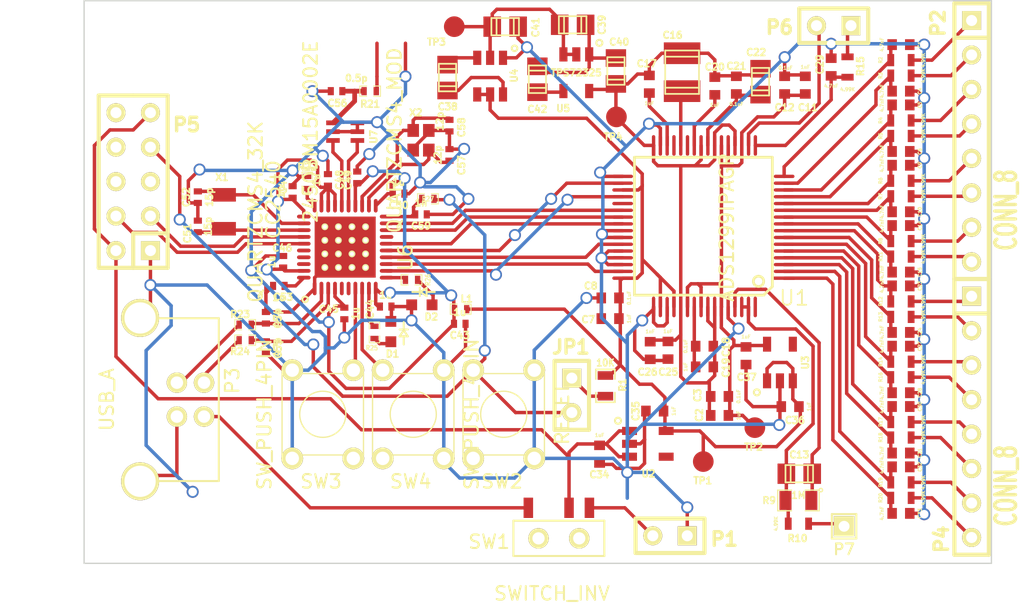
<source format=kicad_pcb>
(kicad_pcb (version 3) (host pcbnew "(2013-07-07 BZR 4022)-stable")
  (layers (15 F.Cu signal) (0 B.Cu signal) (18 B.Paste user) (19 F.Paste user) (20 B.SilkS user) (21 F.SilkS user) (22 B.Mask user) (23 F.Mask user) (28 Edge.Cuts user))
  (net 0 "")
  (net 1 +2.5V)
  (net 2 +3.3V)
  (net 3 -2.5V)
  (net 4 "/Analog Frontend/AIN1N")
  (net 5 "/Analog Frontend/AIN1P")
  (net 6 "/Analog Frontend/AIN2N")
  (net 7 "/Analog Frontend/AIN2P")
  (net 8 "/Analog Frontend/AIN3N")
  (net 9 "/Analog Frontend/AIN3P")
  (net 10 "/Analog Frontend/AIN4N")
  (net 11 "/Analog Frontend/AIN4P")
  (net 12 "/Analog Frontend/AIN5N")
  (net 13 "/Analog Frontend/AIN5P")
  (net 14 "/Analog Frontend/AIN6N")
  (net 15 "/Analog Frontend/AIN6P")
  (net 16 "/Analog Frontend/AIN7N")
  (net 17 "/Analog Frontend/AIN7P")
  (net 18 "/Analog Frontend/AIN8N")
  (net 19 "/Analog Frontend/AIN8P")
  (net 20 "/Analog Frontend/BIAS")
  (net 21 "/Analog Frontend/BIASINV")
  (net 22 "/Analog Frontend/BIASOUT_IN")
  (net 23 "/Analog Frontend/CS")
  (net 24 "/Analog Frontend/DIN")
  (net 25 "/Analog Frontend/DOUT")
  (net 26 "/Analog Frontend/DRDY")
  (net 27 "/Analog Frontend/RESET")
  (net 28 "/Analog Frontend/SRB1")
  (net 29 "/Analog Frontend/SRB2")
  (net 30 "/Analog Frontend/START")
  (net 31 "/Analog Frontend/VCAP1")
  (net 32 "/Analog Frontend/VCAP2")
  (net 33 "/Analog Frontend/VCAP3")
  (net 34 "/Analog Frontend/VCAP4")
  (net 35 "/Analog Frontend/VREFP")
  (net 36 /BATT_+)
  (net 37 /Microcontroller/ANTENNA)
  (net 38 /Microcontroller/DC)
  (net 39 /Microcontroller/DD)
  (net 40 /Microcontroller/LED1)
  (net 41 /Microcontroller/LED2)
  (net 42 /Microcontroller/RESET_INTR)
  (net 43 /Microcontroller/RESET_N)
  (net 44 /Microcontroller/RF_N)
  (net 45 /Microcontroller/RF_P)
  (net 46 /Microcontroller/SCK)
  (net 47 /Microcontroller/SW3)
  (net 48 /Microcontroller/SW4)
  (net 49 /Microcontroller/TX_LINE)
  (net 50 /Microcontroller/USB_N)
  (net 51 /Microcontroller/USB_N_Intr)
  (net 52 /Microcontroller/USB_P)
  (net 53 /Microcontroller/USB_P_Intr)
  (net 54 /Microcontroller/VDD_FILT)
  (net 55 /Microcontroller/X1_1)
  (net 56 /Microcontroller/X1_2)
  (net 57 /Microcontroller/X2_1)
  (net 58 /Microcontroller/X2_3)
  (net 59 /Power/N3.3V)
  (net 60 /VBUS)
  (net 61 AGND)
  (net 62 N-00000100)
  (net 63 N-00000101)
  (net 64 N-00000102)
  (net 65 N-00000103)
  (net 66 N-0000033)
  (net 67 N-0000044)
  (net 68 N-0000051)
  (net 69 N-0000054)
  (net 70 N-0000055)
  (net 71 N-0000071)
  (net 72 N-0000074)
  (net 73 N-0000077)
  (net 74 N-0000080)
  (net 75 N-0000081)
  (net 76 N-0000082)
  (net 77 N-0000083)
  (net 78 N-0000091)
  (net 79 N-0000092)
  (net 80 N-0000093)
  (net 81 N-0000094)
  (net 82 N-0000095)
  (net 83 N-0000096)
  (net 84 N-0000097)
  (net 85 N-0000098)
  (net 86 N-0000099)
  (net 87 VIN_RAW)
  (module TQFP_64 (layer F.Cu) (at 309.6895 157.0355 90)
    (fp_text reference U1 (at -5.207 6.604 180) (layer F.SilkS) (effects (font (size 1.09982 1.09982) (thickness 0.127))))
    (fp_text value ADS1299IPAGR (at 0 1.651 90) (layer F.SilkS) (effects (font (size 1.00076 1.00076) (thickness 0.1524))))
    (pad 1 smd rect (at -3.74904 5.86994 90) (size 0.24892 1.524) (layers F.Cu F.Paste F.Mask) (net 79 N-0000092))
    (pad 2 smd oval (at -3.24866 5.86994 90) (size 0.24892 1.524) (layers F.Cu F.Paste F.Mask) (net 78 N-0000091))
    (pad 3 smd oval (at -2.74828 5.86994 90) (size 0.24892 1.524) (layers F.Cu F.Paste F.Mask) (net 83 N-0000096))
    (pad 4 smd oval (at -2.2479 5.86994 90) (size 0.24892 1.524) (layers F.Cu F.Paste F.Mask) (net 82 N-0000095))
    (pad 5 smd oval (at -1.74752 5.86994 90) (size 0.24892 1.524) (layers F.Cu F.Paste F.Mask) (net 81 N-0000094))
    (pad 6 smd oval (at -1.24968 5.86994 90) (size 0.24892 1.524) (layers F.Cu F.Paste F.Mask) (net 80 N-0000093))
    (pad 7 smd oval (at -0.7493 5.86994 90) (size 0.24892 1.524) (layers F.Cu F.Paste F.Mask) (net 62 N-00000100))
    (pad 8 smd oval (at -0.24892 5.86994 90) (size 0.24892 1.524) (layers F.Cu F.Paste F.Mask) (net 86 N-0000099))
    (pad 9 smd oval (at 0.25146 5.86994 90) (size 0.24892 1.524) (layers F.Cu F.Paste F.Mask) (net 84 N-0000097))
    (pad 10 smd oval (at 0.75184 5.86994 90) (size 0.24892 1.524) (layers F.Cu F.Paste F.Mask) (net 85 N-0000098))
    (pad 11 smd oval (at 1.25222 5.86994 90) (size 0.24892 1.524) (layers F.Cu F.Paste F.Mask) (net 74 N-0000080))
    (pad 12 smd oval (at 1.75006 5.86994 90) (size 0.24892 1.524) (layers F.Cu F.Paste F.Mask) (net 71 N-0000071))
    (pad 13 smd oval (at 2.25044 5.86994 90) (size 0.24892 1.524) (layers F.Cu F.Paste F.Mask) (net 76 N-0000082))
    (pad 14 smd oval (at 2.75082 5.86994 90) (size 0.24892 1.524) (layers F.Cu F.Paste F.Mask) (net 75 N-0000081))
    (pad 15 smd oval (at 3.2512 5.86994 90) (size 0.24892 1.524) (layers F.Cu F.Paste F.Mask) (net 73 N-0000077))
    (pad 16 smd oval (at 3.75158 5.86994 90) (size 0.24892 1.524) (layers F.Cu F.Paste F.Mask) (net 72 N-0000074))
    (pad 17 smd oval (at 6.0325 3.74904 90) (size 1.524 0.24892) (layers F.Cu F.Paste F.Mask) (net 77 N-0000083))
    (pad 18 smd oval (at 6.0325 3.24866 90) (size 1.524 0.24892) (layers F.Cu F.Paste F.Mask) (net 29 "/Analog Frontend/SRB2"))
    (pad 19 smd oval (at 6.0325 2.74828 90) (size 1.524 0.24892) (layers F.Cu F.Paste F.Mask) (net 1 +2.5V))
    (pad 20 smd oval (at 6.0325 2.2479 90) (size 1.524 0.24892) (layers F.Cu F.Paste F.Mask) (net 3 -2.5V))
    (pad 21 smd oval (at 6.0325 1.74752 90) (size 1.524 0.24892) (layers F.Cu F.Paste F.Mask) (net 1 +2.5V))
    (pad 22 smd oval (at 6.0325 1.24968 90) (size 1.524 0.24892) (layers F.Cu F.Paste F.Mask) (net 1 +2.5V))
    (pad 23 smd oval (at 6.0325 0.7493 90) (size 1.524 0.24892) (layers F.Cu F.Paste F.Mask) (net 3 -2.5V))
    (pad 24 smd oval (at 6.0325 0.24892 90) (size 1.524 0.24892) (layers F.Cu F.Paste F.Mask) (net 35 "/Analog Frontend/VREFP"))
    (pad 25 smd oval (at 6.0325 -0.25146 90) (size 1.524 0.24892) (layers F.Cu F.Paste F.Mask) (net 3 -2.5V))
    (pad 26 smd oval (at 6.0325 -0.75184 90) (size 1.524 0.24892) (layers F.Cu F.Paste F.Mask) (net 34 "/Analog Frontend/VCAP4"))
    (pad 27 smd oval (at 6.0325 -1.25222 90) (size 1.524 0.24892) (layers F.Cu F.Paste F.Mask))
    (pad 28 smd oval (at 6.0325 -1.75006 90) (size 1.524 0.24892) (layers F.Cu F.Paste F.Mask) (net 31 "/Analog Frontend/VCAP1"))
    (pad 29 smd oval (at 6.0325 -2.25044 90) (size 1.524 0.24892) (layers F.Cu F.Paste F.Mask))
    (pad 30 smd oval (at 6.0325 -2.75082 90) (size 1.524 0.24892) (layers F.Cu F.Paste F.Mask) (net 32 "/Analog Frontend/VCAP2"))
    (pad 31 smd oval (at 6.0325 -3.2512 90) (size 1.524 0.24892) (layers F.Cu F.Paste F.Mask) (net 61 AGND))
    (pad 32 smd oval (at 6.0325 -3.75158 90) (size 1.524 0.24892) (layers F.Cu F.Paste F.Mask) (net 3 -2.5V))
    (pad 33 smd oval (at 3.75158 -6.0325 90) (size 0.24892 1.524) (layers F.Cu F.Paste F.Mask) (net 61 AGND))
    (pad 34 smd oval (at 3.2512 -6.0325 90) (size 0.24892 1.524) (layers F.Cu F.Paste F.Mask) (net 24 "/Analog Frontend/DIN"))
    (pad 35 smd oval (at 2.75082 -6.0325 90) (size 0.24892 1.524) (layers F.Cu F.Paste F.Mask) (net 2 +3.3V))
    (pad 36 smd oval (at 2.25044 -6.0325 90) (size 0.24892 1.524) (layers F.Cu F.Paste F.Mask) (net 27 "/Analog Frontend/RESET"))
    (pad 37 smd oval (at 1.75006 -6.0325 90) (size 0.24892 1.524) (layers F.Cu F.Paste F.Mask))
    (pad 38 smd oval (at 1.25222 -6.0325 90) (size 0.24892 1.524) (layers F.Cu F.Paste F.Mask) (net 30 "/Analog Frontend/START"))
    (pad 39 smd oval (at 0.75184 -6.0325 90) (size 0.24892 1.524) (layers F.Cu F.Paste F.Mask) (net 23 "/Analog Frontend/CS"))
    (pad 40 smd oval (at 0.25146 -6.0325 90) (size 0.24892 1.524) (layers F.Cu F.Paste F.Mask) (net 46 /Microcontroller/SCK))
    (pad 41 smd oval (at -0.24892 -6.0325 90) (size 0.24892 1.524) (layers F.Cu F.Paste F.Mask) (net 61 AGND))
    (pad 42 smd oval (at -0.7493 -6.0325 90) (size 0.24892 1.524) (layers F.Cu F.Paste F.Mask) (net 61 AGND))
    (pad 43 smd oval (at -1.24968 -6.0325 90) (size 0.24892 1.524) (layers F.Cu F.Paste F.Mask) (net 25 "/Analog Frontend/DOUT"))
    (pad 44 smd oval (at -1.74752 -6.0325 90) (size 0.24892 1.524) (layers F.Cu F.Paste F.Mask) (net 61 AGND))
    (pad 45 smd oval (at -2.2479 -6.0325 90) (size 0.24892 1.524) (layers F.Cu F.Paste F.Mask) (net 61 AGND))
    (pad 46 smd oval (at -2.74828 -6.0325 90) (size 0.24892 1.524) (layers F.Cu F.Paste F.Mask) (net 61 AGND))
    (pad 47 smd oval (at -3.24866 -6.0325 90) (size 0.24892 1.524) (layers F.Cu F.Paste F.Mask) (net 26 "/Analog Frontend/DRDY"))
    (pad 48 smd oval (at -3.74904 -6.0325 90) (size 0.24892 1.524) (layers F.Cu F.Paste F.Mask) (net 2 +3.3V))
    (pad 49 smd oval (at -5.86994 -3.75158 90) (size 1.524 0.24892) (layers F.Cu F.Paste F.Mask) (net 61 AGND))
    (pad 50 smd oval (at -5.86994 -3.2512 90) (size 1.524 0.24892) (layers F.Cu F.Paste F.Mask) (net 2 +3.3V))
    (pad 52 smd oval (at -5.86994 -2.25044 90) (size 1.524 0.24892) (layers F.Cu F.Paste F.Mask) (net 2 +3.3V))
    (pad 51 smd oval (at -5.88772 -2.75082 90) (size 1.524 0.24892) (layers F.Cu F.Paste F.Mask) (net 61 AGND))
    (pad 53 smd oval (at -5.86994 -1.75006 90) (size 1.524 0.24892) (layers F.Cu F.Paste F.Mask) (net 3 -2.5V))
    (pad 54 smd oval (at -5.86994 -1.25222 90) (size 1.524 0.24892) (layers F.Cu F.Paste F.Mask) (net 1 +2.5V))
    (pad 55 smd oval (at -5.86994 -0.75184 90) (size 1.524 0.24892) (layers F.Cu F.Paste F.Mask) (net 33 "/Analog Frontend/VCAP3"))
    (pad 56 smd oval (at -5.86994 -0.25146 90) (size 1.524 0.24892) (layers F.Cu F.Paste F.Mask) (net 1 +2.5V))
    (pad 57 smd oval (at -5.86994 0.24892 90) (size 1.524 0.24892) (layers F.Cu F.Paste F.Mask) (net 3 -2.5V))
    (pad 58 smd oval (at -5.86994 0.7493 90) (size 1.524 0.24892) (layers F.Cu F.Paste F.Mask) (net 3 -2.5V))
    (pad 59 smd oval (at -5.86994 1.24206 90) (size 1.524 0.24892) (layers F.Cu F.Paste F.Mask) (net 1 +2.5V))
    (pad 60 smd oval (at -5.86994 1.74244 90) (size 1.524 0.24892) (layers F.Cu F.Paste F.Mask) (net 61 AGND))
    (pad 61 smd oval (at -5.86994 2.24282 90) (size 1.524 0.24892) (layers F.Cu F.Paste F.Mask) (net 21 "/Analog Frontend/BIASINV"))
    (pad 62 smd oval (at -5.86994 2.7432 90) (size 1.524 0.24892) (layers F.Cu F.Paste F.Mask) (net 22 "/Analog Frontend/BIASOUT_IN"))
    (pad 63 smd oval (at -5.86994 3.24104 90) (size 1.524 0.24892) (layers F.Cu F.Paste F.Mask) (net 22 "/Analog Frontend/BIASOUT_IN"))
    (pad 64 smd oval (at -5.86994 3.74142 90) (size 1.524 0.24892) (layers F.Cu F.Paste F.Mask))
  )
  (module SM0805 (layer F.Cu) (at 316.611 177.165 180)
    (fp_text reference R9 (at 2.159 0 180) (layer F.SilkS) (effects (font (size 0.50038 0.50038) (thickness 0.10922))))
    (fp_text value 1M (at 0 0.381 180) (layer F.SilkS) (effects (font (size 0.50038 0.50038) (thickness 0.10922))))
    (pad 1 smd rect (at -0.9525 0 180) (size 0.889 1.397) (layers F.Cu F.Paste F.Mask) (net 21 "/Analog Frontend/BIASINV"))
    (pad 2 smd rect (at 0.9525 0 180) (size 0.889 1.397) (layers F.Cu F.Paste F.Mask) (net 22 "/Analog Frontend/BIASOUT_IN"))
  )
  (module SM0603_Resistor (layer F.Cu) (at 302.387 168.7195 270)
    (fp_text reference R1 (at -0.0635 -1.27 270) (layer F.SilkS) (effects (font (size 0.5 0.5) (thickness 0.125))))
    (fp_text value 10K (at -1.69926 0 360) (layer F.SilkS) (effects (font (size 0.508 0.4572) (thickness 0.1143))))
    (pad 1 smd rect (at -0.762 0 270) (size 0.635 1.143) (layers F.Cu F.Paste F.Mask) (net 2 +3.3V))
    (pad 2 smd rect (at 0.762 0 270) (size 0.635 1.143) (layers F.Cu F.Paste F.Mask) (net 66 N-0000033))
  )
  (module SM0402_r (layer F.Cu) (at 280.416 153.7335 90)
    (fp_text reference R22 (at 1.143 0 180) (layer F.SilkS) (effects (font (size 0.5 0.5) (thickness 0.125))))
    (fp_text value 56k hide)
    (pad 1 smd rect (at -0.44958 0 90) (size 0.39878 0.59944) (layers F.Cu F.Paste F.Mask) (net 67 N-0000044))
    (pad 2 smd rect (at 0.44958 0 90) (size 0.39878 0.59944) (layers F.Cu F.Paste F.Mask) (net 61 AGND))
  )
  (module SM0402_r (layer F.Cu) (at 275.844 164.211)
    (fp_text reference R23 (at -0.381 -0.762) (layer F.SilkS) (effects (font (size 0.5 0.5) (thickness 0.125))))
    (fp_text value 33 hide)
    (pad 1 smd rect (at -0.44958 0) (size 0.39878 0.59944) (layers F.Cu F.Paste F.Mask) (net 52 /Microcontroller/USB_P))
    (pad 2 smd rect (at 0.44958 0) (size 0.39878 0.59944) (layers F.Cu F.Paste F.Mask) (net 53 /Microcontroller/USB_P_Intr))
  )
  (module SM0402_r (layer F.Cu) (at 275.844 165.354)
    (fp_text reference R24 (at -0.381 0.8255) (layer F.SilkS) (effects (font (size 0.5 0.5) (thickness 0.125))))
    (fp_text value 33 hide)
    (pad 1 smd rect (at -0.44958 0) (size 0.39878 0.59944) (layers F.Cu F.Paste F.Mask) (net 50 /Microcontroller/USB_N))
    (pad 2 smd rect (at 0.44958 0) (size 0.39878 0.59944) (layers F.Cu F.Paste F.Mask) (net 51 /Microcontroller/USB_N_Intr))
  )
  (module SM0402_r (layer F.Cu) (at 289.306 154.94)
    (fp_text reference R27 (at 0 0) (layer F.SilkS) (effects (font (size 0.35052 0.3048) (thickness 0.07112))))
    (fp_text value 2.2k hide)
    (pad 1 smd rect (at -0.44958 0) (size 0.39878 0.59944) (layers F.Cu F.Paste F.Mask) (net 42 /Microcontroller/RESET_INTR))
    (pad 2 smd rect (at 0.44958 0) (size 0.39878 0.59944) (layers F.Cu F.Paste F.Mask) (net 43 /Microcontroller/RESET_N))
  )
  (module SM0402_r (layer F.Cu) (at 285.369 164.7825 90)
    (fp_text reference R25 (at -1.143 -0.1905 180) (layer F.SilkS) (effects (font (size 0.35052 0.3048) (thickness 0.07112))))
    (fp_text value 270 hide)
    (pad 1 smd rect (at -0.44958 0 90) (size 0.39878 0.59944) (layers F.Cu F.Paste F.Mask) (net 69 N-0000054))
    (pad 2 smd rect (at 0.44958 0 90) (size 0.39878 0.59944) (layers F.Cu F.Paste F.Mask) (net 40 /Microcontroller/LED1))
  )
  (module SM0402_r (layer F.Cu) (at 288.0995 160.909 180)
    (fp_text reference R26 (at -1.2065 0 270) (layer F.SilkS) (effects (font (size 0.35052 0.3048) (thickness 0.07112))))
    (fp_text value 270 hide)
    (pad 1 smd rect (at -0.44958 0 180) (size 0.39878 0.59944) (layers F.Cu F.Paste F.Mask) (net 70 N-0000055))
    (pad 2 smd rect (at 0.44958 0 180) (size 0.39878 0.59944) (layers F.Cu F.Paste F.Mask) (net 41 /Microcontroller/LED2))
  )
  (module SM0402 (layer F.Cu) (at 291.719 163.068)
    (fp_text reference L1 (at 0.4445 -0.762) (layer F.SilkS) (effects (font (size 0.5 0.5) (thickness 0.125))))
    (fp_text value EMI hide)
    (pad 1 smd rect (at -0.44958 0) (size 0.39878 0.59944) (layers F.Cu F.Paste F.Mask) (net 54 /Microcontroller/VDD_FILT))
    (pad 2 smd rect (at 0.44958 0) (size 0.39878 0.59944) (layers F.Cu F.Paste F.Mask) (net 2 +3.3V))
  )
  (module SM0402 (layer F.Cu) (at 285.0515 147.0025)
    (fp_text reference R21 (at 0 0.9525) (layer F.SilkS) (effects (font (size 0.5 0.5) (thickness 0.125))))
    (fp_text value 0 hide)
    (pad 1 smd rect (at -0.44958 0) (size 0.39878 0.59944) (layers F.Cu F.Paste F.Mask) (net 49 /Microcontroller/TX_LINE))
    (pad 2 smd rect (at 0.44958 0) (size 0.39878 0.59944) (layers F.Cu F.Paste F.Mask) (net 37 /Microcontroller/ANTENNA))
  )
  (module SIL-8 (layer F.Cu) (at 329.3745 171.0055 270)
    (fp_text reference P4 (at 9.017 2.2225 270) (layer F.SilkS) (effects (font (thickness 0.25))))
    (fp_text value CONN_8 (at 5.08 -2.54 270) (layer F.SilkS) (effects (font (size 1.524 1.016) (thickness 0.3048))))
    (pad 1 thru_hole rect (at -8.89 0 270) (size 1.397 1.397) (drill 0.8128) (layers *.Cu *.Mask F.SilkS) (net 13 "/Analog Frontend/AIN5P"))
    (pad 2 thru_hole circle (at -6.35 0 270) (size 1.397 1.397) (drill 0.8128) (layers *.Cu *.Mask F.SilkS) (net 12 "/Analog Frontend/AIN5N"))
    (pad 3 thru_hole circle (at -3.81 0 270) (size 1.397 1.397) (drill 0.8128) (layers *.Cu *.Mask F.SilkS) (net 15 "/Analog Frontend/AIN6P"))
    (pad 4 thru_hole circle (at -1.27 0 270) (size 1.397 1.397) (drill 0.8128) (layers *.Cu *.Mask F.SilkS) (net 14 "/Analog Frontend/AIN6N"))
    (pad 5 thru_hole circle (at 1.27 0 270) (size 1.397 1.397) (drill 0.8128) (layers *.Cu *.Mask F.SilkS) (net 17 "/Analog Frontend/AIN7P"))
    (pad 6 thru_hole circle (at 3.81 0 270) (size 1.397 1.397) (drill 0.8128) (layers *.Cu *.Mask F.SilkS) (net 16 "/Analog Frontend/AIN7N"))
    (pad 7 thru_hole circle (at 6.35 0 270) (size 1.397 1.397) (drill 0.8128) (layers *.Cu *.Mask F.SilkS) (net 19 "/Analog Frontend/AIN8P"))
    (pad 8 thru_hole circle (at 8.89 0 270) (size 1.397 1.397) (drill 0.8128) (layers *.Cu *.Mask F.SilkS) (net 18 "/Analog Frontend/AIN8N"))
  )
  (module SIL-8 (layer F.Cu) (at 329.3745 150.6855 270)
    (fp_text reference P2 (at -8.6995 2.4765 270) (layer F.SilkS) (effects (font (thickness 0.25))))
    (fp_text value CONN_8 (at 5.08 -2.54 270) (layer F.SilkS) (effects (font (size 1.524 1.016) (thickness 0.3048))))
    (pad 1 thru_hole rect (at -8.89 0 270) (size 1.397 1.397) (drill 0.8128) (layers *.Cu *.Mask F.SilkS) (net 5 "/Analog Frontend/AIN1P"))
    (pad 2 thru_hole circle (at -6.35 0 270) (size 1.397 1.397) (drill 0.8128) (layers *.Cu *.Mask F.SilkS) (net 4 "/Analog Frontend/AIN1N"))
    (pad 3 thru_hole circle (at -3.81 0 270) (size 1.397 1.397) (drill 0.8128) (layers *.Cu *.Mask F.SilkS) (net 7 "/Analog Frontend/AIN2P"))
    (pad 4 thru_hole circle (at -1.27 0 270) (size 1.397 1.397) (drill 0.8128) (layers *.Cu *.Mask F.SilkS) (net 6 "/Analog Frontend/AIN2N"))
    (pad 5 thru_hole circle (at 1.27 0 270) (size 1.397 1.397) (drill 0.8128) (layers *.Cu *.Mask F.SilkS) (net 9 "/Analog Frontend/AIN3P"))
    (pad 6 thru_hole circle (at 3.81 0 270) (size 1.397 1.397) (drill 0.8128) (layers *.Cu *.Mask F.SilkS) (net 8 "/Analog Frontend/AIN3N"))
    (pad 7 thru_hole circle (at 6.35 0 270) (size 1.397 1.397) (drill 0.8128) (layers *.Cu *.Mask F.SilkS) (net 11 "/Analog Frontend/AIN4P"))
    (pad 8 thru_hole circle (at 8.89 0 270) (size 1.397 1.397) (drill 0.8128) (layers *.Cu *.Mask F.SilkS) (net 10 "/Analog Frontend/AIN4N"))
  )
  (module SIL-5x2 (layer F.Cu) (at 267.589 153.67 90)
    (fp_text reference P5 (at 4.191 3.937 180) (layer F.SilkS) (effects (font (thickness 0.25))))
    (fp_text value CONN_5X2 hide)
    (pad 5 thru_hole circle (at 0 1.27 90) (size 1.397 1.397) (drill 0.8128) (layers *.Cu *.Mask F.SilkS))
    (pad 7 thru_hole circle (at 2.54 1.27 90) (size 1.397 1.397) (drill 0.8128) (layers *.Cu *.Mask F.SilkS) (net 43 /Microcontroller/RESET_N))
    (pad 6 thru_hole circle (at 0 -1.27 90) (size 1.397 1.397) (drill 0.8128) (layers *.Cu *.Mask F.SilkS))
    (pad 2 thru_hole circle (at -5.08 -1.27 90) (size 1.397 1.397) (drill 0.8128) (layers *.Cu *.Mask F.SilkS) (net 87 VIN_RAW))
    (pad 1 thru_hole rect (at -5.08 1.27 90) (size 1.397 1.397) (drill 0.8128) (layers *.Cu *.Mask F.SilkS) (net 61 AGND))
    (pad 4 thru_hole circle (at -2.54 -1.27 90) (size 1.397 1.397) (drill 0.8128) (layers *.Cu *.Mask F.SilkS) (net 39 /Microcontroller/DD))
    (pad 3 thru_hole circle (at -2.54 1.27 90) (size 1.397 1.397) (drill 0.8128) (layers *.Cu *.Mask F.SilkS) (net 38 /Microcontroller/DC))
    (pad 8 thru_hole circle (at 2.54 -1.27 90) (size 1.397 1.397) (drill 0.8128) (layers *.Cu *.Mask F.SilkS))
    (pad 10 thru_hole circle (at 5.08 -1.27 90) (size 1.397 1.397) (drill 0.8128) (layers *.Cu *.Mask F.SilkS))
    (pad 9 thru_hole circle (at 5.08 1.27 90) (size 1.397 1.397) (drill 0.8128) (layers *.Cu *.Mask F.SilkS) (net 87 VIN_RAW))
  )
  (module SIL-2 (layer F.Cu) (at 307.1495 179.7685 180)
    (fp_text reference P1 (at -4.0005 -0.254 180) (layer F.SilkS) (effects (font (thickness 0.25))))
    (fp_text value CONN_2 hide)
    (pad 1 thru_hole rect (at -1.27 0 180) (size 1.397 1.397) (drill 0.8128) (layers *.Cu *.Mask F.SilkS) (net 61 AGND))
    (pad 2 thru_hole circle (at 1.27 0 180) (size 1.397 1.397) (drill 0.8128) (layers *.Cu *.Mask F.SilkS) (net 36 /BATT_+))
  )
  (module SIL-2 (layer F.Cu) (at 299.9105 169.418 270)
    (fp_text reference JP1 (at -3.556 0.0635 360) (layer F.SilkS) (effects (font (thickness 0.25))))
    (fp_text value JUMPER hide)
    (pad 1 thru_hole rect (at -1.27 0 270) (size 1.397 1.397) (drill 0.8128) (layers *.Cu *.Mask F.SilkS) (net 66 N-0000033))
    (pad 2 thru_hole circle (at 1.27 0 270) (size 1.397 1.397) (drill 0.8128) (layers *.Cu *.Mask F.SilkS) (net 43 /Microcontroller/RESET_N))
  )
  (module FC-135R_EPSON (layer F.Cu) (at 274.2565 155.8925 90)
    (fp_text reference X1 (at 2.54 -0.127 180) (layer F.SilkS) (effects (font (size 0.5 0.5) (thickness 0.125))))
    (fp_text value QUARTZCMS4_32K (at 0 2.35 90) (layer F.SilkS))
    (pad 1 smd rect (at -1.25 0 90) (size 1 1.8) (layers F.Cu F.Paste F.Mask) (net 55 /Microcontroller/X1_1))
    (pad 2 smd rect (at 1.25 0 90) (size 1 1.8) (layers F.Cu F.Paste F.Mask) (net 56 /Microcontroller/X1_2))
  )
  (module FA-128_EPSON (layer F.Cu) (at 288.798 150.622 90)
    (fp_text reference X2 (at 2.032 -0.381 180) (layer F.SilkS) (effects (font (size 0.5 0.5) (thickness 0.125))))
    (fp_text value QUARTZCMS4_MOD (at 0 -1.95 90) (layer F.SilkS))
    (pad 3 smd rect (at 0.725 -0.575 90) (size 0.95 0.85) (layers F.Cu F.Paste F.Mask) (net 58 /Microcontroller/X2_3) (clearance 0.07))
    (pad 4 smd rect (at -0.725 -0.575 90) (size 0.95 0.85) (layers F.Cu F.Paste F.Mask) (net 61 AGND) (clearance 0.07))
    (pad 2 smd rect (at 0.725 0.575 90) (size 0.95 0.85) (layers F.Cu F.Paste F.Mask) (net 61 AGND) (clearance 0.07))
    (pad 1 smd rect (at -0.725 0.575 90) (size 0.95 0.85) (layers F.Cu F.Paste F.Mask) (net 57 /Microcontroller/X2_1) (clearance 0.07))
  )
  (module c_1210 (layer F.Cu) (at 308.0385 145.6055 270)
    (fp_text reference C16 (at -2.7305 0.6985 360) (layer F.SilkS) (effects (font (size 0.5 0.5) (thickness 0.125))))
    (fp_text value 100uF hide)
    (pad 1 smd rect (at 1.397 0 270) (size 1.6002 2.6924) (layers F.Cu F.Paste F.Mask) (net 31 "/Analog Frontend/VCAP1"))
    (pad 2 smd rect (at -1.397 0 270) (size 1.6002 2.6924) (layers F.Cu F.Paste F.Mask) (net 3 -2.5V))
  )
  (module c_0805 (layer F.Cu) (at 290.75 146 270)
    (fp_text reference C38 (at 2.1455 -0.0165 360) (layer F.SilkS) (effects (font (size 0.5 0.5) (thickness 0.125))))
    (fp_text value 1uF hide)
    (pad 1 smd rect (at 0.9525 0 270) (size 1.30048 1.4986) (layers F.Cu F.Paste F.Mask) (net 64 N-00000102))
    (pad 2 smd rect (at -0.9525 0 270) (size 1.30048 1.4986) (layers F.Cu F.Paste F.Mask) (net 65 N-00000103))
  )
  (module c_0805 (layer F.Cu) (at 295 142.25 180)
    (fp_text reference C41 (at -2.2435 -0.0535 270) (layer F.SilkS) (effects (font (size 0.5 0.5) (thickness 0.125))))
    (fp_text value 1uF hide)
    (pad 1 smd rect (at 0.9525 0 180) (size 1.30048 1.4986) (layers F.Cu F.Paste F.Mask) (net 59 /Power/N3.3V))
    (pad 2 smd rect (at -0.9525 0 180) (size 1.30048 1.4986) (layers F.Cu F.Paste F.Mask) (net 61 AGND))
  )
  (module c_0805 (layer F.Cu) (at 299.974 142.113 180)
    (fp_text reference C39 (at -2.159 0 270) (layer F.SilkS) (effects (font (size 0.5 0.5) (thickness 0.125))))
    (fp_text value 2.2uF hide)
    (pad 1 smd rect (at 0.9525 0 180) (size 1.30048 1.4986) (layers F.Cu F.Paste F.Mask) (net 59 /Power/N3.3V))
    (pad 2 smd rect (at -0.9525 0 180) (size 1.30048 1.4986) (layers F.Cu F.Paste F.Mask) (net 61 AGND))
  )
  (module c_0805 (layer F.Cu) (at 303.1625 145.5165 270)
    (fp_text reference C40 (at -2.1335 -0.2405 360) (layer F.SilkS) (effects (font (size 0.5 0.5) (thickness 0.125))))
    (fp_text value 2.2uF hide)
    (pad 1 smd rect (at 0.9525 0 270) (size 1.30048 1.4986) (layers F.Cu F.Paste F.Mask) (net 3 -2.5V))
    (pad 2 smd rect (at -0.9525 0 270) (size 1.30048 1.4986) (layers F.Cu F.Paste F.Mask) (net 61 AGND))
  )
  (module c_0805 (layer F.Cu) (at 297.375 146.125 270)
    (fp_text reference C42 (at 2.211 0.0045 360) (layer F.SilkS) (effects (font (size 0.5 0.5) (thickness 0.125))))
    (fp_text value 0.01uF hide)
    (pad 1 smd rect (at 0.9525 0 270) (size 1.30048 1.4986) (layers F.Cu F.Paste F.Mask) (net 63 N-00000101))
    (pad 2 smd rect (at -0.9525 0 270) (size 1.30048 1.4986) (layers F.Cu F.Paste F.Mask) (net 61 AGND))
  )
  (module c_0805 (layer F.Cu) (at 316.6745 175.1965)
    (fp_text reference C13 (at 0 -1.397) (layer F.SilkS) (effects (font (size 0.5 0.5) (thickness 0.125))))
    (fp_text value 1.5nF hide)
    (pad 1 smd rect (at 0.9525 0) (size 1.30048 1.4986) (layers F.Cu F.Paste F.Mask) (net 21 "/Analog Frontend/BIASINV"))
    (pad 2 smd rect (at -0.9525 0) (size 1.30048 1.4986) (layers F.Cu F.Paste F.Mask) (net 22 "/Analog Frontend/BIASOUT_IN"))
  )
  (module c_0805 (layer F.Cu) (at 313.817 146.304 270)
    (fp_text reference C22 (at -2.159 0.3175 360) (layer F.SilkS) (effects (font (size 0.5 0.5) (thickness 0.125))))
    (fp_text value 10uF hide)
    (pad 1 smd rect (at 0.9525 0 270) (size 1.30048 1.4986) (layers F.Cu F.Paste F.Mask) (net 35 "/Analog Frontend/VREFP"))
    (pad 2 smd rect (at -0.9525 0 270) (size 1.30048 1.4986) (layers F.Cu F.Paste F.Mask) (net 3 -2.5V))
  )
  (module 2450BM15A0002 (layer F.Cu) (at 283.21 149.987 90)
    (fp_text reference U7 (at -0.381 2.0955 90) (layer F.SilkS) (effects (font (size 0.5 0.5) (thickness 0.125))))
    (fp_text value 2450BM15A0002E (at 0 -2.55 90) (layer F.SilkS))
    (pad 1 smd rect (at 0.65 -0.9 90) (size 0.35 1) (layers F.Cu F.Paste F.Mask) (net 49 /Microcontroller/TX_LINE) (clearance 0.07))
    (pad 2 smd rect (at 0 -0.9 90) (size 0.35 1) (layers F.Cu F.Paste F.Mask) (net 61 AGND) (clearance 0.07))
    (pad 3 smd rect (at -0.65 -0.9 90) (size 0.35 1) (layers F.Cu F.Paste F.Mask) (net 44 /Microcontroller/RF_N) (clearance 0.07))
    (pad 4 smd rect (at -0.65 0.9 90) (size 0.35 1) (layers F.Cu F.Paste F.Mask) (net 45 /Microcontroller/RF_P) (clearance 0.07))
    (pad 5 smd rect (at 0 0.9 90) (size 0.35 1) (layers F.Cu F.Paste F.Mask) (net 61 AGND) (clearance 0.07))
    (pad 6 smd rect (at 0.65 0.9 90) (size 0.35 1) (layers F.Cu F.Paste F.Mask) (net 61 AGND) (clearance 0.07))
  )
  (module 2-1825910-7 (layer F.Cu) (at 281.559 170.815 270)
    (fp_text reference SW3 (at 4.953 0.127 360) (layer F.SilkS))
    (fp_text value SW_PUSH_4PIN (at 0 4.3 270) (layer F.SilkS))
    (pad 4 thru_hole circle (at -3.25 -2.25 270) (size 1.6 1.6) (drill 0.99) (layers *.Cu *.Mask F.SilkS) (net 47 /Microcontroller/SW3))
    (pad 2 thru_hole circle (at -3.25 2.25 270) (size 1.6 1.6) (drill 0.99) (layers *.Cu *.Mask F.SilkS) (net 61 AGND))
    (pad 1 thru_hole circle (at 3.25 2.25 270) (size 1.6 1.6) (drill 0.99) (layers *.Cu *.Mask F.SilkS) (net 61 AGND))
    (pad 3 thru_hole circle (at 3.25 -2.25 270) (size 1.6 1.6) (drill 0.99) (layers *.Cu *.Mask F.SilkS))
  )
  (module 2-1825910-7 (layer F.Cu) (at 288.2265 170.815 90)
    (fp_text reference SW4 (at -4.953 -0.1905 180) (layer F.SilkS))
    (fp_text value SW_PUSH_4PIN (at 0 4.3 90) (layer F.SilkS))
    (pad 4 thru_hole circle (at -3.25 -2.25 90) (size 1.6 1.6) (drill 0.99) (layers *.Cu *.Mask F.SilkS))
    (pad 2 thru_hole circle (at -3.25 2.25 90) (size 1.6 1.6) (drill 0.99) (layers *.Cu *.Mask F.SilkS) (net 61 AGND))
    (pad 1 thru_hole circle (at 3.25 2.25 90) (size 1.6 1.6) (drill 0.99) (layers *.Cu *.Mask F.SilkS) (net 61 AGND))
    (pad 3 thru_hole circle (at 3.25 -2.25 90) (size 1.6 1.6) (drill 0.99) (layers *.Cu *.Mask F.SilkS) (net 48 /Microcontroller/SW4))
  )
  (module 2-1825910-7 (layer F.Cu) (at 294.894 170.815 90)
    (fp_text reference SW2 (at -4.953 -0.127 180) (layer F.SilkS))
    (fp_text value RESET (at 0 4.3 90) (layer F.SilkS))
    (pad 4 thru_hole circle (at -3.25 -2.25 90) (size 1.6 1.6) (drill 0.99) (layers *.Cu *.Mask F.SilkS))
    (pad 2 thru_hole circle (at -3.25 2.25 90) (size 1.6 1.6) (drill 0.99) (layers *.Cu *.Mask F.SilkS) (net 61 AGND))
    (pad 1 thru_hole circle (at 3.25 2.25 90) (size 1.6 1.6) (drill 0.99) (layers *.Cu *.Mask F.SilkS) (net 61 AGND))
    (pad 3 thru_hole circle (at 3.25 -2.25 90) (size 1.6 1.6) (drill 0.99) (layers *.Cu *.Mask F.SilkS) (net 43 /Microcontroller/RESET_N))
  )
  (module "DBV(R-PDSO-G6)" (layer F.Cu) (at 293.8915 145.8955 180)
    (fp_text reference U4 (at -1.7645 0.036 270) (layer F.SilkS) (effects (font (size 0.5 0.5) (thickness 0.125))))
    (fp_text value LM2664 hide)
    (pad 4 smd rect (at 0.95 -1.35 180) (size 0.6 1.05) (layers F.Cu F.Paste F.Mask) (net 2 +3.3V))
    (pad 5 smd rect (at 0 -1.35 180) (size 0.6 1.05) (layers F.Cu F.Paste F.Mask) (net 2 +3.3V))
    (pad 6 smd rect (at -0.95 -1.35 180) (size 0.6 1.05) (layers F.Cu F.Paste F.Mask) (net 64 N-00000102))
    (pad 1 smd rect (at -0.95 1.35 180) (size 0.6 1.05) (layers F.Cu F.Paste F.Mask) (net 61 AGND))
    (pad 2 smd rect (at 0 1.35 180) (size 0.6 1.05) (layers F.Cu F.Paste F.Mask) (net 59 /Power/N3.3V))
    (pad 3 smd rect (at 0.95 1.35 180) (size 0.6 1.05) (layers F.Cu F.Paste F.Mask) (net 65 N-00000103))
  )
  (module "DDC(R-PDSO-G5)" (layer F.Cu) (at 305.515 172.993 270)
    (fp_text reference U2 (at 2.2035 -0.047 360) (layer F.SilkS) (effects (font (size 0.5 0.5) (thickness 0.125))))
    (fp_text value TLV70033 hide)
    (pad 4 smd rect (at 0.95 -1.35 270) (size 0.6 1.1) (layers F.Cu F.Paste F.Mask))
    (pad 5 smd rect (at -0.95 -1.35 270) (size 0.6 1.1) (layers F.Cu F.Paste F.Mask) (net 2 +3.3V))
    (pad 1 smd rect (at -0.95 1.35 270) (size 0.6 1.1) (layers F.Cu F.Paste F.Mask) (net 87 VIN_RAW))
    (pad 2 smd rect (at 0 1.35 270) (size 0.6 1.1) (layers F.Cu F.Paste F.Mask) (net 61 AGND))
    (pad 3 smd rect (at 0.95 1.35 270) (size 0.6 1.1) (layers F.Cu F.Paste F.Mask) (net 87 VIN_RAW))
  )
  (module "DDC(R-PDSO-G5)" (layer F.Cu) (at 315.25 167)
    (fp_text reference U3 (at 1.869 0.005 90) (layer F.SilkS) (effects (font (size 0.5 0.5) (thickness 0.125))))
    (fp_text value TLV70025 hide)
    (pad 4 smd rect (at 0.95 -1.35) (size 0.6 1.1) (layers F.Cu F.Paste F.Mask))
    (pad 5 smd rect (at -0.95 -1.35) (size 0.6 1.1) (layers F.Cu F.Paste F.Mask) (net 1 +2.5V))
    (pad 1 smd rect (at -0.95 1.35) (size 0.6 1.1) (layers F.Cu F.Paste F.Mask) (net 2 +3.3V))
    (pad 2 smd rect (at 0 1.35) (size 0.6 1.1) (layers F.Cu F.Paste F.Mask) (net 61 AGND))
    (pad 3 smd rect (at 0.95 1.35) (size 0.6 1.1) (layers F.Cu F.Paste F.Mask) (net 2 +3.3V))
  )
  (module "DBV(R-PDSO-G5)" (layer F.Cu) (at 300.2415 145.6435 180)
    (fp_text reference U5 (at 0.966 -2.629 180) (layer F.SilkS) (effects (font (size 0.5 0.5) (thickness 0.125))))
    (fp_text value TPS72325 (at 0 0 180) (layer F.SilkS) (effects (font (size 0.5 0.5) (thickness 0.125))))
    (pad 4 smd rect (at 0.95 -1.35 180) (size 0.6 1.05) (layers F.Cu F.Paste F.Mask) (net 63 N-00000101))
    (pad 5 smd rect (at -0.95 -1.35 180) (size 0.6 1.05) (layers F.Cu F.Paste F.Mask) (net 3 -2.5V))
    (pad 1 smd rect (at -0.95 1.35 180) (size 0.6 1.05) (layers F.Cu F.Paste F.Mask) (net 61 AGND))
    (pad 2 smd rect (at 0 1.35 180) (size 0.6 1.05) (layers F.Cu F.Paste F.Mask) (net 59 /Power/N3.3V))
    (pad 3 smd rect (at 0.95 1.35 180) (size 0.6 1.05) (layers F.Cu F.Paste F.Mask) (net 59 /Power/N3.3V))
  )
  (module Vishay_CRCW_0603 (layer F.Cu) (at 324.1675 175.8315)
    (fp_text reference R19 (at -1.5 0 90) (layer F.SilkS) (effects (font (size 0.25 0.25) (thickness 0.0625))))
    (fp_text value 4.99K (at 1.65 0 90) (layer F.SilkS) (effects (font (size 0.25 0.25) (thickness 0.0625))))
    (pad 1 smd rect (at -0.75 0) (size 0.5 0.9) (layers F.Cu F.Paste F.Mask) (net 78 N-0000091))
    (pad 2 smd rect (at 0.75 0) (size 0.5 0.9) (layers F.Cu F.Paste F.Mask) (net 19 "/Analog Frontend/AIN8P"))
  )
  (module Vishay_CRCW_0603 (layer F.Cu) (at 324.1675 176.9745)
    (fp_text reference R20 (at -1.5 0 90) (layer F.SilkS) (effects (font (size 0.25 0.25) (thickness 0.0625))))
    (fp_text value 4.99K (at 1.65 0 90) (layer F.SilkS) (effects (font (size 0.25 0.25) (thickness 0.0625))))
    (pad 1 smd rect (at -0.75 0) (size 0.5 0.9) (layers F.Cu F.Paste F.Mask) (net 79 N-0000092))
    (pad 2 smd rect (at 0.75 0) (size 0.5 0.9) (layers F.Cu F.Paste F.Mask) (net 18 "/Analog Frontend/AIN8N"))
  )
  (module Vishay_CRCW_0603 (layer F.Cu) (at 324.1675 171.3865)
    (fp_text reference R17 (at -1.5 0 90) (layer F.SilkS) (effects (font (size 0.25 0.25) (thickness 0.0625))))
    (fp_text value 4.99K (at 1.65 0 90) (layer F.SilkS) (effects (font (size 0.25 0.25) (thickness 0.0625))))
    (pad 1 smd rect (at -0.75 0) (size 0.5 0.9) (layers F.Cu F.Paste F.Mask) (net 82 N-0000095))
    (pad 2 smd rect (at 0.75 0) (size 0.5 0.9) (layers F.Cu F.Paste F.Mask) (net 17 "/Analog Frontend/AIN7P"))
  )
  (module Vishay_CRCW_0603 (layer F.Cu) (at 324.1675 172.5295)
    (fp_text reference R18 (at -1.5 0 90) (layer F.SilkS) (effects (font (size 0.25 0.25) (thickness 0.0625))))
    (fp_text value 4.99K (at 1.65 0 90) (layer F.SilkS) (effects (font (size 0.25 0.25) (thickness 0.0625))))
    (pad 1 smd rect (at -0.75 0) (size 0.5 0.9) (layers F.Cu F.Paste F.Mask) (net 83 N-0000096))
    (pad 2 smd rect (at 0.75 0) (size 0.5 0.9) (layers F.Cu F.Paste F.Mask) (net 16 "/Analog Frontend/AIN7N"))
  )
  (module Vishay_CRCW_0603 (layer F.Cu) (at 324.1675 154.7495)
    (fp_text reference R7 (at -1.5 0 90) (layer F.SilkS) (effects (font (size 0.25 0.25) (thickness 0.0625))))
    (fp_text value 4.99K (at 1.65 0 90) (layer F.SilkS) (effects (font (size 0.25 0.25) (thickness 0.0625))))
    (pad 1 smd rect (at -0.75 0) (size 0.5 0.9) (layers F.Cu F.Paste F.Mask) (net 74 N-0000080))
    (pad 2 smd rect (at 0.75 0) (size 0.5 0.9) (layers F.Cu F.Paste F.Mask) (net 8 "/Analog Frontend/AIN3N"))
  )
  (module Vishay_CRCW_0603 (layer F.Cu) (at 324.1675 153.6065)
    (fp_text reference R6 (at -1.5 0 90) (layer F.SilkS) (effects (font (size 0.25 0.25) (thickness 0.0625))))
    (fp_text value 4.99K (at 1.65 0 90) (layer F.SilkS) (effects (font (size 0.25 0.25) (thickness 0.0625))))
    (pad 1 smd rect (at -0.75 0) (size 0.5 0.9) (layers F.Cu F.Paste F.Mask) (net 71 N-0000071))
    (pad 2 smd rect (at 0.75 0) (size 0.5 0.9) (layers F.Cu F.Paste F.Mask) (net 9 "/Analog Frontend/AIN3P"))
  )
  (module Vishay_CRCW_0603 (layer F.Cu) (at 324.1675 163.6395)
    (fp_text reference R13 (at -1.5 0 90) (layer F.SilkS) (effects (font (size 0.25 0.25) (thickness 0.0625))))
    (fp_text value 4.99K (at 1.65 0 90) (layer F.SilkS) (effects (font (size 0.25 0.25) (thickness 0.0625))))
    (pad 1 smd rect (at -0.75 0) (size 0.5 0.9) (layers F.Cu F.Paste F.Mask) (net 62 N-00000100))
    (pad 2 smd rect (at 0.75 0) (size 0.5 0.9) (layers F.Cu F.Paste F.Mask) (net 12 "/Analog Frontend/AIN5N"))
  )
  (module Vishay_CRCW_0603 (layer F.Cu) (at 324.1675 144.7165)
    (fp_text reference R2 (at -1.5 0 90) (layer F.SilkS) (effects (font (size 0.25 0.25) (thickness 0.0625))))
    (fp_text value 4.99K (at 1.65 0 90) (layer F.SilkS) (effects (font (size 0.25 0.25) (thickness 0.0625))))
    (pad 1 smd rect (at -0.75 0) (size 0.5 0.9) (layers F.Cu F.Paste F.Mask) (net 72 N-0000074))
    (pad 2 smd rect (at 0.75 0) (size 0.5 0.9) (layers F.Cu F.Paste F.Mask) (net 5 "/Analog Frontend/AIN1P"))
  )
  (module Vishay_CRCW_0603 (layer F.Cu) (at 324.1675 145.8595)
    (fp_text reference R3 (at -1.5 0 90) (layer F.SilkS) (effects (font (size 0.25 0.25) (thickness 0.0625))))
    (fp_text value 4.99K (at 1.65 0 90) (layer F.SilkS) (effects (font (size 0.25 0.25) (thickness 0.0625))))
    (pad 1 smd rect (at -0.75 0) (size 0.5 0.9) (layers F.Cu F.Paste F.Mask) (net 73 N-0000077))
    (pad 2 smd rect (at 0.75 0) (size 0.5 0.9) (layers F.Cu F.Paste F.Mask) (net 4 "/Analog Frontend/AIN1N"))
  )
  (module Vishay_CRCW_0603 (layer F.Cu) (at 320.2305 145.2245 270)
    (fp_text reference R15 (at -0.0635 -0.9525 270) (layer F.SilkS) (effects (font (size 0.5 0.5) (thickness 0.125))))
    (fp_text value 4.99K (at 1.65 0 360) (layer F.SilkS) (effects (font (size 0.25 0.25) (thickness 0.0625))))
    (pad 1 smd rect (at -0.75 0 270) (size 0.5 0.9) (layers F.Cu F.Paste F.Mask) (net 28 "/Analog Frontend/SRB1"))
    (pad 2 smd rect (at 0.75 0 270) (size 0.5 0.9) (layers F.Cu F.Paste F.Mask) (net 77 N-0000083))
  )
  (module Vishay_CRCW_0603 (layer F.Cu) (at 316.611 178.8795 180)
    (fp_text reference R10 (at 0.0635 -1.0795 180) (layer F.SilkS) (effects (font (size 0.5 0.5) (thickness 0.125))))
    (fp_text value 4.99K (at 1.65 0 270) (layer F.SilkS) (effects (font (size 0.25 0.25) (thickness 0.0625))))
    (pad 1 smd rect (at -0.75 0 180) (size 0.5 0.9) (layers F.Cu F.Paste F.Mask) (net 20 "/Analog Frontend/BIAS"))
    (pad 2 smd rect (at 0.75 0 180) (size 0.5 0.9) (layers F.Cu F.Paste F.Mask) (net 22 "/Analog Frontend/BIASOUT_IN"))
  )
  (module Vishay_CRCW_0603 (layer F.Cu) (at 324.1675 149.1615)
    (fp_text reference R4 (at -1.5 0 90) (layer F.SilkS) (effects (font (size 0.25 0.25) (thickness 0.0625))))
    (fp_text value 4.99K (at 1.65 0 90) (layer F.SilkS) (effects (font (size 0.25 0.25) (thickness 0.0625))))
    (pad 1 smd rect (at -0.75 0) (size 0.5 0.9) (layers F.Cu F.Paste F.Mask) (net 75 N-0000081))
    (pad 2 smd rect (at 0.75 0) (size 0.5 0.9) (layers F.Cu F.Paste F.Mask) (net 7 "/Analog Frontend/AIN2P"))
  )
  (module Vishay_CRCW_0603 (layer F.Cu) (at 324.1675 150.3045)
    (fp_text reference R5 (at -1.5 0 90) (layer F.SilkS) (effects (font (size 0.25 0.25) (thickness 0.0625))))
    (fp_text value 4.99K (at 1.65 0 90) (layer F.SilkS) (effects (font (size 0.25 0.25) (thickness 0.0625))))
    (pad 1 smd rect (at -0.75 0) (size 0.5 0.9) (layers F.Cu F.Paste F.Mask) (net 76 N-0000082))
    (pad 2 smd rect (at 0.75 0) (size 0.5 0.9) (layers F.Cu F.Paste F.Mask) (net 6 "/Analog Frontend/AIN2N"))
  )
  (module Vishay_CRCW_0603 (layer F.Cu) (at 324.1675 162.4965)
    (fp_text reference R12 (at -1.5 0 90) (layer F.SilkS) (effects (font (size 0.25 0.25) (thickness 0.0625))))
    (fp_text value 4.99K (at 1.65 0 90) (layer F.SilkS) (effects (font (size 0.25 0.25) (thickness 0.0625))))
    (pad 1 smd rect (at -0.75 0) (size 0.5 0.9) (layers F.Cu F.Paste F.Mask) (net 86 N-0000099))
    (pad 2 smd rect (at 0.75 0) (size 0.5 0.9) (layers F.Cu F.Paste F.Mask) (net 13 "/Analog Frontend/AIN5P"))
  )
  (module Vishay_CRCW_0603 (layer F.Cu) (at 324.1675 158.0515)
    (fp_text reference R8 (at -1.5 0 90) (layer F.SilkS) (effects (font (size 0.25 0.25) (thickness 0.0625))))
    (fp_text value 4.99K (at 1.65 0 90) (layer F.SilkS) (effects (font (size 0.25 0.25) (thickness 0.0625))))
    (pad 1 smd rect (at -0.75 0) (size 0.5 0.9) (layers F.Cu F.Paste F.Mask) (net 85 N-0000098))
    (pad 2 smd rect (at 0.75 0) (size 0.5 0.9) (layers F.Cu F.Paste F.Mask) (net 11 "/Analog Frontend/AIN4P"))
  )
  (module Vishay_CRCW_0603 (layer F.Cu) (at 324.1675 159.1945)
    (fp_text reference R11 (at -1.5 0 90) (layer F.SilkS) (effects (font (size 0.25 0.25) (thickness 0.0625))))
    (fp_text value 4.99K (at 1.65 0 90) (layer F.SilkS) (effects (font (size 0.25 0.25) (thickness 0.0625))))
    (pad 1 smd rect (at -0.75 0) (size 0.5 0.9) (layers F.Cu F.Paste F.Mask) (net 84 N-0000097))
    (pad 2 smd rect (at 0.75 0) (size 0.5 0.9) (layers F.Cu F.Paste F.Mask) (net 10 "/Analog Frontend/AIN4N"))
  )
  (module Vishay_CRCW_0603 (layer F.Cu) (at 324.1675 168.0845)
    (fp_text reference R16 (at -1.5 0 90) (layer F.SilkS) (effects (font (size 0.25 0.25) (thickness 0.0625))))
    (fp_text value 4.99K (at 1.65 0 90) (layer F.SilkS) (effects (font (size 0.25 0.25) (thickness 0.0625))))
    (pad 1 smd rect (at -0.75 0) (size 0.5 0.9) (layers F.Cu F.Paste F.Mask) (net 81 N-0000094))
    (pad 2 smd rect (at 0.75 0) (size 0.5 0.9) (layers F.Cu F.Paste F.Mask) (net 14 "/Analog Frontend/AIN6N"))
  )
  (module Vishay_CRCW_0603 (layer F.Cu) (at 324.1675 166.9415)
    (fp_text reference R14 (at -1.5 0 90) (layer F.SilkS) (effects (font (size 0.25 0.25) (thickness 0.0625))))
    (fp_text value 4.99K (at 1.65 0 90) (layer F.SilkS) (effects (font (size 0.25 0.25) (thickness 0.0625))))
    (pad 1 smd rect (at -0.75 0) (size 0.5 0.9) (layers F.Cu F.Paste F.Mask) (net 80 N-0000093))
    (pad 2 smd rect (at 0.75 0) (size 0.5 0.9) (layers F.Cu F.Paste F.Mask) (net 15 "/Analog Frontend/AIN6P"))
  )
  (module Murata_GRM_0603 (layer F.Cu) (at 324.1675 169.2275)
    (fp_text reference C28 (at 1.4 0 90) (layer F.SilkS) (effects (font (size 0.25 0.25) (thickness 0.0625))))
    (fp_text value 4.7nF (at -1.4 0 90) (layer F.SilkS) (effects (font (size 0.25 0.25) (thickness 0.0625))))
    (pad 1 smd rect (at -0.65 0) (size 0.7 0.8) (layers F.Cu F.Paste F.Mask) (net 81 N-0000094))
    (pad 2 smd rect (at 0.65 0) (size 0.7 0.8) (layers F.Cu F.Paste F.Mask) (net 61 AGND))
  )
  (module Murata_GRM_0603 (layer F.Cu) (at 324.1675 165.7985)
    (fp_text reference C27 (at 1.4 0 90) (layer F.SilkS) (effects (font (size 0.25 0.25) (thickness 0.0625))))
    (fp_text value 4.7nF (at -1.4 0 90) (layer F.SilkS) (effects (font (size 0.25 0.25) (thickness 0.0625))))
    (pad 1 smd rect (at -0.65 0) (size 0.7 0.8) (layers F.Cu F.Paste F.Mask) (net 80 N-0000093))
    (pad 2 smd rect (at 0.65 0) (size 0.7 0.8) (layers F.Cu F.Paste F.Mask) (net 61 AGND))
  )
  (module Murata_GRM_0603 (layer F.Cu) (at 324.1675 164.7825)
    (fp_text reference C24 (at 1.4 0 90) (layer F.SilkS) (effects (font (size 0.25 0.25) (thickness 0.0625))))
    (fp_text value 4.7nF (at -1.4 0 90) (layer F.SilkS) (effects (font (size 0.25 0.25) (thickness 0.0625))))
    (pad 1 smd rect (at -0.65 0) (size 0.7 0.8) (layers F.Cu F.Paste F.Mask) (net 62 N-00000100))
    (pad 2 smd rect (at 0.65 0) (size 0.7 0.8) (layers F.Cu F.Paste F.Mask) (net 61 AGND))
  )
  (module Murata_GRM_0603 (layer F.Cu) (at 324.1675 161.3535)
    (fp_text reference C23 (at 1.4 0 90) (layer F.SilkS) (effects (font (size 0.25 0.25) (thickness 0.0625))))
    (fp_text value 4.7nF (at -1.4 0 90) (layer F.SilkS) (effects (font (size 0.25 0.25) (thickness 0.0625))))
    (pad 1 smd rect (at -0.65 0) (size 0.7 0.8) (layers F.Cu F.Paste F.Mask) (net 86 N-0000099))
    (pad 2 smd rect (at 0.65 0) (size 0.7 0.8) (layers F.Cu F.Paste F.Mask) (net 61 AGND))
  )
  (module Murata_GRM_0603 (layer F.Cu) (at 324.1675 170.2435)
    (fp_text reference C30 (at 1.4 0 90) (layer F.SilkS) (effects (font (size 0.25 0.25) (thickness 0.0625))))
    (fp_text value 4.7nF (at -1.4 0 90) (layer F.SilkS) (effects (font (size 0.25 0.25) (thickness 0.0625))))
    (pad 1 smd rect (at -0.65 0) (size 0.7 0.8) (layers F.Cu F.Paste F.Mask) (net 82 N-0000095))
    (pad 2 smd rect (at 0.65 0) (size 0.7 0.8) (layers F.Cu F.Paste F.Mask) (net 61 AGND))
  )
  (module Murata_GRM_0603 (layer F.Cu) (at 324.1675 173.6725)
    (fp_text reference C31 (at 1.4 0 90) (layer F.SilkS) (effects (font (size 0.25 0.25) (thickness 0.0625))))
    (fp_text value 4.7nF (at -1.4 0 90) (layer F.SilkS) (effects (font (size 0.25 0.25) (thickness 0.0625))))
    (pad 1 smd rect (at -0.65 0) (size 0.7 0.8) (layers F.Cu F.Paste F.Mask) (net 83 N-0000096))
    (pad 2 smd rect (at 0.65 0) (size 0.7 0.8) (layers F.Cu F.Paste F.Mask) (net 61 AGND))
  )
  (module Murata_GRM_0603 (layer F.Cu) (at 324.1675 160.3375)
    (fp_text reference C15 (at 1.4 0 90) (layer F.SilkS) (effects (font (size 0.25 0.25) (thickness 0.0625))))
    (fp_text value 4.7nF (at -1.4 0 90) (layer F.SilkS) (effects (font (size 0.25 0.25) (thickness 0.0625))))
    (pad 1 smd rect (at -0.65 0) (size 0.7 0.8) (layers F.Cu F.Paste F.Mask) (net 84 N-0000097))
    (pad 2 smd rect (at 0.65 0) (size 0.7 0.8) (layers F.Cu F.Paste F.Mask) (net 61 AGND))
  )
  (module Murata_GRM_0603 (layer F.Cu) (at 324.1675 156.9085)
    (fp_text reference C14 (at 1.4 0 90) (layer F.SilkS) (effects (font (size 0.25 0.25) (thickness 0.0625))))
    (fp_text value 4.7nF (at -1.4 0 90) (layer F.SilkS) (effects (font (size 0.25 0.25) (thickness 0.0625))))
    (pad 1 smd rect (at -0.65 0) (size 0.7 0.8) (layers F.Cu F.Paste F.Mask) (net 85 N-0000098))
    (pad 2 smd rect (at 0.65 0) (size 0.7 0.8) (layers F.Cu F.Paste F.Mask) (net 61 AGND))
  )
  (module Murata_GRM_0603 (layer F.Cu) (at 324.1675 174.6885)
    (fp_text reference C32 (at 1.4 0 90) (layer F.SilkS) (effects (font (size 0.25 0.25) (thickness 0.0625))))
    (fp_text value 4.7nF (at -1.4 0 90) (layer F.SilkS) (effects (font (size 0.25 0.25) (thickness 0.0625))))
    (pad 1 smd rect (at -0.65 0) (size 0.7 0.8) (layers F.Cu F.Paste F.Mask) (net 78 N-0000091))
    (pad 2 smd rect (at 0.65 0) (size 0.7 0.8) (layers F.Cu F.Paste F.Mask) (net 61 AGND))
  )
  (module Murata_GRM_0603 (layer F.Cu) (at 324.1675 178.1175)
    (fp_text reference C33 (at 1.4 0 90) (layer F.SilkS) (effects (font (size 0.25 0.25) (thickness 0.0625))))
    (fp_text value 4.7nF (at -1.4 0 90) (layer F.SilkS) (effects (font (size 0.25 0.25) (thickness 0.0625))))
    (pad 1 smd rect (at -0.65 0) (size 0.7 0.8) (layers F.Cu F.Paste F.Mask) (net 79 N-0000092))
    (pad 2 smd rect (at 0.65 0) (size 0.7 0.8) (layers F.Cu F.Paste F.Mask) (net 61 AGND))
  )
  (module Murata_GRM_0603 (layer F.Cu) (at 324.1675 155.8925)
    (fp_text reference C10 (at 1.4 0 90) (layer F.SilkS) (effects (font (size 0.25 0.25) (thickness 0.0625))))
    (fp_text value 4.7nF (at -1.4 0 90) (layer F.SilkS) (effects (font (size 0.25 0.25) (thickness 0.0625))))
    (pad 1 smd rect (at -0.65 0) (size 0.7 0.8) (layers F.Cu F.Paste F.Mask) (net 74 N-0000080))
    (pad 2 smd rect (at 0.65 0) (size 0.7 0.8) (layers F.Cu F.Paste F.Mask) (net 61 AGND))
  )
  (module Murata_GRM_0603 (layer F.Cu) (at 324.1675 152.4635)
    (fp_text reference C9 (at 1.4 0 90) (layer F.SilkS) (effects (font (size 0.25 0.25) (thickness 0.0625))))
    (fp_text value 4.7nF (at -1.4 0 90) (layer F.SilkS) (effects (font (size 0.25 0.25) (thickness 0.0625))))
    (pad 1 smd rect (at -0.65 0) (size 0.7 0.8) (layers F.Cu F.Paste F.Mask) (net 71 N-0000071))
    (pad 2 smd rect (at 0.65 0) (size 0.7 0.8) (layers F.Cu F.Paste F.Mask) (net 61 AGND))
  )
  (module Murata_GRM_0603 (layer F.Cu) (at 324.1675 147.0025)
    (fp_text reference C4 (at 1.4 0 90) (layer F.SilkS) (effects (font (size 0.25 0.25) (thickness 0.0625))))
    (fp_text value 4.7nF (at -1.4 0 90) (layer F.SilkS) (effects (font (size 0.25 0.25) (thickness 0.0625))))
    (pad 1 smd rect (at -0.65 0) (size 0.7 0.8) (layers F.Cu F.Paste F.Mask) (net 73 N-0000077))
    (pad 2 smd rect (at 0.65 0) (size 0.7 0.8) (layers F.Cu F.Paste F.Mask) (net 61 AGND))
  )
  (module Murata_GRM_0603 (layer F.Cu) (at 324.1675 148.0185)
    (fp_text reference C5 (at 1.4 0 90) (layer F.SilkS) (effects (font (size 0.25 0.25) (thickness 0.0625))))
    (fp_text value 4.7nF (at -1.4 0 90) (layer F.SilkS) (effects (font (size 0.25 0.25) (thickness 0.0625))))
    (pad 1 smd rect (at -0.65 0) (size 0.7 0.8) (layers F.Cu F.Paste F.Mask) (net 75 N-0000081))
    (pad 2 smd rect (at 0.65 0) (size 0.7 0.8) (layers F.Cu F.Paste F.Mask) (net 61 AGND))
  )
  (module Murata_GRM_0603 (layer F.Cu) (at 319.024 145.2245 90)
    (fp_text reference C29 (at 0.1905 -0.8255 90) (layer F.SilkS) (effects (font (size 0.5 0.5) (thickness 0.125))))
    (fp_text value 4.7nF (at -1.4 0 180) (layer F.SilkS) (effects (font (size 0.25 0.25) (thickness 0.0625))))
    (pad 1 smd rect (at -0.65 0 90) (size 0.7 0.8) (layers F.Cu F.Paste F.Mask) (net 77 N-0000083))
    (pad 2 smd rect (at 0.65 0 90) (size 0.7 0.8) (layers F.Cu F.Paste F.Mask) (net 61 AGND))
  )
  (module Murata_GRM_0603 (layer F.Cu) (at 324.1675 151.4475)
    (fp_text reference C6 (at 1.4 0 90) (layer F.SilkS) (effects (font (size 0.25 0.25) (thickness 0.0625))))
    (fp_text value 4.7nF (at -1.4 0 90) (layer F.SilkS) (effects (font (size 0.25 0.25) (thickness 0.0625))))
    (pad 1 smd rect (at -0.65 0) (size 0.7 0.8) (layers F.Cu F.Paste F.Mask) (net 76 N-0000082))
    (pad 2 smd rect (at 0.65 0) (size 0.7 0.8) (layers F.Cu F.Paste F.Mask) (net 61 AGND))
  )
  (module SIL-1 (layer F.Cu) (at 319.9765 179.07 180)
    (fp_text reference P7 (at 0 -1.7 180) (layer F.SilkS) (effects (font (size 0.8 0.8))))
    (fp_text value CONN_1 hide)
    (pad 1 thru_hole rect (at 0 0 180) (size 1.5 1.5) (drill 0.8) (layers *.Cu *.Mask F.SilkS) (net 20 "/Analog Frontend/BIAS"))
  )
  (module SIL-2 (layer F.Cu) (at 319.2145 142.1765 180)
    (fp_text reference P6 (at 4.0005 -0.127 180) (layer F.SilkS) (effects (font (thickness 0.25))))
    (fp_text value CONN_2 hide)
    (pad 1 thru_hole rect (at -1.27 0 180) (size 1.397 1.397) (drill 0.8128) (layers *.Cu *.Mask F.SilkS) (net 28 "/Analog Frontend/SRB1"))
    (pad 2 thru_hole circle (at 1.27 0 180) (size 1.397 1.397) (drill 0.8128) (layers *.Cu *.Mask F.SilkS) (net 29 "/Analog Frontend/SRB2"))
  )
  (module Murata_GRM_0603 (layer F.Cu) (at 324.1675 143.5735)
    (fp_text reference C1 (at 1.4 0 90) (layer F.SilkS) (effects (font (size 0.25 0.25) (thickness 0.0625))))
    (fp_text value 4.7nF (at -1.4 0 90) (layer F.SilkS) (effects (font (size 0.25 0.25) (thickness 0.0625))))
    (pad 1 smd rect (at -0.65 0) (size 0.7 0.8) (layers F.Cu F.Paste F.Mask) (net 72 N-0000074))
    (pad 2 smd rect (at 0.65 0) (size 0.7 0.8) (layers F.Cu F.Paste F.Mask) (net 61 AGND))
  )
  (module Measurement_Point_Round-SMD-Pad_Small (layer F.Cu) (at 309.6 174.3 270)
    (fp_text reference TP1 (at 1.4045 0.0375 360) (layer F.SilkS) (effects (font (size 0.5 0.5) (thickness 0.125))))
    (fp_text value 3.3V hide)
    (pad 1 smd circle (at 0 0 270) (size 1.524 1.524) (layers F.Cu F.Paste F.Mask) (net 2 +3.3V))
  )
  (module Measurement_Point_Round-SMD-Pad_Small (layer F.Cu) (at 313.4 171.8 180)
    (fp_text reference TP2 (at 0.091 -1.428 180) (layer F.SilkS) (effects (font (size 0.5 0.5) (thickness 0.125))))
    (fp_text value 2.5V hide)
    (pad 1 smd circle (at 0 0 180) (size 1.524 1.524) (layers F.Cu F.Paste F.Mask) (net 1 +2.5V))
  )
  (module Measurement_Point_Round-SMD-Pad_Small (layer F.Cu) (at 291.25 142.25 180)
    (fp_text reference TP3 (at 1.309 -1.133 180) (layer F.SilkS) (effects (font (size 0.5 0.5) (thickness 0.125))))
    (fp_text value -3.3V hide)
    (pad 1 smd circle (at 0 0 180) (size 1.524 1.524) (layers F.Cu F.Paste F.Mask) (net 59 /Power/N3.3V))
  )
  (module Measurement_Point_Round-SMD-Pad_Small (layer F.Cu) (at 303.2 148.9 90)
    (fp_text reference TP4 (at -1.468 -0.2415 180) (layer F.SilkS) (effects (font (size 0.5 0.5) (thickness 0.125))))
    (fp_text value -2.5V hide)
    (pad 1 smd circle (at 0 0 90) (size 1.524 1.524) (layers F.Cu F.Paste F.Mask) (net 3 -2.5V))
  )
  (module VQFN40 (layer F.Cu) (at 283.21 158.496 90)
    (fp_text reference U6 (at -0.762 4.445 90) (layer F.SilkS))
    (fp_text value CC2540 (at 3.5 -5.3 90) (layer F.SilkS))
    (pad 1 smd oval (at -3.05 -2.25 90) (size 1 0.28) (layers F.Cu F.Paste F.Mask) (net 61 AGND))
    (pad 2 smd oval (at -3.05 -1.75 90) (size 1 0.28) (layers F.Cu F.Paste F.Mask) (net 53 /Microcontroller/USB_P_Intr))
    (pad 3 smd oval (at -3.05 -1.25 90) (size 1 0.28) (layers F.Cu F.Paste F.Mask) (net 51 /Microcontroller/USB_N_Intr))
    (pad 4 smd oval (at -3.05 -0.75 90) (size 1 0.28) (layers F.Cu F.Paste F.Mask) (net 54 /Microcontroller/VDD_FILT))
    (pad 5 smd oval (at -3.05 -0.25 90) (size 1 0.28) (layers F.Cu F.Paste F.Mask))
    (pad 6 smd oval (at -3.05 0.25 90) (size 1 0.28) (layers F.Cu F.Paste F.Mask))
    (pad 7 smd oval (at -3.05 0.75 90) (size 1 0.28) (layers F.Cu F.Paste F.Mask) (net 47 /Microcontroller/SW3))
    (pad 8 smd oval (at -3.05 1.25 90) (size 1 0.28) (layers F.Cu F.Paste F.Mask) (net 48 /Microcontroller/SW4))
    (pad 9 smd oval (at -3.05 1.75 90) (size 1 0.28) (layers F.Cu F.Paste F.Mask) (net 40 /Microcontroller/LED1))
    (pad 10 smd oval (at -3.05 2.25 90) (size 1 0.28) (layers F.Cu F.Paste F.Mask) (net 54 /Microcontroller/VDD_FILT))
    (pad 11 smd oval (at -2.25 3.05 90) (size 0.28 1) (layers F.Cu F.Paste F.Mask) (net 41 /Microcontroller/LED2))
    (pad 12 smd oval (at -1.75 3.05 90) (size 0.28 1) (layers F.Cu F.Paste F.Mask) (net 27 "/Analog Frontend/RESET"))
    (pad 13 smd oval (at -1.25 3.05 90) (size 0.28 1) (layers F.Cu F.Paste F.Mask) (net 26 "/Analog Frontend/DRDY"))
    (pad 14 smd oval (at -0.75 3.05 90) (size 0.28 1) (layers F.Cu F.Paste F.Mask) (net 25 "/Analog Frontend/DOUT"))
    (pad 15 smd oval (at -0.25 3.05 90) (size 0.28 1) (layers F.Cu F.Paste F.Mask) (net 24 "/Analog Frontend/DIN"))
    (pad 16 smd oval (at 0.25 3.05 90) (size 0.28 1) (layers F.Cu F.Paste F.Mask) (net 46 /Microcontroller/SCK))
    (pad 17 smd oval (at 0.75 3.05 90) (size 0.28 1) (layers F.Cu F.Paste F.Mask))
    (pad 18 smd oval (at 1.25 3.05 90) (size 0.28 1) (layers F.Cu F.Paste F.Mask) (net 23 "/Analog Frontend/CS"))
    (pad 19 smd oval (at 1.75 3.05 90) (size 0.28 1) (layers F.Cu F.Paste F.Mask) (net 30 "/Analog Frontend/START"))
    (pad 20 smd oval (at 2.25 3.05 90) (size 0.28 1) (layers F.Cu F.Paste F.Mask) (net 42 /Microcontroller/RESET_INTR))
    (pad 21 smd oval (at 3.05 2.25 90) (size 1 0.28) (layers F.Cu F.Paste F.Mask) (net 54 /Microcontroller/VDD_FILT))
    (pad 22 smd oval (at 3.05 1.75 90) (size 1 0.28) (layers F.Cu F.Paste F.Mask) (net 57 /Microcontroller/X2_1))
    (pad 23 smd oval (at 3.05 1.25 90) (size 1 0.28) (layers F.Cu F.Paste F.Mask) (net 58 /Microcontroller/X2_3))
    (pad 24 smd oval (at 3.05 0.75 90) (size 1 0.28) (layers F.Cu F.Paste F.Mask) (net 54 /Microcontroller/VDD_FILT))
    (pad 25 smd oval (at 3.05 0.25 90) (size 1 0.28) (layers F.Cu F.Paste F.Mask) (net 45 /Microcontroller/RF_P))
    (pad 26 smd oval (at 3.05 -0.25 90) (size 1 0.28) (layers F.Cu F.Paste F.Mask) (net 44 /Microcontroller/RF_N))
    (pad 27 smd oval (at 3.05 -0.75 90) (size 1 0.28) (layers F.Cu F.Paste F.Mask) (net 54 /Microcontroller/VDD_FILT))
    (pad 28 smd oval (at 3.05 -1.25 90) (size 1 0.28) (layers F.Cu F.Paste F.Mask) (net 54 /Microcontroller/VDD_FILT))
    (pad 29 smd oval (at 3.05 -1.75 90) (size 1 0.28) (layers F.Cu F.Paste F.Mask) (net 54 /Microcontroller/VDD_FILT))
    (pad 30 smd oval (at 3.05 -2.25 90) (size 1 0.28) (layers F.Cu F.Paste F.Mask) (net 67 N-0000044))
    (pad 31 smd oval (at 2.25 -3.05 90) (size 0.28 1) (layers F.Cu F.Paste F.Mask) (net 54 /Microcontroller/VDD_FILT))
    (pad 32 smd oval (at 1.75 -3.05 90) (size 0.28 1) (layers F.Cu F.Paste F.Mask) (net 56 /Microcontroller/X1_2))
    (pad 33 smd oval (at 1.25 -3.05 90) (size 0.28 1) (layers F.Cu F.Paste F.Mask) (net 55 /Microcontroller/X1_1))
    (pad 34 smd oval (at 0.75 -3.05 90) (size 0.28 1) (layers F.Cu F.Paste F.Mask) (net 38 /Microcontroller/DC))
    (pad 35 smd oval (at 0.25 -3.05 90) (size 0.28 1) (layers F.Cu F.Paste F.Mask) (net 39 /Microcontroller/DD))
    (pad 36 smd oval (at -0.25 -3.05 90) (size 0.28 1) (layers F.Cu F.Paste F.Mask))
    (pad 37 smd oval (at -0.75 -3.05 90) (size 0.28 1) (layers F.Cu F.Paste F.Mask))
    (pad 38 smd oval (at -1.25 -3.05 90) (size 0.28 1) (layers F.Cu F.Paste F.Mask))
    (pad 39 smd oval (at -1.75 -3.05 90) (size 0.28 1) (layers F.Cu F.Paste F.Mask) (net 54 /Microcontroller/VDD_FILT))
    (pad 40 smd oval (at -2.25 -3.05 90) (size 0.28 1) (layers F.Cu F.Paste F.Mask) (net 68 N-0000051))
    (pad 41 smd rect (at 0 0 90) (size 4.5 4.5) (layers F.Cu F.Mask) (net 61 AGND))
    (pad 41 thru_hole circle (at -0.5 -0.5 90) (size 0.5 0.5) (drill 0.3) (layers *.Cu F.SilkS B.Mask) (net 61 AGND))
    (pad 41 thru_hole circle (at 0.5 -0.5 90) (size 0.5 0.5) (drill 0.3) (layers *.Cu F.SilkS B.Mask) (net 61 AGND))
    (pad 41 thru_hole circle (at 0.5 0.5 90) (size 0.5 0.5) (drill 0.3) (layers *.Cu F.SilkS B.Mask) (net 61 AGND))
    (pad 41 thru_hole circle (at -0.5 0.5 90) (size 0.5 0.5) (drill 0.3) (layers *.Cu F.SilkS B.Mask) (net 61 AGND))
    (pad 41 thru_hole circle (at -1.5 0.5 90) (size 0.5 0.5) (drill 0.3) (layers *.Cu F.SilkS B.Mask) (net 61 AGND))
    (pad 41 thru_hole circle (at -1.5 -0.5 90) (size 0.5 0.5) (drill 0.3) (layers *.Cu F.SilkS B.Mask) (net 61 AGND))
    (pad 41 thru_hole circle (at -1.5 -1.5 90) (size 0.5 0.5) (drill 0.3) (layers *.Cu F.SilkS B.Mask) (net 61 AGND))
    (pad 41 thru_hole circle (at -0.5 -1.5 90) (size 0.5 0.5) (drill 0.3) (layers *.Cu F.SilkS B.Mask) (net 61 AGND))
    (pad 41 thru_hole circle (at 0.5 -1.5 90) (size 0.5 0.5) (drill 0.3) (layers *.Cu F.SilkS B.Mask) (net 61 AGND))
    (pad 41 thru_hole circle (at 1.5 -1.5 90) (size 0.5 0.5) (drill 0.3) (layers *.Cu F.SilkS B.Mask) (net 61 AGND))
    (pad 41 thru_hole circle (at 1.5 -0.5 90) (size 0.5 0.5) (drill 0.3) (layers *.Cu F.SilkS B.Mask) (net 61 AGND))
    (pad 41 thru_hole circle (at 1.5 0.5 90) (size 0.5 0.5) (drill 0.3) (layers *.Cu F.SilkS B.Mask) (net 61 AGND))
    (pad 41 thru_hole circle (at 1.5 1.5 90) (size 0.5 0.5) (drill 0.3) (layers *.Cu F.SilkS B.Mask) (net 61 AGND))
    (pad 41 thru_hole circle (at 0.5 1.5 90) (size 0.5 0.5) (drill 0.3) (layers *.Cu F.SilkS B.Mask) (net 61 AGND))
    (pad 41 thru_hole circle (at -0.5 1.5 90) (size 0.5 0.5) (drill 0.3) (layers *.Cu F.SilkS B.Mask) (net 61 AGND))
    (pad 41 thru_hole circle (at -1.5 1.5 90) (size 0.5 0.5) (drill 0.3) (layers *.Cu F.SilkS B.Mask) (net 61 AGND))
  )
  (module 61729-0010BLF (layer F.Cu) (at 268.097 169.7355 270)
    (fp_text reference P3 (at -1.397 -6.7945 270) (layer F.SilkS))
    (fp_text value USB_A (at 0 2.45 270) (layer F.SilkS))
    (pad 1 thru_hole circle (at 1.25 -4.71 270) (size 1.5 1.5) (drill 0.92) (layers *.Cu *.Mask F.SilkS) (net 60 /VBUS))
    (pad 2 thru_hole circle (at -1.25 -4.71 270) (size 1.5 1.5) (drill 0.92) (layers *.Cu *.Mask F.SilkS) (net 50 /Microcontroller/USB_N))
    (pad 3 thru_hole circle (at -1.25 -2.71 270) (size 1.5 1.5) (drill 0.92) (layers *.Cu *.Mask F.SilkS) (net 52 /Microcontroller/USB_P))
    (pad 4 thru_hole circle (at 1.25 -2.71 270) (size 1.5 1.5) (drill 0.92) (layers *.Cu *.Mask F.SilkS) (net 61 AGND))
    (pad 5 thru_hole circle (at -6.02 0 270) (size 2.8 2.8) (drill 2.3) (layers *.Cu *.Mask F.SilkS) (net 61 AGND))
    (pad 6 thru_hole circle (at 6.02 0 270) (size 2.8 2.8) (drill 2.3) (layers *.Cu *.Mask F.SilkS) (net 61 AGND))
  )
  (module SSSS810701 (layer F.Cu) (at 298.958 179.959)
    (fp_text reference SW1 (at -5.1435 0.254) (layer F.SilkS))
    (fp_text value SWITCH_INV (at -0.508 4.064) (layer F.SilkS))
    (pad "" thru_hole circle (at 1.5 0) (size 1.5 1.5) (drill 0.9) (layers *.Cu *.Mask F.SilkS))
    (pad "" thru_hole circle (at -1.5 0) (size 1.5 1.5) (drill 0.9) (layers *.Cu *.Mask F.SilkS))
    (pad 1 smd rect (at -2.25 -2.25) (size 0.7 1.5) (layers F.Cu F.Paste F.Mask) (net 60 /VBUS))
    (pad 2 smd rect (at 0.75 -2.25) (size 0.7 1.5) (layers F.Cu F.Paste F.Mask) (net 87 VIN_RAW))
    (pad 3 smd rect (at 2.25 -2.25) (size 0.7 1.5) (layers F.Cu F.Paste F.Mask) (net 36 /BATT_+))
  )
  (module Everlight_LED (layer F.Cu) (at 286.5755 164.719 270)
    (fp_text reference D1 (at 1.651 -0.127 360) (layer F.SilkS) (effects (font (size 0.5 0.5) (thickness 0.125))))
    (fp_text value LED_EL19-21SURC hide)
    (pad 1 smd rect (at 0.75 0 270) (size 0.8 0.8) (layers F.Cu F.Paste F.Mask) (net 69 N-0000054))
    (pad 2 smd rect (at -0.75 0 270) (size 0.8 0.8) (layers F.Cu F.Paste F.Mask) (net 61 AGND))
  )
  (module Everlight_LED (layer F.Cu) (at 288.8615 162.7505)
    (fp_text reference D2 (at 0.6985 0.889) (layer F.SilkS) (effects (font (size 0.5 0.5) (thickness 0.125))))
    (fp_text value LED_EL19-21SYGC hide)
    (pad 1 smd rect (at 0.75 0) (size 0.8 0.8) (layers F.Cu F.Paste F.Mask) (net 70 N-0000055))
    (pad 2 smd rect (at -0.75 0) (size 0.8 0.8) (layers F.Cu F.Paste F.Mask) (net 61 AGND))
  )
  (module Murata_GRM_0603 (layer F.Cu) (at 312.039 146.558 90)
    (fp_text reference C21 (at 1.4 0 180) (layer F.SilkS) (effects (font (size 0.5 0.5) (thickness 0.125))))
    (fp_text value 0.1uF (at -1.4 0 180) (layer F.SilkS) (effects (font (size 0.25 0.25) (thickness 0.0625))))
    (pad 1 smd rect (at -0.65 0 90) (size 0.7 0.8) (layers F.Cu F.Paste F.Mask) (net 35 "/Analog Frontend/VREFP"))
    (pad 2 smd rect (at 0.65 0 90) (size 0.7 0.8) (layers F.Cu F.Paste F.Mask) (net 3 -2.5V))
  )
  (module Murata_GRM_0603 (layer F.Cu) (at 312.75 166.5 270)
    (fp_text reference C37 (at 1.5845 -0.051 360) (layer F.SilkS) (effects (font (size 0.5 0.5) (thickness 0.125))))
    (fp_text value 1uF (at -1.4 0 360) (layer F.SilkS) (effects (font (size 0.25 0.25) (thickness 0.0625))))
    (pad 1 smd rect (at -0.65 0 270) (size 0.7 0.8) (layers F.Cu F.Paste F.Mask) (net 1 +2.5V))
    (pad 2 smd rect (at 0.65 0 270) (size 0.7 0.8) (layers F.Cu F.Paste F.Mask) (net 61 AGND))
  )
  (module Murata_GRM_0603 (layer F.Cu) (at 305.689 166.116 270)
    (fp_text reference C26 (at 1.5875 0.1905 360) (layer F.SilkS) (effects (font (size 0.5 0.5) (thickness 0.125))))
    (fp_text value 1uF (at -1.4 0 360) (layer F.SilkS) (effects (font (size 0.25 0.25) (thickness 0.0625))))
    (pad 1 smd rect (at -0.65 0 270) (size 0.7 0.8) (layers F.Cu F.Paste F.Mask) (net 3 -2.5V))
    (pad 2 smd rect (at 0.65 0 270) (size 0.7 0.8) (layers F.Cu F.Paste F.Mask) (net 61 AGND))
  )
  (module Murata_GRM_0603 (layer F.Cu) (at 307 166.1 270)
    (fp_text reference C25 (at 1.6035 -0.0225 360) (layer F.SilkS) (effects (font (size 0.5 0.5) (thickness 0.125))))
    (fp_text value 1uF (at -1.4 0 360) (layer F.SilkS) (effects (font (size 0.25 0.25) (thickness 0.0625))))
    (pad 1 smd rect (at -0.65 0 270) (size 0.7 0.8) (layers F.Cu F.Paste F.Mask) (net 3 -2.5V))
    (pad 2 smd rect (at 0.65 0 270) (size 0.7 0.8) (layers F.Cu F.Paste F.Mask) (net 61 AGND))
  )
  (module Murata_GRM_0603 (layer F.Cu) (at 310.4515 146.6215 90)
    (fp_text reference C20 (at 1.4 0 180) (layer F.SilkS) (effects (font (size 0.5 0.5) (thickness 0.125))))
    (fp_text value 1uF (at -1.4 0 180) (layer F.SilkS) (effects (font (size 0.25 0.25) (thickness 0.0625))))
    (pad 1 smd rect (at -0.65 0 90) (size 0.7 0.8) (layers F.Cu F.Paste F.Mask) (net 34 "/Analog Frontend/VCAP4"))
    (pad 2 smd rect (at 0.65 0 90) (size 0.7 0.8) (layers F.Cu F.Paste F.Mask) (net 3 -2.5V))
  )
  (module Murata_GRM_0603 (layer F.Cu) (at 309.6895 167.3225)
    (fp_text reference C19 (at 1.5875 0.0635 90) (layer F.SilkS) (effects (font (size 0.5 0.5) (thickness 0.125))))
    (fp_text value 1uF (at -1.4 0 90) (layer F.SilkS) (effects (font (size 0.25 0.25) (thickness 0.0625))))
    (pad 1 smd rect (at -0.65 0) (size 0.7 0.8) (layers F.Cu F.Paste F.Mask) (net 33 "/Analog Frontend/VCAP3"))
    (pad 2 smd rect (at 0.65 0) (size 0.7 0.8) (layers F.Cu F.Paste F.Mask) (net 3 -2.5V))
  )
  (module Murata_GRM_0603 (layer F.Cu) (at 309.6895 165.7985)
    (fp_text reference C18 (at 1.5875 0.0635 90) (layer F.SilkS) (effects (font (size 0.5 0.5) (thickness 0.125))))
    (fp_text value 0.1uF (at -1.4 0 90) (layer F.SilkS) (effects (font (size 0.25 0.25) (thickness 0.0625))))
    (pad 1 smd rect (at -0.65 0) (size 0.7 0.8) (layers F.Cu F.Paste F.Mask) (net 33 "/Analog Frontend/VCAP3"))
    (pad 2 smd rect (at 0.65 0) (size 0.7 0.8) (layers F.Cu F.Paste F.Mask) (net 3 -2.5V))
  )
  (module Murata_GRM_0603 (layer F.Cu) (at 305.6255 146.4945 90)
    (fp_text reference C17 (at 1.524 -0.1905 180) (layer F.SilkS) (effects (font (size 0.5 0.5) (thickness 0.125))))
    (fp_text value 1uF (at -1.4 0 180) (layer F.SilkS) (effects (font (size 0.25 0.25) (thickness 0.0625))))
    (pad 1 smd rect (at -0.65 0 90) (size 0.7 0.8) (layers F.Cu F.Paste F.Mask) (net 32 "/Analog Frontend/VCAP2"))
    (pad 2 smd rect (at 0.65 0 90) (size 0.7 0.8) (layers F.Cu F.Paste F.Mask) (net 3 -2.5V))
  )
  (module Murata_GRM_0603 (layer F.Cu) (at 317.119 146.558 90)
    (fp_text reference C11 (at -1.651 0.1905 180) (layer F.SilkS) (effects (font (size 0.5 0.5) (thickness 0.125))))
    (fp_text value 1uF (at 1.3335 0 180) (layer F.SilkS) (effects (font (size 0.25 0.25) (thickness 0.0625))))
    (pad 1 smd rect (at -0.65 0 90) (size 0.7 0.8) (layers F.Cu F.Paste F.Mask) (net 1 +2.5V))
    (pad 2 smd rect (at 0.65 0 90) (size 0.7 0.8) (layers F.Cu F.Paste F.Mask) (net 61 AGND))
  )
  (module Murata_GRM_0603 (layer F.Cu) (at 315.595 146.558 90)
    (fp_text reference C12 (at -1.651 0 180) (layer F.SilkS) (effects (font (size 0.5 0.5) (thickness 0.125))))
    (fp_text value 0.1uF (at 1.27 0.0635 180) (layer F.SilkS) (effects (font (size 0.25 0.25) (thickness 0.0625))))
    (pad 1 smd rect (at -0.65 0 90) (size 0.7 0.8) (layers F.Cu F.Paste F.Mask) (net 1 +2.5V))
    (pad 2 smd rect (at 0.65 0 90) (size 0.7 0.8) (layers F.Cu F.Paste F.Mask) (net 61 AGND))
  )
  (module Murata_GRM_0603 (layer F.Cu) (at 302.733 163.765 180)
    (fp_text reference C7 (at 1.616 -0.065 180) (layer F.SilkS) (effects (font (size 0.5 0.5) (thickness 0.125))))
    (fp_text value 1uF (at -1.4 0 270) (layer F.SilkS) (effects (font (size 0.25 0.25) (thickness 0.0625))))
    (pad 1 smd rect (at -0.65 0 180) (size 0.7 0.8) (layers F.Cu F.Paste F.Mask) (net 2 +3.3V))
    (pad 2 smd rect (at 0.65 0 180) (size 0.7 0.8) (layers F.Cu F.Paste F.Mask) (net 61 AGND))
  )
  (module Murata_GRM_0603 (layer F.Cu) (at 302.733 162.241 180)
    (fp_text reference C8 (at 1.4255 0.8875 180) (layer F.SilkS) (effects (font (size 0.5 0.5) (thickness 0.125))))
    (fp_text value 0.1uF (at -1.4 0 270) (layer F.SilkS) (effects (font (size 0.25 0.25) (thickness 0.0625))))
    (pad 1 smd rect (at -0.65 0 180) (size 0.7 0.8) (layers F.Cu F.Paste F.Mask) (net 2 +3.3V))
    (pad 2 smd rect (at 0.65 0 180) (size 0.7 0.8) (layers F.Cu F.Paste F.Mask) (net 61 AGND))
  )
  (module Murata_GRM_0603 (layer F.Cu) (at 306.023 170.58 180)
    (fp_text reference C35 (at 1.4 0 270) (layer F.SilkS) (effects (font (size 0.5 0.5) (thickness 0.125))))
    (fp_text value 1uF (at -1.4 0 270) (layer F.SilkS) (effects (font (size 0.25 0.25) (thickness 0.0625))))
    (pad 1 smd rect (at -0.65 0 180) (size 0.7 0.8) (layers F.Cu F.Paste F.Mask) (net 2 +3.3V))
    (pad 2 smd rect (at 0.65 0 180) (size 0.7 0.8) (layers F.Cu F.Paste F.Mask) (net 61 AGND))
  )
  (module Murata_GRM_0603 (layer F.Cu) (at 310.8 170.9 180)
    (fp_text reference C2 (at 1.4915 0.0215 270) (layer F.SilkS) (effects (font (size 0.5 0.5) (thickness 0.125))))
    (fp_text value 1uF (at -1.4 0 270) (layer F.SilkS) (effects (font (size 0.25 0.25) (thickness 0.0625))))
    (pad 1 smd rect (at -0.65 0 180) (size 0.7 0.8) (layers F.Cu F.Paste F.Mask) (net 1 +2.5V))
    (pad 2 smd rect (at 0.65 0 180) (size 0.7 0.8) (layers F.Cu F.Paste F.Mask) (net 3 -2.5V))
  )
  (module Murata_GRM_0603 (layer F.Cu) (at 310.8 169.5 180)
    (fp_text reference C3 (at 1.6185 0.082 270) (layer F.SilkS) (effects (font (size 0.5 0.5) (thickness 0.125))))
    (fp_text value 0.1uF (at -1.4 0 270) (layer F.SilkS) (effects (font (size 0.25 0.25) (thickness 0.0625))))
    (pad 1 smd rect (at -0.65 0 180) (size 0.7 0.8) (layers F.Cu F.Paste F.Mask) (net 1 +2.5V))
    (pad 2 smd rect (at 0.65 0 180) (size 0.7 0.8) (layers F.Cu F.Paste F.Mask) (net 3 -2.5V))
  )
  (module Murata_GRM_0603 (layer F.Cu) (at 301.959 173.755 270)
    (fp_text reference C34 (at 1.505 0.0165 360) (layer F.SilkS) (effects (font (size 0.5 0.5) (thickness 0.125))))
    (fp_text value 1uF (at -1.4 0 360) (layer F.SilkS) (effects (font (size 0.25 0.25) (thickness 0.0625))))
    (pad 1 smd rect (at -0.65 0 270) (size 0.7 0.8) (layers F.Cu F.Paste F.Mask) (net 87 VIN_RAW))
    (pad 2 smd rect (at 0.65 0 270) (size 0.7 0.8) (layers F.Cu F.Paste F.Mask) (net 61 AGND))
  )
  (module Murata_GRM_0603 (layer F.Cu) (at 316 170.25 180)
    (fp_text reference C36 (at -0.357 -1.0095 180) (layer F.SilkS) (effects (font (size 0.5 0.5) (thickness 0.125))))
    (fp_text value 1uF (at -1.4 0 270) (layer F.SilkS) (effects (font (size 0.25 0.25) (thickness 0.0625))))
    (pad 1 smd rect (at -0.65 0 180) (size 0.7 0.8) (layers F.Cu F.Paste F.Mask) (net 2 +3.3V))
    (pad 2 smd rect (at 0.65 0 180) (size 0.7 0.8) (layers F.Cu F.Paste F.Mask) (net 61 AGND))
  )
  (module Murata_GRM_0402 (layer F.Cu) (at 279.3365 154.432 270)
    (fp_text reference C47 (at -0.5715 0.6985 270) (layer F.SilkS) (effects (font (size 0.5 0.5) (thickness 0.125))))
    (fp_text value 1u (at 0 0.85 270) (layer F.SilkS) (effects (font (size 0.5 0.5) (thickness 0.125))))
    (pad 1 smd rect (at 0.425 0 270) (size 0.45 0.6) (layers F.Cu F.Paste F.Mask) (net 54 /Microcontroller/VDD_FILT))
    (pad 2 smd rect (at -0.425 0 270) (size 0.45 0.6) (layers F.Cu F.Paste F.Mask) (net 61 AGND))
  )
  (module Murata_GRM_0402 (layer F.Cu) (at 286.1945 162.8775 180)
    (fp_text reference C44 (at 1.143 -0.1905 270) (layer F.SilkS) (effects (font (size 0.5 0.5) (thickness 0.125))))
    (fp_text value 1u (at 0 0.85 180) (layer F.SilkS) (effects (font (size 0.5 0.5) (thickness 0.125))))
    (pad 1 smd rect (at 0.425 0 180) (size 0.45 0.6) (layers F.Cu F.Paste F.Mask) (net 54 /Microcontroller/VDD_FILT))
    (pad 2 smd rect (at -0.425 0 180) (size 0.45 0.6) (layers F.Cu F.Paste F.Mask) (net 61 AGND))
  )
  (module Murata_GRM_0402 (layer F.Cu) (at 281.94 153.543 270)
    (fp_text reference C48 (at 0 -0.85 270) (layer F.SilkS) (effects (font (size 0.5 0.5) (thickness 0.125))))
    (fp_text value 1u (at 0 0.85 270) (layer F.SilkS) (effects (font (size 0.5 0.5) (thickness 0.125))))
    (pad 1 smd rect (at 0.425 0 270) (size 0.45 0.6) (layers F.Cu F.Paste F.Mask) (net 54 /Microcontroller/VDD_FILT))
    (pad 2 smd rect (at -0.425 0 270) (size 0.45 0.6) (layers F.Cu F.Paste F.Mask) (net 61 AGND))
  )
  (module Murata_GRM_0402 (layer F.Cu) (at 283.1465 163.3855 90)
    (fp_text reference C45 (at 0.3175 -1.143 180) (layer F.SilkS) (effects (font (size 0.5 0.5) (thickness 0.125))))
    (fp_text value 1u (at 0 0.85 90) (layer F.SilkS) (effects (font (size 0.5 0.5) (thickness 0.125))))
    (pad 1 smd rect (at 0.425 0 90) (size 0.45 0.6) (layers F.Cu F.Paste F.Mask) (net 54 /Microcontroller/VDD_FILT))
    (pad 2 smd rect (at -0.425 0 90) (size 0.45 0.6) (layers F.Cu F.Paste F.Mask) (net 61 AGND))
  )
  (module Murata_GRM_0402 (layer F.Cu) (at 291.6555 164.1475 180)
    (fp_text reference C43 (at 0 -0.85 180) (layer F.SilkS) (effects (font (size 0.5 0.5) (thickness 0.125))))
    (fp_text value 1u (at 0 0.85 180) (layer F.SilkS) (effects (font (size 0.5 0.5) (thickness 0.125))))
    (pad 1 smd rect (at 0.425 0 180) (size 0.45 0.6) (layers F.Cu F.Paste F.Mask) (net 54 /Microcontroller/VDD_FILT))
    (pad 2 smd rect (at -0.425 0 180) (size 0.45 0.6) (layers F.Cu F.Paste F.Mask) (net 61 AGND))
  )
  (module Murata_GRM_0402 (layer F.Cu) (at 284.099 153.3525 270)
    (fp_text reference C49 (at 0.1905 0.6985 270) (layer F.SilkS) (effects (font (size 0.5 0.5) (thickness 0.125))))
    (fp_text value 1u (at 0 0.85 270) (layer F.SilkS) (effects (font (size 0.5 0.5) (thickness 0.125))))
    (pad 1 smd rect (at 0.425 0 270) (size 0.45 0.6) (layers F.Cu F.Paste F.Mask) (net 54 /Microcontroller/VDD_FILT))
    (pad 2 smd rect (at -0.425 0 270) (size 0.45 0.6) (layers F.Cu F.Paste F.Mask) (net 61 AGND))
  )
  (module Murata_GRM_0402 (layer F.Cu) (at 287.147 154.559 180)
    (fp_text reference C50 (at 0 -0.85 180) (layer F.SilkS) (effects (font (size 0.5 0.5) (thickness 0.125))))
    (fp_text value 1u (at 0 0.85 180) (layer F.SilkS) (effects (font (size 0.5 0.5) (thickness 0.125))))
    (pad 1 smd rect (at 0.425 0 180) (size 0.45 0.6) (layers F.Cu F.Paste F.Mask) (net 54 /Microcontroller/VDD_FILT))
    (pad 2 smd rect (at -0.425 0 180) (size 0.45 0.6) (layers F.Cu F.Paste F.Mask) (net 61 AGND))
  )
  (module Murata_GRM_0402 (layer F.Cu) (at 282.575 147.0025)
    (fp_text reference C56 (at 0.0635 0.889) (layer F.SilkS) (effects (font (size 0.5 0.5) (thickness 0.125))))
    (fp_text value 0.5p (at 1.4605 -0.9525) (layer F.SilkS) (effects (font (size 0.5 0.5) (thickness 0.125))))
    (pad 1 smd rect (at 0.425 0) (size 0.45 0.6) (layers F.Cu F.Paste F.Mask) (net 49 /Microcontroller/TX_LINE))
    (pad 2 smd rect (at -0.425 0) (size 0.45 0.6) (layers F.Cu F.Paste F.Mask) (net 61 AGND))
  )
  (module Murata_GRM_0402 (layer F.Cu) (at 278.3205 161.3535)
    (fp_text reference C53 (at 0.3175 0.8255) (layer F.SilkS) (effects (font (size 0.5 0.5) (thickness 0.125))))
    (fp_text value 1u (at 0 0.85) (layer F.SilkS) (effects (font (size 0.5 0.5) (thickness 0.125))))
    (pad 1 smd rect (at 0.425 0) (size 0.45 0.6) (layers F.Cu F.Paste F.Mask) (net 68 N-0000051))
    (pad 2 smd rect (at -0.425 0) (size 0.45 0.6) (layers F.Cu F.Paste F.Mask) (net 61 AGND))
  )
  (module Murata_GRM_0402 (layer F.Cu) (at 288.798 156.083 180)
    (fp_text reference C59 (at 0 -0.85 180) (layer F.SilkS) (effects (font (size 0.5 0.5) (thickness 0.125))))
    (fp_text value 1n (at 0 0.85 180) (layer F.SilkS) (effects (font (size 0.5 0.5) (thickness 0.125))))
    (pad 1 smd rect (at 0.425 0 180) (size 0.45 0.6) (layers F.Cu F.Paste F.Mask) (net 42 /Microcontroller/RESET_INTR))
    (pad 2 smd rect (at -0.425 0 180) (size 0.45 0.6) (layers F.Cu F.Paste F.Mask) (net 61 AGND))
  )
  (module Murata_GRM_0402 (layer F.Cu) (at 277.368 163.703 90)
    (fp_text reference C54 (at -0.0635 0.889 90) (layer F.SilkS) (effects (font (size 0.5 0.5) (thickness 0.125))))
    (fp_text value 47p (at 0 0.85 90) (layer F.SilkS) (effects (font (size 0.5 0.5) (thickness 0.125))))
    (pad 1 smd rect (at 0.425 0 90) (size 0.45 0.6) (layers F.Cu F.Paste F.Mask) (net 61 AGND))
    (pad 2 smd rect (at -0.425 0 90) (size 0.45 0.6) (layers F.Cu F.Paste F.Mask) (net 53 /Microcontroller/USB_P_Intr))
  )
  (module Murata_GRM_0402 (layer F.Cu) (at 277.368 165.862 90)
    (fp_text reference C55 (at -0.127 0.889 90) (layer F.SilkS) (effects (font (size 0.5 0.5) (thickness 0.125))))
    (fp_text value 47p (at 0 0.85 90) (layer F.SilkS) (effects (font (size 0.5 0.5) (thickness 0.125))))
    (pad 1 smd rect (at 0.425 0 90) (size 0.45 0.6) (layers F.Cu F.Paste F.Mask) (net 51 /Microcontroller/USB_N_Intr))
    (pad 2 smd rect (at -0.425 0 90) (size 0.45 0.6) (layers F.Cu F.Paste F.Mask) (net 61 AGND))
  )
  (module Murata_GRM_0402 (layer F.Cu) (at 278.638 159.5755 270)
    (fp_text reference C46 (at -1.016 0.0635 360) (layer F.SilkS) (effects (font (size 0.5 0.5) (thickness 0.125))))
    (fp_text value 1u (at 0 0.85 270) (layer F.SilkS) (effects (font (size 0.5 0.5) (thickness 0.125))))
    (pad 1 smd rect (at 0.425 0 270) (size 0.45 0.6) (layers F.Cu F.Paste F.Mask) (net 54 /Microcontroller/VDD_FILT))
    (pad 2 smd rect (at -0.425 0 270) (size 0.45 0.6) (layers F.Cu F.Paste F.Mask) (net 61 AGND))
  )
  (module Murata_GRM_0402 (layer F.Cu) (at 272.3515 156.972 270)
    (fp_text reference C51 (at 0.508 0.762 270) (layer F.SilkS) (effects (font (size 0.5 0.5) (thickness 0.125))))
    (fp_text value 15p (at 0 -0.762 270) (layer F.SilkS) (effects (font (size 0.5 0.5) (thickness 0.125))))
    (pad 1 smd rect (at 0.425 0 270) (size 0.45 0.6) (layers F.Cu F.Paste F.Mask) (net 55 /Microcontroller/X1_1))
    (pad 2 smd rect (at -0.425 0 270) (size 0.45 0.6) (layers F.Cu F.Paste F.Mask) (net 61 AGND))
  )
  (module Murata_GRM_0402 (layer F.Cu) (at 272.3515 154.813 90)
    (fp_text reference C52 (at 0 -0.85 90) (layer F.SilkS) (effects (font (size 0.5 0.5) (thickness 0.125))))
    (fp_text value 15p (at 0 0.85 90) (layer F.SilkS) (effects (font (size 0.5 0.5) (thickness 0.125))))
    (pad 1 smd rect (at 0.425 0 90) (size 0.45 0.6) (layers F.Cu F.Paste F.Mask) (net 56 /Microcontroller/X1_2))
    (pad 2 smd rect (at -0.425 0 90) (size 0.45 0.6) (layers F.Cu F.Paste F.Mask) (net 61 AGND))
  )
  (module Murata_GRM_0402 (layer F.Cu) (at 290.8935 149.5425 90)
    (fp_text reference C58 (at -0.127 0.889 90) (layer F.SilkS) (effects (font (size 0.5 0.5) (thickness 0.125))))
    (fp_text value 12p (at 0.3175 -0.6985 90) (layer F.SilkS) (effects (font (size 0.5 0.5) (thickness 0.125))))
    (pad 1 smd rect (at 0.425 0 90) (size 0.45 0.6) (layers F.Cu F.Paste F.Mask) (net 58 /Microcontroller/X2_3))
    (pad 2 smd rect (at -0.425 0 90) (size 0.45 0.6) (layers F.Cu F.Paste F.Mask) (net 61 AGND))
  )
  (module Murata_GRM_0402 (layer F.Cu) (at 290.8935 151.7015 270)
    (fp_text reference C57 (at 0.762 -0.889 270) (layer F.SilkS) (effects (font (size 0.5 0.5) (thickness 0.125))))
    (fp_text value 12p (at 0 0.85 270) (layer F.SilkS) (effects (font (size 0.5 0.5) (thickness 0.125))))
    (pad 1 smd rect (at 0.425 0 270) (size 0.45 0.6) (layers F.Cu F.Paste F.Mask) (net 57 /Microcontroller/X2_1))
    (pad 2 smd rect (at -0.425 0 270) (size 0.45 0.6) (layers F.Cu F.Paste F.Mask) (net 61 AGND))
  )
  (gr_line (start 330.835 181.8005) (end 330.835 140.335) (angle 90) (layer Edge.Cuts) (width 0.1))
  (gr_line (start 263.9695 181.8005) (end 330.835 181.8005) (angle 90) (layer Edge.Cuts) (width 0.1))
  (gr_line (start 263.9695 140.335) (end 263.9695 181.8005) (angle 90) (layer Edge.Cuts) (width 0.1))
  (gr_line (start 330.835 140.335) (end 263.9695 140.335) (angle 90) (layer Edge.Cuts) (width 0.1))
  (segment (start 310.93156 164.43156) (end 310.93156 162.90544) (width 0.254) (layer F.Cu) (net 1))
  (segment (start 312.5 170.9) (end 313.4 171.8) (width 0.254) (layer F.Cu) (net 1))
  (segment (start 309.2 161.2) (end 310.93918 161.2) (width 0.254) (layer F.Cu) (net 1))
  (segment (start 308.43728 162.90544) (end 308.43728 161.46272) (width 0.254) (layer F.Cu) (net 1))
  (segment (start 309.43804 161.43804) (end 309.43804 162.90544) (width 0.254) (layer F.Cu) (net 1))
  (segment (start 309.2 161.2) (end 309.43804 161.43804) (width 0.254) (layer F.Cu) (net 1))
  (segment (start 308.7 161.2) (end 309.2 161.2) (width 0.254) (layer F.Cu) (net 1))
  (segment (start 308.43728 161.46272) (end 308.7 161.2) (width 0.254) (layer F.Cu) (net 1))
  (segment (start 312.43778 151.003) (end 312.43778 150.06222) (width 0.254) (layer F.Cu) (net 1))
  (segment (start 312.43778 150.06222) (end 313.6 148.9) (width 0.254) (layer F.Cu) (net 1))
  (segment (start 311.2 152.5) (end 312.2 152.5) (width 0.254) (layer F.Cu) (net 1))
  (segment (start 312.43778 152.26222) (end 312.43778 151.003) (width 0.254) (layer F.Cu) (net 1))
  (segment (start 312.2 152.5) (end 312.43778 152.26222) (width 0.254) (layer F.Cu) (net 1))
  (segment (start 310.93918 152.5) (end 311.2 152.5) (width 0.254) (layer F.Cu) (net 1))
  (segment (start 311.43702 152.26298) (end 311.43702 151.003) (width 0.254) (layer F.Cu) (net 1))
  (segment (start 311.2 152.5) (end 311.43702 152.26298) (width 0.254) (layer F.Cu) (net 1))
  (segment (start 310.93918 151.003) (end 310.93918 152.5) (width 0.254) (layer F.Cu) (net 1))
  (segment (start 310.93918 152.5) (end 310.93918 161.2) (width 0.254) (layer F.Cu) (net 1))
  (segment (start 310.93918 161.2) (end 310.93918 162.89782) (width 0.254) (layer F.Cu) (net 1))
  (segment (start 310.93918 162.89782) (end 310.93156 162.90544) (width 0.254) (layer F.Cu) (net 1))
  (segment (start 314.20184 165.74816) (end 314.3 165.65) (width 0.254) (layer F.Cu) (net 1))
  (segment (start 311.85184 165.35184) (end 310.93156 164.43156) (width 0.254) (layer F.Cu) (net 1))
  (segment (start 313.6 148.9) (end 314.8 148.9) (width 0.254) (layer F.Cu) (net 1))
  (segment (start 311.85184 165.74816) (end 311.85184 165.35184) (width 0.254) (layer F.Cu) (net 1))
  (segment (start 314.8 148.9) (end 315.595 148.105) (width 0.254) (layer F.Cu) (net 1))
  (segment (start 311.55184 166.04816) (end 311.85184 165.74816) (width 0.254) (layer F.Cu) (net 1))
  (segment (start 315.595 148.105) (end 315.595 147.30984) (width 0.254) (layer F.Cu) (net 1))
  (segment (start 315.595 147.30984) (end 317.119 147.30984) (width 0.254) (layer F.Cu) (net 1))
  (segment (start 311.55184 170.9) (end 312.5 170.9) (width 0.254) (layer F.Cu) (net 1))
  (segment (start 311.55184 170.9) (end 311.55184 169.5) (width 0.254) (layer F.Cu) (net 1))
  (segment (start 311.55184 169.5) (end 311.55184 166.04816) (width 0.254) (layer F.Cu) (net 1))
  (segment (start 311.85184 165.74816) (end 312.75 165.74816) (width 0.254) (layer F.Cu) (net 1))
  (segment (start 312.75 165.74816) (end 314.20184 165.74816) (width 0.254) (layer F.Cu) (net 1))
  (segment (start 302.387 167.9575) (end 302.72284 167.9575) (width 0.254) (layer F.Cu) (net 2))
  (segment (start 302.72284 167.9575) (end 303.48484 167.1955) (width 0.254) (layer F.Cu) (net 2))
  (segment (start 303.48484 167.1955) (end 299.35734 163.068) (width 0.254) (layer F.Cu) (net 2))
  (segment (start 299.35734 163.068) (end 292.16858 163.068) (width 0.254) (layer F.Cu) (net 2))
  (segment (start 309.6 174.3) (end 309.6 172.3) (width 0.254) (layer F.Cu) (net 2))
  (segment (start 303.48484 167.18484) (end 303.48484 167.1955) (width 0.254) (layer F.Cu) (net 2))
  (segment (start 304.9 168.6) (end 303.48484 167.18484) (width 0.254) (layer F.Cu) (net 2))
  (segment (start 305.8 168.6) (end 304.9 168.6) (width 0.254) (layer F.Cu) (net 2))
  (segment (start 306.865 172.043) (end 309.343 172.043) (width 0.254) (layer F.Cu) (net 2))
  (segment (start 309.343 172.043) (end 309.6 172.3) (width 0.254) (layer F.Cu) (net 2))
  (segment (start 309.6 172.3) (end 310.5 173.2) (width 0.254) (layer F.Cu) (net 2))
  (segment (start 303.48484 160.9567) (end 303.657 160.78454) (width 0.254) (layer F.Cu) (net 2))
  (segment (start 306.4383 162.90544) (end 306.4383 160.7383) (width 0.254) (layer F.Cu) (net 2))
  (segment (start 306.4383 160.7383) (end 306.2 160.5) (width 0.254) (layer F.Cu) (net 2))
  (segment (start 307.43906 162.90544) (end 307.43906 161.73906) (width 0.254) (layer F.Cu) (net 2))
  (segment (start 307.43906 161.73906) (end 306.2 160.5) (width 0.254) (layer F.Cu) (net 2))
  (segment (start 306.2 160.5) (end 305.1 159.4) (width 0.254) (layer F.Cu) (net 2))
  (segment (start 305.1 153.9) (end 305.1 159.4) (width 0.254) (layer F.Cu) (net 2))
  (segment (start 305.1 159.4) (end 305.1 160.4) (width 0.254) (layer F.Cu) (net 2))
  (segment (start 304.71546 160.78454) (end 303.657 160.78454) (width 0.254) (layer F.Cu) (net 2))
  (segment (start 305.1 160.4) (end 304.71546 160.78454) (width 0.254) (layer F.Cu) (net 2))
  (segment (start 303.657 154.28468) (end 304.81532 154.28468) (width 0.254) (layer F.Cu) (net 2))
  (segment (start 293.8915 148.3915) (end 293.8915 147.2455) (width 0.254) (layer F.Cu) (net 2))
  (segment (start 294.5 149) (end 293.8915 148.3915) (width 0.254) (layer F.Cu) (net 2))
  (segment (start 301 149) (end 294.5 149) (width 0.254) (layer F.Cu) (net 2))
  (segment (start 305.1 153.1) (end 301 149) (width 0.254) (layer F.Cu) (net 2))
  (segment (start 305.1 154) (end 305.1 153.9) (width 0.254) (layer F.Cu) (net 2))
  (segment (start 305.1 153.9) (end 305.1 153.1) (width 0.254) (layer F.Cu) (net 2))
  (segment (start 304.81532 154.28468) (end 305.1 154) (width 0.254) (layer F.Cu) (net 2))
  (segment (start 314.3 168.35) (end 314.3 167.45) (width 0.254) (layer F.Cu) (net 2))
  (segment (start 316.2 167.45) (end 316.2 168.35) (width 0.254) (layer F.Cu) (net 2))
  (segment (start 315.75 167) (end 316.2 167.45) (width 0.254) (layer F.Cu) (net 2))
  (segment (start 314.75 167) (end 315.75 167) (width 0.254) (layer F.Cu) (net 2))
  (segment (start 314.3 167.45) (end 314.75 167) (width 0.254) (layer F.Cu) (net 2))
  (segment (start 293.8915 147.2455) (end 292.9415 147.2455) (width 0.254) (layer F.Cu) (net 2))
  (segment (start 306.77484 171.95284) (end 306.865 172.043) (width 0.254) (layer F.Cu) (net 2))
  (segment (start 306.77484 169.57484) (end 305.8 168.6) (width 0.254) (layer F.Cu) (net 2))
  (segment (start 310.5 173.2) (end 315 173.2) (width 0.254) (layer F.Cu) (net 2))
  (segment (start 315 173.2) (end 316.75184 171.44816) (width 0.254) (layer F.Cu) (net 2))
  (segment (start 303.48484 162.241) (end 303.48484 160.9567) (width 0.254) (layer F.Cu) (net 2))
  (segment (start 303.48484 162.241) (end 303.48484 163.765) (width 0.254) (layer F.Cu) (net 2))
  (segment (start 303.48484 167.1955) (end 303.48484 163.765) (width 0.254) (layer F.Cu) (net 2))
  (segment (start 316.75184 171.44816) (end 316.75184 170.25) (width 0.254) (layer F.Cu) (net 2))
  (segment (start 316.2 169.69816) (end 316.2 168.35) (width 0.254) (layer F.Cu) (net 2))
  (segment (start 316.75184 170.25) (end 316.2 169.69816) (width 0.254) (layer F.Cu) (net 2))
  (segment (start 306.77484 170.58) (end 306.77484 169.57484) (width 0.254) (layer F.Cu) (net 2))
  (segment (start 306.77484 170.58) (end 306.77484 171.95284) (width 0.254) (layer F.Cu) (net 2))
  (segment (start 310.04816 169.5) (end 310.04816 170.9) (width 0.254) (layer F.Cu) (net 3))
  (segment (start 310.04816 169.5) (end 310.04816 168.35184) (width 0.254) (layer F.Cu) (net 3))
  (segment (start 309.9 168.5) (end 310.04816 168.35184) (width 0.254) (layer F.Cu) (net 3))
  (segment (start 310.04816 168.35184) (end 310.44134 167.95866) (width 0.254) (layer F.Cu) (net 3))
  (segment (start 308.4 168.5) (end 309.9 168.5) (width 0.254) (layer F.Cu) (net 3))
  (segment (start 307.93944 168.03944) (end 308.4 168.5) (width 0.254) (layer F.Cu) (net 3))
  (segment (start 307.93944 164.96056) (end 307.93944 168.03944) (width 0.254) (layer F.Cu) (net 3))
  (segment (start 307.55184 165.34816) (end 307.93944 164.96056) (width 0.254) (layer F.Cu) (net 3))
  (segment (start 310.44134 167.95866) (end 310.44134 167.3225) (width 0.254) (layer F.Cu) (net 3))
  (segment (start 307 165.34816) (end 307.55184 165.34816) (width 0.254) (layer F.Cu) (net 3))
  (segment (start 303.1625 146.469) (end 304.031 146.469) (width 0.254) (layer F.Cu) (net 3))
  (segment (start 304.031 146.469) (end 304.75734 145.74266) (width 0.254) (layer F.Cu) (net 3))
  (segment (start 307.93944 162.90544) (end 307.93944 164.96056) (width 0.254) (layer F.Cu) (net 3))
  (segment (start 307.93944 162.90544) (end 307.93944 152.5) (width 0.254) (layer F.Cu) (net 3))
  (segment (start 309.93842 162.90544) (end 309.93842 163.93842) (width 0.254) (layer F.Cu) (net 3))
  (segment (start 309.93842 163.93842) (end 310.44134 164.44134) (width 0.254) (layer F.Cu) (net 3))
  (segment (start 310.44134 164.44134) (end 310.44134 162.90798) (width 0.254) (layer F.Cu) (net 3))
  (segment (start 310.44134 162.90798) (end 310.4388 162.90544) (width 0.254) (layer F.Cu) (net 3))
  (segment (start 310.4388 151.003) (end 310.4388 150.0612) (width 0.254) (layer F.Cu) (net 3))
  (segment (start 311.9374 149.9374) (end 311.9374 151.003) (width 0.254) (layer F.Cu) (net 3))
  (segment (start 311.5 149.5) (end 311.9374 149.9374) (width 0.254) (layer F.Cu) (net 3))
  (segment (start 311 149.5) (end 311.5 149.5) (width 0.254) (layer F.Cu) (net 3))
  (segment (start 310.4388 150.0612) (end 311 149.5) (width 0.254) (layer F.Cu) (net 3))
  (segment (start 309 152.5) (end 310 152.5) (width 0.254) (layer F.Cu) (net 3))
  (segment (start 310.4388 152.0612) (end 310.4388 151.003) (width 0.254) (layer F.Cu) (net 3))
  (segment (start 310 152.5) (end 310.4388 152.0612) (width 0.254) (layer F.Cu) (net 3))
  (segment (start 305.93792 151.003) (end 305.93792 152.18792) (width 0.254) (layer F.Cu) (net 3))
  (segment (start 309.43804 152.06196) (end 309.43804 151.003) (width 0.254) (layer F.Cu) (net 3))
  (segment (start 309 152.5) (end 309.43804 152.06196) (width 0.254) (layer F.Cu) (net 3))
  (segment (start 306.25 152.5) (end 307.93944 152.5) (width 0.254) (layer F.Cu) (net 3))
  (segment (start 307.93944 152.5) (end 309 152.5) (width 0.254) (layer F.Cu) (net 3))
  (segment (start 305.93792 152.18792) (end 306.25 152.5) (width 0.254) (layer F.Cu) (net 3))
  (segment (start 303.1625 146.469) (end 303.1625 148.9125) (width 0.254) (layer F.Cu) (net 3))
  (segment (start 305.93492 151) (end 305.93792 151.003) (width 0.254) (layer F.Cu) (net 3))
  (segment (start 305.25 151) (end 305.93492 151) (width 0.254) (layer F.Cu) (net 3))
  (segment (start 303.1625 148.9125) (end 305.25 151) (width 0.254) (layer F.Cu) (net 3))
  (segment (start 313.36234 145.80616) (end 313.817 145.3515) (width 0.254) (layer F.Cu) (net 3))
  (segment (start 308.0385 144.2085) (end 309.9585 144.2085) (width 0.254) (layer F.Cu) (net 3))
  (segment (start 309.9585 144.2085) (end 310.4515 144.7015) (width 0.254) (layer F.Cu) (net 3))
  (segment (start 306.5415 144.2085) (end 308.0385 144.2085) (width 0.254) (layer F.Cu) (net 3))
  (segment (start 301.1915 146.9935) (end 301.31 146.875) (width 0.254) (layer F.Cu) (net 3))
  (segment (start 302.7565 146.875) (end 303.1625 146.469) (width 0.254) (layer F.Cu) (net 3))
  (segment (start 301.31 146.875) (end 302.7565 146.875) (width 0.254) (layer F.Cu) (net 3))
  (segment (start 305.6255 145.1245) (end 306.5415 144.2085) (width 0.254) (layer F.Cu) (net 3))
  (segment (start 304.75734 145.74266) (end 305.6255 145.74266) (width 0.254) (layer F.Cu) (net 3))
  (segment (start 305.6255 145.74266) (end 305.6255 145.1245) (width 0.254) (layer F.Cu) (net 3))
  (segment (start 312.039 145.80616) (end 313.36234 145.80616) (width 0.254) (layer F.Cu) (net 3))
  (segment (start 311.9755 145.86966) (end 312.039 145.80616) (width 0.254) (layer F.Cu) (net 3))
  (segment (start 310.4515 145.86966) (end 311.9755 145.86966) (width 0.254) (layer F.Cu) (net 3))
  (segment (start 310.4515 144.7015) (end 310.4515 145.86966) (width 0.254) (layer F.Cu) (net 3))
  (segment (start 307 165.34816) (end 305.705 165.34816) (width 0.254) (layer F.Cu) (net 3))
  (segment (start 305.705 165.34816) (end 305.689 165.36416) (width 0.254) (layer F.Cu) (net 3))
  (segment (start 310.44134 165.7985) (end 310.44134 164.44134) (width 0.254) (layer F.Cu) (net 3))
  (segment (start 310.44134 165.7985) (end 310.44134 167.3225) (width 0.254) (layer F.Cu) (net 3))
  (segment (start 324.9175 145.8595) (end 327.8505 145.8595) (width 0.254) (layer F.Cu) (net 4))
  (segment (start 327.8505 145.8595) (end 329.3745 144.3355) (width 0.254) (layer F.Cu) (net 4))
  (segment (start 324.9175 144.7165) (end 326.4535 144.7165) (width 0.254) (layer F.Cu) (net 5))
  (segment (start 326.4535 144.7165) (end 329.3745 141.7955) (width 0.254) (layer F.Cu) (net 5))
  (segment (start 324.9175 150.3045) (end 328.4855 150.3045) (width 0.254) (layer F.Cu) (net 6))
  (segment (start 328.4855 150.3045) (end 329.3745 149.4155) (width 0.254) (layer F.Cu) (net 6))
  (segment (start 324.9175 149.1615) (end 327.0885 149.1615) (width 0.254) (layer F.Cu) (net 7))
  (segment (start 327.0885 149.1615) (end 329.3745 146.8755) (width 0.254) (layer F.Cu) (net 7))
  (segment (start 324.9175 154.7495) (end 329.1205 154.7495) (width 0.254) (layer F.Cu) (net 8))
  (segment (start 329.1205 154.7495) (end 329.3745 154.4955) (width 0.254) (layer F.Cu) (net 8))
  (segment (start 324.9175 153.6065) (end 327.7235 153.6065) (width 0.254) (layer F.Cu) (net 9))
  (segment (start 327.7235 153.6065) (end 329.3745 151.9555) (width 0.254) (layer F.Cu) (net 9))
  (segment (start 324.9175 159.1945) (end 328.9935 159.1945) (width 0.254) (layer F.Cu) (net 10))
  (segment (start 328.9935 159.1945) (end 329.3745 159.5755) (width 0.254) (layer F.Cu) (net 10))
  (segment (start 324.9175 158.0515) (end 328.3585 158.0515) (width 0.254) (layer F.Cu) (net 11))
  (segment (start 328.3585 158.0515) (end 329.3745 157.0355) (width 0.254) (layer F.Cu) (net 11))
  (segment (start 324.9175 163.6395) (end 328.3585 163.6395) (width 0.254) (layer F.Cu) (net 12))
  (segment (start 328.3585 163.6395) (end 329.3745 164.6555) (width 0.254) (layer F.Cu) (net 12))
  (segment (start 324.9175 162.4965) (end 328.9935 162.4965) (width 0.254) (layer F.Cu) (net 13))
  (segment (start 328.9935 162.4965) (end 329.3745 162.1155) (width 0.254) (layer F.Cu) (net 13))
  (segment (start 324.9175 168.0845) (end 327.7235 168.0845) (width 0.254) (layer F.Cu) (net 14))
  (segment (start 327.7235 168.0845) (end 329.3745 169.7355) (width 0.254) (layer F.Cu) (net 14))
  (segment (start 324.9175 166.9415) (end 329.1205 166.9415) (width 0.254) (layer F.Cu) (net 15))
  (segment (start 329.1205 166.9415) (end 329.3745 167.1955) (width 0.254) (layer F.Cu) (net 15))
  (segment (start 324.9175 172.5295) (end 327.0885 172.5295) (width 0.254) (layer F.Cu) (net 16))
  (segment (start 327.0885 172.5295) (end 329.3745 174.8155) (width 0.254) (layer F.Cu) (net 16))
  (segment (start 324.9175 171.3865) (end 328.4855 171.3865) (width 0.254) (layer F.Cu) (net 17))
  (segment (start 328.4855 171.3865) (end 329.3745 172.2755) (width 0.254) (layer F.Cu) (net 17))
  (segment (start 324.9175 176.9745) (end 326.4535 176.9745) (width 0.254) (layer F.Cu) (net 18))
  (segment (start 326.4535 176.9745) (end 329.3745 179.8955) (width 0.254) (layer F.Cu) (net 18))
  (segment (start 324.9175 175.8315) (end 327.8505 175.8315) (width 0.254) (layer F.Cu) (net 19))
  (segment (start 327.8505 175.8315) (end 329.3745 177.3555) (width 0.254) (layer F.Cu) (net 19))
  (segment (start 317.361 178.8795) (end 319.786 178.8795) (width 0.254) (layer F.Cu) (net 20))
  (segment (start 319.786 178.8795) (end 319.9765 179.07) (width 0.254) (layer F.Cu) (net 20))
  (segment (start 311.93232 162.90544) (end 311.93232 161.84118) (width 0.254) (layer F.Cu) (net 21))
  (segment (start 317.627 173.7995) (end 317.627 175.1965) (width 0.254) (layer F.Cu) (net 21))
  (segment (start 318.135 173.2915) (end 317.627 173.7995) (width 0.254) (layer F.Cu) (net 21))
  (segment (start 318.135 165.5445) (end 318.135 173.2915) (width 0.254) (layer F.Cu) (net 21))
  (segment (start 314.198 161.6075) (end 318.135 165.5445) (width 0.254) (layer F.Cu) (net 21))
  (segment (start 312.166 161.6075) (end 314.198 161.6075) (width 0.254) (layer F.Cu) (net 21))
  (segment (start 311.93232 161.84118) (end 312.166 161.6075) (width 0.254) (layer F.Cu) (net 21))
  (segment (start 317.627 175.1965) (end 317.627 177.1015) (width 0.254) (layer F.Cu) (net 21))
  (segment (start 317.627 177.1015) (end 317.5635 177.165) (width 0.254) (layer F.Cu) (net 21))
  (segment (start 315.861 178.8795) (end 315.861 177.3675) (width 0.254) (layer F.Cu) (net 22))
  (segment (start 315.861 177.3675) (end 315.6585 177.165) (width 0.254) (layer F.Cu) (net 22))
  (segment (start 315.722 175.1965) (end 315.722 177.1015) (width 0.254) (layer F.Cu) (net 22))
  (segment (start 315.722 177.1015) (end 315.6585 177.165) (width 0.254) (layer F.Cu) (net 22))
  (segment (start 312.93054 162.90544) (end 312.93054 164.02304) (width 0.254) (layer F.Cu) (net 22))
  (segment (start 315.722 173.482) (end 315.722 175.1965) (width 0.254) (layer F.Cu) (net 22))
  (segment (start 317.6905 171.5135) (end 315.722 173.482) (width 0.254) (layer F.Cu) (net 22))
  (segment (start 317.6905 165.7985) (end 317.6905 171.5135) (width 0.254) (layer F.Cu) (net 22))
  (segment (start 316.4205 164.5285) (end 317.6905 165.7985) (width 0.254) (layer F.Cu) (net 22))
  (segment (start 313.436 164.5285) (end 316.4205 164.5285) (width 0.254) (layer F.Cu) (net 22))
  (segment (start 312.93054 164.02304) (end 313.436 164.5285) (width 0.254) (layer F.Cu) (net 22))
  (segment (start 312.4327 162.90544) (end 312.93054 162.90544) (width 0.254) (layer F.Cu) (net 22))
  (segment (start 303.657 156.28366) (end 292.28034 156.28366) (width 0.254) (layer F.Cu) (net 23))
  (segment (start 291.318 157.246) (end 286.26 157.246) (width 0.254) (layer F.Cu) (net 23))
  (segment (start 292.28034 156.28366) (end 291.318 157.246) (width 0.254) (layer F.Cu) (net 23))
  (segment (start 303.657 153.7843) (end 299.5422 153.7843) (width 0.254) (layer F.Cu) (net 24))
  (segment (start 294.5805 158.746) (end 286.26 158.746) (width 0.254) (layer F.Cu) (net 24))
  (segment (start 295.7195 157.607) (end 294.5805 158.746) (width 0.254) (layer F.Cu) (net 24))
  (via (at 295.7195 157.607) (size 0.889) (layers F.Cu B.Cu) (net 24))
  (segment (start 298.3865 154.94) (end 295.7195 157.607) (width 0.254) (layer B.Cu) (net 24))
  (via (at 298.3865 154.94) (size 0.889) (layers F.Cu B.Cu) (net 24))
  (segment (start 299.5422 153.7843) (end 298.3865 154.94) (width 0.254) (layer F.Cu) (net 24))
  (segment (start 303.657 158.28518) (end 301.89932 158.28518) (width 0.254) (layer F.Cu) (net 25))
  (segment (start 300.9385 159.246) (end 286.26 159.246) (width 0.254) (layer F.Cu) (net 25))
  (segment (start 301.89932 158.28518) (end 300.9385 159.246) (width 0.254) (layer F.Cu) (net 25))
  (segment (start 303.657 160.28416) (end 301.63516 160.28416) (width 0.254) (layer F.Cu) (net 26))
  (segment (start 301.097 159.746) (end 286.26 159.746) (width 0.254) (layer F.Cu) (net 26))
  (segment (start 301.63516 160.28416) (end 301.097 159.746) (width 0.254) (layer F.Cu) (net 26))
  (segment (start 303.657 154.78506) (end 299.81144 154.78506) (width 0.254) (layer F.Cu) (net 27))
  (segment (start 294.0405 160.246) (end 286.26 160.246) (width 0.254) (layer F.Cu) (net 27))
  (segment (start 294.3225 160.528) (end 294.0405 160.246) (width 0.254) (layer F.Cu) (net 27))
  (via (at 294.3225 160.528) (size 0.889) (layers F.Cu B.Cu) (net 27))
  (segment (start 294.3225 160.274) (end 294.3225 160.528) (width 0.254) (layer B.Cu) (net 27))
  (segment (start 299.593 155.0035) (end 294.3225 160.274) (width 0.254) (layer B.Cu) (net 27))
  (via (at 299.593 155.0035) (size 0.889) (layers F.Cu B.Cu) (net 27))
  (segment (start 299.81144 154.78506) (end 299.593 155.0035) (width 0.254) (layer F.Cu) (net 27))
  (segment (start 320.2305 144.4745) (end 320.2305 142.4305) (width 0.254) (layer F.Cu) (net 28))
  (segment (start 320.2305 142.4305) (end 320.4845 142.1765) (width 0.254) (layer F.Cu) (net 28))
  (segment (start 312.93816 151.003) (end 312.93816 150.13658) (width 0.254) (layer F.Cu) (net 29))
  (segment (start 318.135 142.367) (end 317.9445 142.1765) (width 0.254) (layer F.Cu) (net 29))
  (segment (start 318.135 147.8915) (end 318.135 142.367) (width 0.254) (layer F.Cu) (net 29))
  (segment (start 316.6745 149.352) (end 318.135 147.8915) (width 0.254) (layer F.Cu) (net 29))
  (segment (start 313.72274 149.352) (end 316.6745 149.352) (width 0.254) (layer F.Cu) (net 29))
  (segment (start 312.93816 150.13658) (end 313.72274 149.352) (width 0.254) (layer F.Cu) (net 29))
  (segment (start 303.657 155.78328) (end 292.08222 155.78328) (width 0.254) (layer F.Cu) (net 30))
  (segment (start 291.1195 156.746) (end 286.26 156.746) (width 0.254) (layer F.Cu) (net 30))
  (segment (start 292.08222 155.78328) (end 291.1195 156.746) (width 0.254) (layer F.Cu) (net 30))
  (segment (start 307.93944 151.003) (end 307.93944 147.10156) (width 0.254) (layer F.Cu) (net 31))
  (segment (start 307.93944 147.10156) (end 308.0385 147.0025) (width 0.254) (layer F.Cu) (net 31))
  (segment (start 305.6255 148.1255) (end 305.6255 147.24634) (width 0.254) (layer F.Cu) (net 32))
  (segment (start 306.93868 149.43868) (end 305.6255 148.1255) (width 0.254) (layer F.Cu) (net 32))
  (segment (start 306.93868 151.003) (end 306.93868 149.43868) (width 0.254) (layer F.Cu) (net 32))
  (segment (start 308.93766 167.3225) (end 308.93766 165.7985) (width 0.254) (layer F.Cu) (net 33))
  (segment (start 308.93766 162.90544) (end 308.93766 165.7985) (width 0.254) (layer F.Cu) (net 33))
  (segment (start 310.4515 148.0485) (end 310.4515 147.37334) (width 0.254) (layer F.Cu) (net 34))
  (segment (start 308.93766 149.56234) (end 310.4515 148.0485) (width 0.254) (layer F.Cu) (net 34))
  (segment (start 308.93766 151.003) (end 308.93766 149.56234) (width 0.254) (layer F.Cu) (net 34))
  (segment (start 312.039 147.30984) (end 313.76366 147.30984) (width 0.254) (layer F.Cu) (net 35))
  (segment (start 312.039 147.711) (end 312.039 147.30984) (width 0.254) (layer F.Cu) (net 35))
  (segment (start 309.93842 149.81158) (end 312.039 147.711) (width 0.254) (layer F.Cu) (net 35))
  (segment (start 313.76366 147.30984) (end 313.817 147.2565) (width 0.254) (layer F.Cu) (net 35))
  (segment (start 309.93842 151.003) (end 309.93842 149.81158) (width 0.254) (layer F.Cu) (net 35))
  (segment (start 305.8795 179.7685) (end 303.82 177.709) (width 0.254) (layer F.Cu) (net 36))
  (segment (start 303.82 177.709) (end 301.208 177.709) (width 0.254) (layer F.Cu) (net 36))
  (segment (start 285.5535 145.923) (end 285.5535 143.473) (width 0.254) (layer F.Cu) (net 37))
  (segment (start 285.50108 147.0025) (end 285.5535 146.95008) (width 0.254) (layer F.Cu) (net 37))
  (segment (start 285.5535 146.95008) (end 285.5535 145.923) (width 0.254) (layer F.Cu) (net 37))
  (segment (start 268.859 156.21) (end 271.0815 158.4325) (width 0.254) (layer F.Cu) (net 38))
  (segment (start 275.705 157.746) (end 280.16 157.746) (width 0.254) (layer F.Cu) (net 38))
  (segment (start 275.0185 158.4325) (end 275.705 157.746) (width 0.254) (layer F.Cu) (net 38))
  (segment (start 271.0815 158.4325) (end 275.0185 158.4325) (width 0.254) (layer F.Cu) (net 38))
  (segment (start 280.16 158.246) (end 275.9115 158.246) (width 0.254) (layer F.Cu) (net 39))
  (segment (start 267.5255 157.4165) (end 266.319 156.21) (width 0.254) (layer F.Cu) (net 39))
  (segment (start 269.367 157.4165) (end 267.5255 157.4165) (width 0.254) (layer F.Cu) (net 39))
  (segment (start 270.8275 158.877) (end 269.367 157.4165) (width 0.254) (layer F.Cu) (net 39))
  (segment (start 275.2805 158.877) (end 270.8275 158.877) (width 0.254) (layer F.Cu) (net 39))
  (segment (start 275.9115 158.246) (end 275.2805 158.877) (width 0.254) (layer F.Cu) (net 39))
  (segment (start 284.96 161.546) (end 284.96 163.92392) (width 0.254) (layer F.Cu) (net 40))
  (segment (start 284.96 163.92392) (end 285.369 164.33292) (width 0.254) (layer F.Cu) (net 40))
  (segment (start 286.26 160.746) (end 287.48692 160.746) (width 0.254) (layer F.Cu) (net 41))
  (segment (start 287.48692 160.746) (end 287.64992 160.909) (width 0.254) (layer F.Cu) (net 41))
  (segment (start 288.24936 156.083) (end 288.24936 155.54706) (width 0.254) (layer F.Cu) (net 42))
  (segment (start 288.24936 155.54706) (end 288.85642 154.94) (width 0.254) (layer F.Cu) (net 42))
  (segment (start 286.26 156.246) (end 288.08636 156.246) (width 0.254) (layer F.Cu) (net 42))
  (segment (start 288.08636 156.246) (end 288.24936 156.083) (width 0.254) (layer F.Cu) (net 42))
  (segment (start 292.644 167.565) (end 295.767 170.688) (width 0.254) (layer F.Cu) (net 43))
  (segment (start 295.767 170.688) (end 299.9105 170.688) (width 0.254) (layer F.Cu) (net 43))
  (segment (start 292.644 167.565) (end 293.497 166.712) (width 0.254) (layer F.Cu) (net 43))
  (segment (start 289.81908 155.0035) (end 289.75558 154.94) (width 0.254) (layer F.Cu) (net 43))
  (segment (start 290.8935 155.0035) (end 289.81908 155.0035) (width 0.254) (layer F.Cu) (net 43))
  (via (at 290.8935 155.0035) (size 0.889) (layers F.Cu B.Cu) (net 43))
  (segment (start 293.497 157.607) (end 290.8935 155.0035) (width 0.254) (layer B.Cu) (net 43))
  (segment (start 293.497 166.116) (end 293.497 157.607) (width 0.254) (layer B.Cu) (net 43))
  (via (at 293.497 166.116) (size 0.889) (layers F.Cu B.Cu) (net 43))
  (segment (start 293.497 166.712) (end 293.497 166.116) (width 0.254) (layer F.Cu) (net 43))
  (segment (start 268.859 151.13) (end 271.018 153.289) (width 0.254) (layer F.Cu) (net 43))
  (segment (start 290.7275 169.4815) (end 292.644 167.565) (width 0.254) (layer F.Cu) (net 43))
  (segment (start 283.0195 169.4815) (end 290.7275 169.4815) (width 0.254) (layer F.Cu) (net 43))
  (segment (start 280.8605 167.3225) (end 283.0195 169.4815) (width 0.254) (layer F.Cu) (net 43))
  (segment (start 280.8605 165.6715) (end 280.8605 167.3225) (width 0.254) (layer F.Cu) (net 43))
  (via (at 280.8605 165.6715) (size 0.889) (layers F.Cu B.Cu) (net 43))
  (segment (start 280.2255 165.6715) (end 280.8605 165.6715) (width 0.254) (layer B.Cu) (net 43))
  (segment (start 271.018 156.464) (end 280.2255 165.6715) (width 0.254) (layer B.Cu) (net 43))
  (via (at 271.018 156.464) (size 0.889) (layers F.Cu B.Cu) (net 43))
  (segment (start 271.018 153.289) (end 271.018 156.464) (width 0.254) (layer F.Cu) (net 43))
  (segment (start 282.96 155.446) (end 282.96 152.15) (width 0.254) (layer F.Cu) (net 44))
  (segment (start 282.31 151.5) (end 282.31 150.637) (width 0.254) (layer F.Cu) (net 44))
  (segment (start 282.96 152.15) (end 282.31 151.5) (width 0.254) (layer F.Cu) (net 44))
  (segment (start 283.46 155.446) (end 283.46 152.15) (width 0.254) (layer F.Cu) (net 45))
  (segment (start 284.099 150.648) (end 284.11 150.637) (width 0.254) (layer F.Cu) (net 45))
  (segment (start 284.099 151.511) (end 284.099 150.648) (width 0.254) (layer F.Cu) (net 45))
  (segment (start 283.46 152.15) (end 284.099 151.511) (width 0.254) (layer F.Cu) (net 45))
  (segment (start 303.657 156.78404) (end 292.47846 156.78404) (width 0.254) (layer F.Cu) (net 46))
  (segment (start 291.0165 158.246) (end 286.26 158.246) (width 0.254) (layer F.Cu) (net 46))
  (segment (start 292.47846 156.78404) (end 291.0165 158.246) (width 0.254) (layer F.Cu) (net 46))
  (segment (start 283.96 161.546) (end 283.96 167.414) (width 0.254) (layer F.Cu) (net 47))
  (segment (start 283.96 167.414) (end 283.809 167.565) (width 0.254) (layer F.Cu) (net 47))
  (segment (start 284.46 161.546) (end 284.46 166.0485) (width 0.254) (layer F.Cu) (net 48))
  (segment (start 284.46 166.0485) (end 285.9765 167.565) (width 0.254) (layer F.Cu) (net 48))
  (segment (start 282.31 149.337) (end 283.9085 147.7385) (width 0.35) (layer F.Cu) (net 49))
  (segment (start 283.9085 147.7385) (end 283.9085 147.0025) (width 0.35) (layer F.Cu) (net 49))
  (segment (start 284.47492 147.0025) (end 283.9085 147.0025) (width 0.35) (layer F.Cu) (net 49))
  (segment (start 283.9085 147.0025) (end 283.12364 147.0025) (width 0.35) (layer F.Cu) (net 49))
  (segment (start 275.39442 165.354) (end 272.807 167.94142) (width 0.254) (layer F.Cu) (net 50))
  (segment (start 272.807 167.94142) (end 272.807 168.4855) (width 0.254) (layer F.Cu) (net 50))
  (segment (start 281.96 161.546) (end 281.96 162.7305) (width 0.254) (layer F.Cu) (net 51))
  (segment (start 279.25014 165.44036) (end 277.368 165.44036) (width 0.254) (layer F.Cu) (net 51))
  (segment (start 281.96 162.7305) (end 279.25014 165.44036) (width 0.254) (layer F.Cu) (net 51))
  (segment (start 276.29358 165.354) (end 277.28164 165.354) (width 0.254) (layer F.Cu) (net 51))
  (segment (start 277.28164 165.354) (end 277.368 165.44036) (width 0.254) (layer F.Cu) (net 51))
  (segment (start 275.39442 164.211) (end 271.11992 168.4855) (width 0.254) (layer F.Cu) (net 52))
  (segment (start 271.11992 168.4855) (end 270.807 168.4855) (width 0.254) (layer F.Cu) (net 52))
  (segment (start 277.368 164.128) (end 276.37658 164.128) (width 0.254) (layer F.Cu) (net 53))
  (segment (start 276.37658 164.128) (end 276.29358 164.211) (width 0.254) (layer F.Cu) (net 53))
  (segment (start 277.368 164.128) (end 279.8005 164.128) (width 0.254) (layer F.Cu) (net 53))
  (segment (start 281.46 162.4685) (end 281.46 161.546) (width 0.254) (layer F.Cu) (net 53))
  (segment (start 279.8005 164.128) (end 281.46 162.4685) (width 0.254) (layer F.Cu) (net 53))
  (segment (start 291.2305 164.1475) (end 291.2305 163.10692) (width 0.254) (layer F.Cu) (net 54))
  (segment (start 291.2305 163.10692) (end 291.26942 163.068) (width 0.254) (layer F.Cu) (net 54))
  (segment (start 282.0035 164.0205) (end 282.0035 167.64) (width 0.254) (layer F.Cu) (net 54))
  (segment (start 286.468 168.91) (end 291.2305 164.1475) (width 0.254) (layer F.Cu) (net 54))
  (segment (start 283.2735 168.91) (end 286.468 168.91) (width 0.254) (layer F.Cu) (net 54))
  (segment (start 282.0035 167.64) (end 283.2735 168.91) (width 0.254) (layer F.Cu) (net 54))
  (segment (start 277.4315 160.147) (end 278.257 159.3215) (width 0.254) (layer B.Cu) (net 54))
  (via (at 278.257 155.1305) (size 0.889) (layers F.Cu B.Cu) (net 54))
  (segment (start 278.257 159.3215) (end 278.257 155.1305) (width 0.254) (layer B.Cu) (net 54))
  (segment (start 287.5915 153.416) (end 287.5915 158.623) (width 0.254) (layer B.Cu) (net 54))
  (segment (start 287.5915 158.623) (end 291.0205 162.052) (width 0.254) (layer B.Cu) (net 54))
  (segment (start 286.512 161.8615) (end 290.83 161.8615) (width 0.254) (layer B.Cu) (net 54))
  (segment (start 290.83 161.8615) (end 291.0205 162.052) (width 0.254) (layer B.Cu) (net 54))
  (segment (start 291.211 162.2425) (end 291.211 162.8775) (width 0.254) (layer F.Cu) (net 54))
  (via (at 291.0205 162.052) (size 0.889) (layers F.Cu B.Cu) (net 54))
  (segment (start 291.0205 162.052) (end 291.211 162.2425) (width 0.254) (layer F.Cu) (net 54))
  (segment (start 285.242 152.908) (end 287.0835 152.908) (width 0.254) (layer B.Cu) (net 54))
  (segment (start 286.59836 153.83764) (end 286.59836 154.559) (width 0.254) (layer F.Cu) (net 54))
  (segment (start 286.766 153.67) (end 286.59836 153.83764) (width 0.254) (layer F.Cu) (net 54))
  (segment (start 287.3375 153.67) (end 286.766 153.67) (width 0.254) (layer F.Cu) (net 54))
  (segment (start 287.5915 153.416) (end 287.3375 153.67) (width 0.254) (layer F.Cu) (net 54))
  (via (at 287.5915 153.416) (size 0.889) (layers F.Cu B.Cu) (net 54))
  (segment (start 287.0835 152.908) (end 287.5915 153.416) (width 0.254) (layer B.Cu) (net 54))
  (segment (start 284.099 153.90114) (end 284.24886 153.90114) (width 0.254) (layer F.Cu) (net 54))
  (via (at 285.242 152.908) (size 0.889) (layers F.Cu B.Cu) (net 54))
  (segment (start 284.24886 153.90114) (end 285.242 152.908) (width 0.254) (layer F.Cu) (net 54))
  (segment (start 285.46 161.546) (end 285.7755 161.8615) (width 0.254) (layer F.Cu) (net 54))
  (segment (start 285.7755 161.8615) (end 286.512 161.8615) (width 0.254) (layer F.Cu) (net 54))
  (via (at 286.512 161.8615) (size 0.889) (layers F.Cu B.Cu) (net 54))
  (segment (start 285.46 155.446) (end 286.347 154.559) (width 0.254) (layer F.Cu) (net 54))
  (segment (start 286.347 154.559) (end 286.59836 154.559) (width 0.254) (layer F.Cu) (net 54))
  (segment (start 277.4315 160.147) (end 281.305 164.0205) (width 0.254) (layer B.Cu) (net 54))
  (segment (start 281.305 164.0205) (end 282.0035 164.0205) (width 0.254) (layer B.Cu) (net 54))
  (segment (start 282.55214 162.83686) (end 283.1465 162.83686) (width 0.254) (layer F.Cu) (net 54))
  (via (at 282.0035 164.0205) (size 0.889) (layers F.Cu B.Cu) (net 54))
  (segment (start 282.0035 164.0205) (end 282.0035 163.3855) (width 0.254) (layer F.Cu) (net 54))
  (segment (start 282.0035 163.3855) (end 282.55214 162.83686) (width 0.254) (layer F.Cu) (net 54))
  (segment (start 282.46 161.546) (end 282.46 162.15036) (width 0.254) (layer F.Cu) (net 54))
  (segment (start 282.46 162.15036) (end 283.1465 162.83686) (width 0.254) (layer F.Cu) (net 54))
  (segment (start 281.94 154.09164) (end 281.40914 154.09164) (width 0.254) (layer F.Cu) (net 54))
  (segment (start 281.40914 154.09164) (end 281.178 153.8605) (width 0.254) (layer F.Cu) (net 54))
  (segment (start 281.178 153.8605) (end 281.178 152.5905) (width 0.254) (layer F.Cu) (net 54))
  (segment (start 281.178 152.5905) (end 280.67 152.0825) (width 0.254) (layer F.Cu) (net 54))
  (segment (start 280.67 152.0825) (end 278.9555 152.0825) (width 0.254) (layer F.Cu) (net 54))
  (segment (start 278.9555 152.0825) (end 278.257 152.781) (width 0.254) (layer F.Cu) (net 54))
  (segment (start 278.257 152.781) (end 278.257 155.1305) (width 0.254) (layer F.Cu) (net 54))
  (segment (start 278.638 160.12414) (end 277.45436 160.12414) (width 0.254) (layer F.Cu) (net 54))
  (segment (start 277.45436 160.12414) (end 277.4315 160.147) (width 0.254) (layer F.Cu) (net 54))
  (via (at 277.4315 160.147) (size 0.889) (layers F.Cu B.Cu) (net 54))
  (segment (start 278.40686 154.98064) (end 279.3365 154.98064) (width 0.254) (layer F.Cu) (net 54))
  (segment (start 278.257 155.1305) (end 278.40686 154.98064) (width 0.254) (layer F.Cu) (net 54))
  (segment (start 280.16 156.246) (end 280.16 155.80414) (width 0.254) (layer F.Cu) (net 54))
  (segment (start 280.16 155.80414) (end 279.3365 154.98064) (width 0.254) (layer F.Cu) (net 54))
  (segment (start 281.46 155.446) (end 281.46 154.57164) (width 0.254) (layer F.Cu) (net 54))
  (segment (start 281.46 154.57164) (end 281.94 154.09164) (width 0.254) (layer F.Cu) (net 54))
  (segment (start 281.96 155.446) (end 281.96 154.11164) (width 0.254) (layer F.Cu) (net 54))
  (segment (start 281.96 154.11164) (end 281.94 154.09164) (width 0.254) (layer F.Cu) (net 54))
  (segment (start 282.46 155.446) (end 282.46 154.61164) (width 0.254) (layer F.Cu) (net 54))
  (segment (start 282.46 154.61164) (end 281.94 154.09164) (width 0.254) (layer F.Cu) (net 54))
  (segment (start 283.96 155.446) (end 283.96 154.04014) (width 0.254) (layer F.Cu) (net 54))
  (segment (start 283.96 154.04014) (end 284.099 153.90114) (width 0.254) (layer F.Cu) (net 54))
  (segment (start 285.46 161.546) (end 285.46 162.69164) (width 0.254) (layer F.Cu) (net 54))
  (segment (start 285.46 162.69164) (end 285.64586 162.8775) (width 0.254) (layer F.Cu) (net 54))
  (segment (start 280.16 160.246) (end 278.75986 160.246) (width 0.254) (layer F.Cu) (net 54))
  (segment (start 278.75986 160.246) (end 278.638 160.12414) (width 0.254) (layer F.Cu) (net 54))
  (segment (start 272.3515 157.397) (end 274.002 157.397) (width 0.254) (layer F.Cu) (net 55))
  (segment (start 274.002 157.397) (end 274.2565 157.1425) (width 0.254) (layer F.Cu) (net 55))
  (segment (start 280.16 157.246) (end 274.36 157.246) (width 0.254) (layer F.Cu) (net 55))
  (segment (start 274.36 157.246) (end 274.2565 157.1425) (width 0.254) (layer F.Cu) (net 55))
  (segment (start 272.3515 154.388) (end 274.002 154.388) (width 0.254) (layer F.Cu) (net 56))
  (segment (start 274.002 154.388) (end 274.2565 154.6425) (width 0.254) (layer F.Cu) (net 56))
  (segment (start 280.16 156.746) (end 278.539 156.746) (width 0.254) (layer F.Cu) (net 56))
  (segment (start 276.4355 154.6425) (end 274.2565 154.6425) (width 0.254) (layer F.Cu) (net 56))
  (segment (start 278.539 156.746) (end 276.4355 154.6425) (width 0.254) (layer F.Cu) (net 56))
  (segment (start 287.401 152.40324) (end 288.99174 152.40324) (width 0.254) (layer F.Cu) (net 57))
  (segment (start 289.373 152.02198) (end 289.373 151.347) (width 0.254) (layer F.Cu) (net 57))
  (segment (start 288.99174 152.40324) (end 289.373 152.02198) (width 0.254) (layer F.Cu) (net 57))
  (segment (start 290.8935 152.25014) (end 290.27614 152.25014) (width 0.254) (layer F.Cu) (net 57))
  (segment (start 290.27614 152.25014) (end 289.373 151.347) (width 0.254) (layer F.Cu) (net 57))
  (segment (start 284.96 155.446) (end 284.96 154.84424) (width 0.254) (layer F.Cu) (net 57))
  (segment (start 284.96 154.84424) (end 287.401 152.40324) (width 0.254) (layer F.Cu) (net 57))
  (segment (start 287.401 152.40324) (end 287.37087 152.43337) (width 0.254) (layer F.Cu) (net 57))
  (segment (start 287.05175 152.17775) (end 287.05175 150.33625) (width 0.254) (layer F.Cu) (net 58))
  (segment (start 287.491 149.897) (end 288.223 149.897) (width 0.254) (layer F.Cu) (net 58))
  (segment (start 287.05175 150.33625) (end 287.491 149.897) (width 0.254) (layer F.Cu) (net 58))
  (segment (start 290.8935 148.99386) (end 288.37636 148.99386) (width 0.254) (layer F.Cu) (net 58))
  (segment (start 288.37636 148.99386) (end 288.223 149.14722) (width 0.254) (layer F.Cu) (net 58))
  (segment (start 288.223 149.14722) (end 288.223 149.897) (width 0.254) (layer F.Cu) (net 58))
  (segment (start 284.46 155.446) (end 284.46 154.7695) (width 0.254) (layer F.Cu) (net 58))
  (segment (start 284.46 154.7695) (end 287.05175 152.17775) (width 0.254) (layer F.Cu) (net 58))
  (segment (start 287.05175 152.17775) (end 287.0835 152.146) (width 0.254) (layer F.Cu) (net 58))
  (segment (start 299.4225 142.125) (end 298.2675 140.97) (width 0.254) (layer F.Cu) (net 59))
  (segment (start 294.0475 141.3085) (end 294.0475 142.25) (width 0.254) (layer F.Cu) (net 59))
  (segment (start 294.386 140.97) (end 294.0475 141.3085) (width 0.254) (layer F.Cu) (net 59))
  (segment (start 298.2675 140.97) (end 294.386 140.97) (width 0.254) (layer F.Cu) (net 59))
  (segment (start 294.0475 142.25) (end 291.25 142.25) (width 0.254) (layer F.Cu) (net 59))
  (segment (start 293.8915 144.5455) (end 293.8915 142.406) (width 0.254) (layer F.Cu) (net 59))
  (segment (start 293.8915 142.406) (end 294.0475 142.25) (width 0.254) (layer F.Cu) (net 59))
  (segment (start 299.2915 144.2935) (end 300.2415 144.2935) (width 0.254) (layer F.Cu) (net 59))
  (segment (start 299.2915 144.2935) (end 299.2915 142.256) (width 0.254) (layer F.Cu) (net 59))
  (segment (start 299.2915 142.256) (end 299.4225 142.125) (width 0.254) (layer F.Cu) (net 59))
  (segment (start 272.807 170.9855) (end 273.919 170.9855) (width 0.254) (layer F.Cu) (net 60))
  (segment (start 280.6425 177.709) (end 296.708 177.709) (width 0.254) (layer F.Cu) (net 60))
  (segment (start 273.919 170.9855) (end 280.6425 177.709) (width 0.254) (layer F.Cu) (net 60))
  (segment (start 295.9525 142.25) (end 295.9525 143.108) (width 0.254) (layer F.Cu) (net 61))
  (segment (start 295.9525 143.108) (end 296.6085 143.764) (width 0.254) (layer F.Cu) (net 61))
  (segment (start 297.375 145.1725) (end 297.375 144.5305) (width 0.254) (layer F.Cu) (net 61))
  (segment (start 297.375 144.5305) (end 296.6085 143.764) (width 0.254) (layer F.Cu) (net 61))
  (segment (start 294.8415 144.5455) (end 295.827 144.5455) (width 0.254) (layer F.Cu) (net 61))
  (segment (start 295.827 144.5455) (end 296.6085 143.764) (width 0.254) (layer F.Cu) (net 61))
  (segment (start 303.8905 151.046) (end 303.954 151.046) (width 0.254) (layer B.Cu) (net 61))
  (via (at 296.6085 143.764) (size 0.889) (layers F.Cu B.Cu) (net 61))
  (segment (start 296.6085 143.764) (end 303.8905 151.046) (width 0.254) (layer B.Cu) (net 61))
  (segment (start 290.4765 174.065) (end 290.4765 174.335) (width 0.254) (layer B.Cu) (net 61))
  (segment (start 295.695 175.514) (end 297.144 174.065) (width 0.254) (layer B.Cu) (net 61))
  (segment (start 291.6555 175.514) (end 295.695 175.514) (width 0.254) (layer B.Cu) (net 61))
  (segment (start 290.4765 174.335) (end 291.6555 175.514) (width 0.254) (layer B.Cu) (net 61))
  (segment (start 290.8935 151.2765) (end 291.9535 151.2765) (width 0.254) (layer F.Cu) (net 61))
  (segment (start 289.4965 153.7335) (end 288.7345 153.7335) (width 0.254) (layer B.Cu) (net 61))
  (segment (start 291.973 151.257) (end 289.4965 153.7335) (width 0.254) (layer B.Cu) (net 61))
  (via (at 291.973 151.257) (size 0.889) (layers F.Cu B.Cu) (net 61))
  (segment (start 291.9535 151.2765) (end 291.973 151.257) (width 0.254) (layer F.Cu) (net 61))
  (segment (start 288.223 151.347) (end 288.223 151.197) (width 0.254) (layer F.Cu) (net 61))
  (segment (start 289.373 150.047) (end 289.373 149.897) (width 0.254) (layer F.Cu) (net 61))
  (segment (start 288.223 151.197) (end 289.373 150.047) (width 0.254) (layer F.Cu) (net 61))
  (segment (start 290.8935 151.2765) (end 290.8935 149.9675) (width 0.254) (layer F.Cu) (net 61))
  (segment (start 289.373 149.897) (end 290.823 149.897) (width 0.254) (layer F.Cu) (net 61))
  (segment (start 290.823 149.897) (end 290.8935 149.9675) (width 0.254) (layer F.Cu) (net 61))
  (segment (start 287.572 154.559) (end 287.909 154.559) (width 0.254) (layer F.Cu) (net 61))
  (segment (start 287.909 154.559) (end 288.7345 153.7335) (width 0.254) (layer F.Cu) (net 61))
  (via (at 288.7345 153.7335) (size 0.889) (layers F.Cu B.Cu) (net 61))
  (segment (start 305.689 166.766) (end 305.196 166.766) (width 0.254) (layer F.Cu) (net 61))
  (segment (start 304.546 164.454) (end 305.1 163.9) (width 0.254) (layer F.Cu) (net 61))
  (segment (start 304.546 166.116) (end 304.546 164.454) (width 0.254) (layer F.Cu) (net 61))
  (segment (start 305.196 166.766) (end 304.546 166.116) (width 0.254) (layer F.Cu) (net 61))
  (segment (start 268.859 161.29) (end 273.034 161.29) (width 0.254) (layer B.Cu) (net 61))
  (segment (start 273.034 161.29) (end 279.309 167.565) (width 0.254) (layer B.Cu) (net 61))
  (segment (start 272.3515 156.547) (end 272.3515 155.238) (width 0.254) (layer F.Cu) (net 61))
  (segment (start 272.3515 155.238) (end 271.7605 155.238) (width 0.254) (layer F.Cu) (net 61))
  (segment (start 272.542 152.8445) (end 279.3365 152.8445) (width 0.254) (layer B.Cu) (net 61))
  (segment (start 272.4785 152.781) (end 272.542 152.8445) (width 0.254) (layer B.Cu) (net 61))
  (via (at 272.4785 152.781) (size 0.889) (layers F.Cu B.Cu) (net 61))
  (segment (start 271.653 153.6065) (end 272.4785 152.781) (width 0.254) (layer F.Cu) (net 61))
  (segment (start 271.653 155.1305) (end 271.653 153.6065) (width 0.254) (layer F.Cu) (net 61))
  (segment (start 271.7605 155.238) (end 271.653 155.1305) (width 0.254) (layer F.Cu) (net 61))
  (segment (start 292.0805 164.1475) (end 292.0805 165.961) (width 0.254) (layer F.Cu) (net 61))
  (segment (start 292.0805 165.961) (end 290.4765 167.565) (width 0.254) (layer F.Cu) (net 61))
  (segment (start 290.4765 167.565) (end 290.4765 166.2705) (width 0.254) (layer B.Cu) (net 61))
  (segment (start 290.4765 166.2705) (end 288.0995 163.8935) (width 0.254) (layer B.Cu) (net 61))
  (segment (start 305.27116 172.67884) (end 305.27116 170.58) (width 0.254) (layer F.Cu) (net 61))
  (segment (start 305.27116 174.42884) (end 305.27116 172.67884) (width 0.254) (layer F.Cu) (net 61))
  (segment (start 304.957 172.993) (end 305.27116 172.67884) (width 0.254) (layer F.Cu) (net 61))
  (segment (start 304.9 174.8) (end 305.27116 174.42884) (width 0.254) (layer F.Cu) (net 61))
  (segment (start 304 174.8) (end 304.9 174.8) (width 0.254) (layer F.Cu) (net 61))
  (segment (start 304 174.8) (end 304 175.1) (width 0.254) (layer F.Cu) (net 61))
  (segment (start 303.2 174.8) (end 304 174.8) (width 0.254) (layer F.Cu) (net 61))
  (segment (start 302.90684 174.50684) (end 303.2 174.8) (width 0.254) (layer F.Cu) (net 61))
  (via (at 304 175.1) (size 0.889) (layers F.Cu B.Cu) (net 61))
  (segment (start 315.24816 170.25) (end 315.24816 171.55184) (width 0.254) (layer F.Cu) (net 61))
  (segment (start 313.25 170.25) (end 315.24816 170.25) (width 0.254) (layer F.Cu) (net 61))
  (via (at 315.2 171.6) (size 0.889) (layers F.Cu B.Cu) (net 61))
  (segment (start 315.24816 171.55184) (end 315.2 171.6) (width 0.254) (layer F.Cu) (net 61))
  (segment (start 315.15 171.55) (end 305.15 171.55) (width 0.254) (layer B.Cu) (net 61))
  (segment (start 315.2 171.6) (end 315.15 171.55) (width 0.254) (layer B.Cu) (net 61))
  (segment (start 305.15 171.55) (end 304 172.7) (width 0.254) (layer B.Cu) (net 61))
  (segment (start 312.2 164.5) (end 305.15 171.55) (width 0.254) (layer B.Cu) (net 61))
  (via (at 312.2 164.5) (size 0.889) (layers F.Cu B.Cu) (net 61))
  (segment (start 311.43194 163.73194) (end 312.2 164.5) (width 0.254) (layer F.Cu) (net 61))
  (segment (start 304 165.6) (end 304 172.7) (width 0.254) (layer B.Cu) (net 61))
  (segment (start 304 172.7) (end 304 175.1) (width 0.254) (layer B.Cu) (net 61))
  (segment (start 302.965 174.065) (end 304 175.1) (width 0.254) (layer B.Cu) (net 61))
  (segment (start 297.144 174.065) (end 302.965 174.065) (width 0.254) (layer B.Cu) (net 61))
  (segment (start 305.8465 175.1) (end 304 175.1) (width 0.254) (layer B.Cu) (net 61))
  (segment (start 304 175.1) (end 304 177) (width 0.254) (layer B.Cu) (net 61))
  (segment (start 308.4195 177.673) (end 305.8465 175.1) (width 0.254) (layer B.Cu) (net 61))
  (via (at 308.4195 177.673) (size 0.889) (layers F.Cu B.Cu) (net 61))
  (segment (start 302.1 163.7) (end 304 165.6) (width 0.254) (layer B.Cu) (net 61))
  (segment (start 304 165) (end 304 165.6) (width 0.254) (layer B.Cu) (net 61))
  (segment (start 305.1 163.9) (end 304 165) (width 0.254) (layer B.Cu) (net 61))
  (via (at 305.1 163.9) (size 0.889) (layers F.Cu B.Cu) (net 61))
  (segment (start 302.1 159.3) (end 302.1 163.7) (width 0.254) (layer B.Cu) (net 61))
  (segment (start 302.1 157.6) (end 302.1 159.3) (width 0.254) (layer B.Cu) (net 61))
  (via (at 302.1 159.3) (size 0.889) (layers F.Cu B.Cu) (net 61))
  (segment (start 302.58378 159.78378) (end 302.1 159.3) (width 0.254) (layer F.Cu) (net 61))
  (segment (start 302.61698 158.78302) (end 302.1 159.3) (width 0.254) (layer F.Cu) (net 61))
  (segment (start 302.1 159.3) (end 302.1166 159.2834) (width 0.254) (layer F.Cu) (net 61))
  (segment (start 302.1765 157.5) (end 302.2 157.5) (width 0.254) (layer B.Cu) (net 61))
  (segment (start 302.133 157.5435) (end 302.1765 157.5) (width 0.254) (layer B.Cu) (net 61))
  (via (at 302.133 157.5435) (size 0.889) (layers F.Cu B.Cu) (net 61))
  (segment (start 302.1 157.6) (end 302.2 157.5) (width 0.254) (layer B.Cu) (net 61))
  (segment (start 302.3743 157.7848) (end 302.133 157.5435) (width 0.254) (layer F.Cu) (net 61))
  (segment (start 302.39208 157.28442) (end 302.133 157.5435) (width 0.254) (layer F.Cu) (net 61))
  (segment (start 302.2 153.2) (end 302.2 157.5) (width 0.254) (layer B.Cu) (net 61))
  (segment (start 302 153) (end 302.2 153.2) (width 0.254) (layer B.Cu) (net 61))
  (segment (start 303.6 151.4) (end 302 153) (width 0.254) (layer B.Cu) (net 61))
  (via (at 302 153) (size 0.889) (layers F.Cu B.Cu) (net 61))
  (segment (start 302.28392 153.28392) (end 302 153) (width 0.254) (layer F.Cu) (net 61))
  (segment (start 305.6 149.4) (end 303.954 151.046) (width 0.254) (layer B.Cu) (net 61))
  (segment (start 303.954 151.046) (end 303.6 151.4) (width 0.254) (layer B.Cu) (net 61))
  (segment (start 310.7 149.4) (end 305.6 149.4) (width 0.254) (layer B.Cu) (net 61))
  (via (at 305.6 149.4) (size 0.889) (layers F.Cu B.Cu) (net 61))
  (segment (start 306.2 149.5) (end 305.7 149.5) (width 0.254) (layer F.Cu) (net 61))
  (segment (start 305.7 149.5) (end 305.6 149.4) (width 0.254) (layer F.Cu) (net 61))
  (segment (start 306.4383 149.7383) (end 306.2 149.5) (width 0.254) (layer F.Cu) (net 61))
  (segment (start 315.6 144.5) (end 310.7 149.4) (width 0.254) (layer B.Cu) (net 61))
  (via (at 315.6 144.5) (size 0.889) (layers F.Cu B.Cu) (net 61))
  (segment (start 316.59 143.51) (end 315.6 144.5) (width 0.254) (layer B.Cu) (net 61))
  (segment (start 325.882 143.5735) (end 325.8185 143.51) (width 0.254) (layer B.Cu) (net 61))
  (segment (start 325.8185 143.51) (end 319.024 143.51) (width 0.254) (layer B.Cu) (net 61))
  (via (at 319.024 143.51) (size 0.889) (layers F.Cu B.Cu) (net 61))
  (segment (start 319.024 143.51) (end 316.59 143.51) (width 0.254) (layer B.Cu) (net 61))
  (segment (start 325.882 143.5735) (end 325.882 147.5105) (width 0.254) (layer B.Cu) (net 61))
  (via (at 325.882 143.5735) (size 0.889) (layers F.Cu B.Cu) (net 61))
  (segment (start 325.882 147.5105) (end 325.882 151.9555) (width 0.254) (layer B.Cu) (net 61))
  (via (at 325.882 147.5105) (size 0.889) (layers F.Cu B.Cu) (net 61))
  (segment (start 325.882 151.9555) (end 325.882 156.4005) (width 0.254) (layer B.Cu) (net 61))
  (via (at 325.882 151.9555) (size 0.889) (layers F.Cu B.Cu) (net 61))
  (segment (start 325.374 148.0185) (end 325.882 147.5105) (width 0.254) (layer F.Cu) (net 61))
  (segment (start 325.882 147.5105) (end 325.374 147.0025) (width 0.254) (layer F.Cu) (net 61))
  (segment (start 325.882 156.4005) (end 325.882 160.8455) (width 0.254) (layer B.Cu) (net 61))
  (via (at 325.882 156.4005) (size 0.889) (layers F.Cu B.Cu) (net 61))
  (segment (start 325.374 152.4635) (end 325.882 151.9555) (width 0.254) (layer F.Cu) (net 61))
  (segment (start 325.882 151.9555) (end 325.374 151.4475) (width 0.254) (layer F.Cu) (net 61))
  (segment (start 325.882 160.8455) (end 325.882 165.2905) (width 0.254) (layer B.Cu) (net 61))
  (via (at 325.882 160.8455) (size 0.889) (layers F.Cu B.Cu) (net 61))
  (segment (start 325.374 156.9085) (end 325.882 156.4005) (width 0.254) (layer F.Cu) (net 61))
  (segment (start 325.882 156.4005) (end 325.374 155.8925) (width 0.254) (layer F.Cu) (net 61))
  (segment (start 325.882 169.799) (end 325.882 174.1805) (width 0.254) (layer B.Cu) (net 61))
  (segment (start 325.882 165.2905) (end 325.882 169.799) (width 0.254) (layer B.Cu) (net 61))
  (segment (start 325.882 169.799) (end 325.882 169.7355) (width 0.254) (layer B.Cu) (net 61))
  (via (at 325.882 169.7355) (size 0.889) (layers F.Cu B.Cu) (net 61))
  (via (at 325.882 165.2905) (size 0.889) (layers F.Cu B.Cu) (net 61))
  (segment (start 325.374 161.3535) (end 325.882 160.8455) (width 0.254) (layer F.Cu) (net 61))
  (segment (start 325.882 160.8455) (end 325.374 160.3375) (width 0.254) (layer F.Cu) (net 61))
  (segment (start 325.882 174.1805) (end 325.882 178.181) (width 0.254) (layer B.Cu) (net 61))
  (via (at 325.882 178.181) (size 0.889) (layers F.Cu B.Cu) (net 61))
  (via (at 325.882 174.1805) (size 0.889) (layers F.Cu B.Cu) (net 61))
  (segment (start 325.374 170.2435) (end 325.882 169.7355) (width 0.254) (layer F.Cu) (net 61))
  (segment (start 325.882 169.7355) (end 325.374 169.2275) (width 0.254) (layer F.Cu) (net 61))
  (segment (start 325.374 165.7985) (end 325.882 165.2905) (width 0.254) (layer F.Cu) (net 61))
  (segment (start 325.882 165.2905) (end 325.374 164.7825) (width 0.254) (layer F.Cu) (net 61))
  (segment (start 325.882 178.181) (end 325.8185 178.1175) (width 0.254) (layer F.Cu) (net 61))
  (segment (start 325.374 174.6885) (end 325.882 174.1805) (width 0.254) (layer F.Cu) (net 61))
  (segment (start 325.882 174.1805) (end 325.374 173.6725) (width 0.254) (layer F.Cu) (net 61))
  (segment (start 315.595 144.505) (end 315.6 144.5) (width 0.254) (layer F.Cu) (net 61))
  (segment (start 312.75 167.25184) (end 312.75 169.75) (width 0.254) (layer F.Cu) (net 61))
  (segment (start 312.75 169.75) (end 313.25 170.25) (width 0.254) (layer F.Cu) (net 61))
  (segment (start 307 166.85184) (end 305.705 166.85184) (width 0.254) (layer F.Cu) (net 61))
  (segment (start 305.705 166.85184) (end 305.689 166.86784) (width 0.254) (layer F.Cu) (net 61))
  (segment (start 315.595 145.80616) (end 315.595 144.505) (width 0.254) (layer F.Cu) (net 61))
  (segment (start 315.595 145.80616) (end 317.119 145.80616) (width 0.254) (layer F.Cu) (net 61))
  (segment (start 302.083 163.765) (end 302.083 162.241) (width 0.254) (layer F.Cu) (net 61))
  (segment (start 302.083 162.241) (end 302.0815 162.2425) (width 0.254) (layer F.Cu) (net 61))
  (segment (start 302.0815 162.2425) (end 300.99 162.2425) (width 0.254) (layer F.Cu) (net 61))
  (via (at 300.99 162.2425) (size 0.889) (layers F.Cu B.Cu) (net 61))
  (segment (start 300.99 162.2425) (end 297.144 166.0885) (width 0.254) (layer B.Cu) (net 61))
  (segment (start 297.144 166.0885) (end 297.144 167.565) (width 0.254) (layer B.Cu) (net 61))
  (segment (start 276.2885 160.2105) (end 277.368 161.29) (width 0.254) (layer F.Cu) (net 61))
  (segment (start 277.368 161.29) (end 277.368 161.881) (width 0.254) (layer F.Cu) (net 61))
  (segment (start 277.8955 161.3535) (end 277.368 161.881) (width 0.254) (layer F.Cu) (net 61))
  (segment (start 277.368 161.881) (end 277.368 163.278) (width 0.254) (layer F.Cu) (net 61))
  (segment (start 280.96 161.546) (end 279.228 163.278) (width 0.254) (layer F.Cu) (net 61))
  (segment (start 279.228 163.278) (end 277.368 163.278) (width 0.254) (layer F.Cu) (net 61))
  (segment (start 279.309 167.565) (end 278.646 167.565) (width 0.254) (layer F.Cu) (net 61))
  (segment (start 278.646 167.565) (end 277.368 166.287) (width 0.254) (layer F.Cu) (net 61))
  (segment (start 278.638 159.1505) (end 277.3485 159.1505) (width 0.254) (layer F.Cu) (net 61))
  (segment (start 277.3485 159.1505) (end 276.2885 160.2105) (width 0.254) (layer F.Cu) (net 61))
  (segment (start 288.1115 162.7505) (end 288.0995 162.7625) (width 0.254) (layer F.Cu) (net 61))
  (segment (start 288.0995 162.7625) (end 288.0995 163.8935) (width 0.254) (layer F.Cu) (net 61))
  (via (at 288.0995 163.8935) (size 0.889) (layers F.Cu B.Cu) (net 61))
  (segment (start 284.4165 163.8935) (end 283.1465 165.1635) (width 0.254) (layer B.Cu) (net 61))
  (segment (start 288.0995 163.8935) (end 284.4165 163.8935) (width 0.254) (layer B.Cu) (net 61))
  (segment (start 288.1115 162.7505) (end 287.9845 162.8775) (width 0.254) (layer F.Cu) (net 61))
  (segment (start 287.9845 162.8775) (end 286.6195 162.8775) (width 0.254) (layer F.Cu) (net 61))
  (segment (start 286.5755 163.969) (end 286.6195 163.925) (width 0.254) (layer F.Cu) (net 61))
  (segment (start 286.6195 163.925) (end 286.6195 162.8775) (width 0.254) (layer F.Cu) (net 61))
  (segment (start 319.024 144.5745) (end 319.024 143.51) (width 0.254) (layer F.Cu) (net 61))
  (segment (start 287.6535 145.923) (end 287.6535 143.473) (width 0.254) (layer F.Cu) (net 61))
  (segment (start 284.099 152.80386) (end 284.099 152.527) (width 0.254) (layer F.Cu) (net 61))
  (segment (start 284.988 151.638) (end 286.4485 150.1775) (width 0.254) (layer B.Cu) (net 61))
  (via (at 284.988 151.638) (size 0.889) (layers F.Cu B.Cu) (net 61))
  (segment (start 284.099 152.527) (end 284.988 151.638) (width 0.254) (layer F.Cu) (net 61))
  (segment (start 281.94 152.99436) (end 281.94 152.146) (width 0.254) (layer F.Cu) (net 61))
  (segment (start 281.559 151.765) (end 280.9875 151.1935) (width 0.254) (layer B.Cu) (net 61))
  (via (at 281.559 151.765) (size 0.889) (layers F.Cu B.Cu) (net 61))
  (segment (start 281.94 152.146) (end 281.559 151.765) (width 0.254) (layer F.Cu) (net 61))
  (segment (start 282.02636 147.0025) (end 280.797 147.0025) (width 0.254) (layer F.Cu) (net 61))
  (segment (start 280.797 147.0025) (end 283.083 149.2885) (width 0.254) (layer B.Cu) (net 61))
  (via (at 280.797 147.0025) (size 0.889) (layers F.Cu B.Cu) (net 61))
  (segment (start 284.11 149.987) (end 282.31 149.987) (width 0.254) (layer F.Cu) (net 61))
  (segment (start 284.11 149.987) (end 284.11 149.337) (width 0.254) (layer F.Cu) (net 61))
  (segment (start 288.7345 153.7335) (end 288.7345 152.4635) (width 0.254) (layer B.Cu) (net 61))
  (segment (start 288.7345 152.4635) (end 286.4485 150.1775) (width 0.254) (layer B.Cu) (net 61))
  (segment (start 286.4485 150.1775) (end 285.5595 149.2885) (width 0.254) (layer B.Cu) (net 61))
  (segment (start 291.1475 156.083) (end 289.34664 156.083) (width 0.254) (layer F.Cu) (net 61))
  (segment (start 288.7345 153.7335) (end 289.052 154.051) (width 0.254) (layer B.Cu) (net 61))
  (segment (start 289.052 154.051) (end 291.4015 154.051) (width 0.254) (layer B.Cu) (net 61))
  (segment (start 291.4015 154.051) (end 292.2905 154.94) (width 0.254) (layer B.Cu) (net 61))
  (via (at 292.2905 154.94) (size 0.889) (layers F.Cu B.Cu) (net 61))
  (segment (start 292.2905 154.94) (end 291.1475 156.083) (width 0.254) (layer F.Cu) (net 61))
  (segment (start 283.1465 163.93414) (end 283.1465 165.1635) (width 0.254) (layer F.Cu) (net 61))
  (via (at 283.1465 165.1635) (size 0.889) (layers F.Cu B.Cu) (net 61))
  (segment (start 282.3845 165.9255) (end 281.7495 165.9255) (width 0.254) (layer B.Cu) (net 61))
  (segment (start 283.1465 165.1635) (end 282.3845 165.9255) (width 0.254) (layer B.Cu) (net 61))
  (segment (start 276.2885 160.2105) (end 280.797 164.719) (width 0.254) (layer B.Cu) (net 61))
  (segment (start 280.491 167.565) (end 279.309 167.565) (width 0.254) (layer B.Cu) (net 61))
  (segment (start 281.7495 165.9255) (end 281.7495 166.3065) (width 0.254) (layer B.Cu) (net 61))
  (segment (start 281.7495 166.3065) (end 280.491 167.565) (width 0.254) (layer B.Cu) (net 61))
  (segment (start 281.7495 165.1) (end 281.7495 165.9255) (width 0.254) (layer B.Cu) (net 61))
  (segment (start 281.3685 164.719) (end 281.7495 165.1) (width 0.254) (layer B.Cu) (net 61))
  (segment (start 280.797 164.719) (end 281.3685 164.719) (width 0.254) (layer B.Cu) (net 61))
  (segment (start 308.4195 179.7685) (end 308.4195 177.673) (width 0.254) (layer F.Cu) (net 61))
  (segment (start 297.144 167.565) (end 297.144 174.065) (width 0.254) (layer B.Cu) (net 61))
  (segment (start 290.4765 174.065) (end 290.4765 167.565) (width 0.254) (layer B.Cu) (net 61))
  (segment (start 279.309 167.565) (end 279.309 174.065) (width 0.254) (layer B.Cu) (net 61))
  (segment (start 270.807 175.3235) (end 268.529 175.3235) (width 0.254) (layer F.Cu) (net 61))
  (segment (start 268.529 175.3235) (end 268.097 175.7555) (width 0.254) (layer F.Cu) (net 61))
  (via (at 268.859 161.29) (size 0.889) (layers F.Cu B.Cu) (net 61))
  (segment (start 270.807 170.9855) (end 270.807 175.3235) (width 0.254) (layer F.Cu) (net 61))
  (segment (start 270.807 175.3235) (end 270.807 175.3665) (width 0.254) (layer F.Cu) (net 61))
  (segment (start 271.9705 176.53) (end 270.807 175.3665) (width 0.254) (layer F.Cu) (net 61))
  (via (at 271.9705 176.53) (size 0.889) (layers F.Cu B.Cu) (net 61))
  (segment (start 268.5415 173.101) (end 271.9705 176.53) (width 0.254) (layer B.Cu) (net 61))
  (segment (start 268.5415 166.116) (end 268.5415 173.101) (width 0.254) (layer B.Cu) (net 61))
  (segment (start 270.383 164.2745) (end 268.5415 166.116) (width 0.254) (layer B.Cu) (net 61))
  (segment (start 270.383 162.814) (end 270.383 164.2745) (width 0.254) (layer B.Cu) (net 61))
  (segment (start 270.383 162.814) (end 268.859 161.29) (width 0.254) (layer B.Cu) (net 61))
  (segment (start 268.859 158.75) (end 268.859 161.29) (width 0.254) (layer F.Cu) (net 61))
  (segment (start 268.859 161.29) (end 268.859 162.9535) (width 0.254) (layer F.Cu) (net 61))
  (segment (start 268.859 162.9535) (end 268.097 163.7155) (width 0.254) (layer F.Cu) (net 61))
  (via (at 276.2885 160.2105) (size 0.889) (layers F.Cu B.Cu) (net 61))
  (segment (start 276.2885 160.2105) (end 276.2885 155.8925) (width 0.254) (layer B.Cu) (net 61))
  (segment (start 276.2885 155.8925) (end 279.3365 152.8445) (width 0.254) (layer B.Cu) (net 61))
  (segment (start 280.96 161.546) (end 280.96 160.746) (width 0.254) (layer F.Cu) (net 61))
  (segment (start 280.96 160.746) (end 283.21 158.496) (width 0.254) (layer F.Cu) (net 61))
  (segment (start 279.781 153.43886) (end 279.781 153.289) (width 0.254) (layer F.Cu) (net 61))
  (via (at 279.3365 152.8445) (size 0.889) (layers F.Cu B.Cu) (net 61))
  (segment (start 279.781 153.289) (end 279.3365 152.8445) (width 0.254) (layer F.Cu) (net 61))
  (segment (start 282.8925 149.2885) (end 283.083 149.2885) (width 0.254) (layer B.Cu) (net 61))
  (segment (start 283.083 149.2885) (end 285.5595 149.2885) (width 0.254) (layer B.Cu) (net 61))
  (segment (start 279.3365 152.8445) (end 280.9875 151.1935) (width 0.254) (layer B.Cu) (net 61))
  (segment (start 280.9875 151.1935) (end 282.8925 149.2885) (width 0.254) (layer B.Cu) (net 61))
  (segment (start 325.8185 178.1175) (end 324.8175 178.1175) (width 0.254) (layer F.Cu) (net 61))
  (segment (start 324.8175 174.6885) (end 325.374 174.6885) (width 0.254) (layer F.Cu) (net 61))
  (segment (start 325.374 173.6725) (end 324.8175 173.6725) (width 0.254) (layer F.Cu) (net 61))
  (segment (start 324.8175 170.2435) (end 325.374 170.2435) (width 0.254) (layer F.Cu) (net 61))
  (segment (start 325.374 169.2275) (end 324.8175 169.2275) (width 0.254) (layer F.Cu) (net 61))
  (segment (start 324.8175 165.7985) (end 325.374 165.7985) (width 0.254) (layer F.Cu) (net 61))
  (segment (start 325.374 164.7825) (end 324.8175 164.7825) (width 0.254) (layer F.Cu) (net 61))
  (segment (start 324.8175 161.3535) (end 325.374 161.3535) (width 0.254) (layer F.Cu) (net 61))
  (segment (start 325.374 160.3375) (end 324.8175 160.3375) (width 0.254) (layer F.Cu) (net 61))
  (segment (start 324.8175 156.9085) (end 325.374 156.9085) (width 0.254) (layer F.Cu) (net 61))
  (segment (start 325.374 155.8925) (end 324.8175 155.8925) (width 0.254) (layer F.Cu) (net 61))
  (segment (start 324.8175 152.4635) (end 325.374 152.4635) (width 0.254) (layer F.Cu) (net 61))
  (segment (start 325.374 151.4475) (end 324.8175 151.4475) (width 0.254) (layer F.Cu) (net 61))
  (segment (start 324.8175 148.0185) (end 325.374 148.0185) (width 0.254) (layer F.Cu) (net 61))
  (segment (start 324.8175 143.5735) (end 325.882 143.5735) (width 0.254) (layer F.Cu) (net 61))
  (segment (start 325.374 147.0025) (end 324.8175 147.0025) (width 0.254) (layer F.Cu) (net 61))
  (via (at 287.6535 145.923) (size 0.889) (layers F.Cu B.Cu) (net 61))
  (segment (start 287.6535 147.1945) (end 285.5595 149.2885) (width 0.254) (layer B.Cu) (net 61))
  (segment (start 287.6535 147.1945) (end 287.6535 145.923) (width 0.254) (layer B.Cu) (net 61))
  (segment (start 284.11 149.337) (end 284.1585 149.2885) (width 0.254) (layer F.Cu) (net 61))
  (segment (start 285.5595 149.2885) (end 284.1585 149.2885) (width 0.254) (layer F.Cu) (net 61))
  (via (at 285.5595 149.2885) (size 0.889) (layers F.Cu B.Cu) (net 61))
  (segment (start 303.657 157.7848) (end 302.3743 157.7848) (width 0.254) (layer F.Cu) (net 61))
  (segment (start 303.657 157.28442) (end 302.39208 157.28442) (width 0.254) (layer F.Cu) (net 61))
  (segment (start 279.3365 153.88336) (end 279.781 153.43886) (width 0.254) (layer F.Cu) (net 61))
  (segment (start 279.781 153.43886) (end 279.93594 153.28392) (width 0.254) (layer F.Cu) (net 61))
  (segment (start 279.93594 153.28392) (end 280.416 153.28392) (width 0.254) (layer F.Cu) (net 61))
  (segment (start 306.4383 151.003) (end 306.4383 149.7383) (width 0.254) (layer F.Cu) (net 61))
  (segment (start 303.657 153.28392) (end 302.28392 153.28392) (width 0.254) (layer F.Cu) (net 61))
  (segment (start 303.657 159.78378) (end 302.58378 159.78378) (width 0.254) (layer F.Cu) (net 61))
  (segment (start 303.657 158.78302) (end 302.61698 158.78302) (width 0.254) (layer F.Cu) (net 61))
  (segment (start 303.657 159.2834) (end 302.1166 159.2834) (width 0.254) (layer F.Cu) (net 61))
  (segment (start 305.93792 162.90544) (end 305.93792 163.06208) (width 0.254) (layer F.Cu) (net 61))
  (segment (start 305.93792 163.06208) (end 305.1 163.9) (width 0.254) (layer F.Cu) (net 61))
  (segment (start 306.93868 162.92322) (end 306.93868 164.06132) (width 0.254) (layer F.Cu) (net 61))
  (segment (start 305.93792 164.03792) (end 305.93792 162.90544) (width 0.254) (layer F.Cu) (net 61))
  (segment (start 306.2 164.3) (end 305.93792 164.03792) (width 0.254) (layer F.Cu) (net 61))
  (segment (start 306.7 164.3) (end 306.2 164.3) (width 0.254) (layer F.Cu) (net 61))
  (segment (start 306.93868 164.06132) (end 306.7 164.3) (width 0.254) (layer F.Cu) (net 61))
  (segment (start 311.43194 162.90544) (end 311.43194 163.73194) (width 0.254) (layer F.Cu) (net 61))
  (segment (start 315.24816 170.25) (end 315.24816 168.35184) (width 0.254) (layer F.Cu) (net 61))
  (segment (start 315.24816 168.35184) (end 315.25 168.35) (width 0.254) (layer F.Cu) (net 61))
  (segment (start 297.375 145.1725) (end 297.8275 145.625) (width 0.254) (layer F.Cu) (net 61))
  (segment (start 301.1915 145.3085) (end 301.1915 144.2935) (width 0.254) (layer F.Cu) (net 61))
  (segment (start 300.875 145.625) (end 301.1915 145.3085) (width 0.254) (layer F.Cu) (net 61))
  (segment (start 297.8275 145.625) (end 300.875 145.625) (width 0.254) (layer F.Cu) (net 61))
  (segment (start 303.1625 144.564) (end 301.462 144.564) (width 0.254) (layer F.Cu) (net 61))
  (segment (start 301.462 144.564) (end 301.1915 144.2935) (width 0.254) (layer F.Cu) (net 61))
  (segment (start 301.1915 144.2935) (end 301.1915 142.261) (width 0.254) (layer F.Cu) (net 61))
  (segment (start 301.1915 142.261) (end 301.3275 142.125) (width 0.254) (layer F.Cu) (net 61))
  (segment (start 304.165 172.993) (end 304.957 172.993) (width 0.254) (layer F.Cu) (net 61))
  (segment (start 301.959 174.50684) (end 302.90684 174.50684) (width 0.254) (layer F.Cu) (net 61))
  (segment (start 315.55944 157.7848) (end 320.3448 157.7848) (width 0.254) (layer F.Cu) (net 62))
  (segment (start 322.0085 162.2305) (end 323.4175 163.6395) (width 0.254) (layer F.Cu) (net 62))
  (segment (start 322.0085 159.4485) (end 322.0085 162.2305) (width 0.254) (layer F.Cu) (net 62))
  (segment (start 320.3448 157.7848) (end 322.0085 159.4485) (width 0.254) (layer F.Cu) (net 62))
  (segment (start 323.4175 163.6395) (end 323.4175 164.6825) (width 0.254) (layer F.Cu) (net 62))
  (segment (start 323.4175 164.6825) (end 323.5175 164.7825) (width 0.254) (layer F.Cu) (net 62))
  (segment (start 299.2915 146.9935) (end 299.2075 147.0775) (width 0.254) (layer F.Cu) (net 63))
  (segment (start 299.2075 147.0775) (end 297.375 147.0775) (width 0.254) (layer F.Cu) (net 63))
  (segment (start 290.75 146.9525) (end 291.5475 146.9525) (width 0.254) (layer F.Cu) (net 64))
  (segment (start 294.8415 146.3415) (end 294.8415 147.2455) (width 0.254) (layer F.Cu) (net 64))
  (segment (start 294.5 146) (end 294.8415 146.3415) (width 0.254) (layer F.Cu) (net 64))
  (segment (start 292.5 146) (end 294.5 146) (width 0.254) (layer F.Cu) (net 64))
  (segment (start 291.5475 146.9525) (end 292.5 146) (width 0.254) (layer F.Cu) (net 64))
  (segment (start 292.9415 144.5455) (end 291.252 144.5455) (width 0.254) (layer F.Cu) (net 65))
  (segment (start 291.252 144.5455) (end 290.75 145.0475) (width 0.254) (layer F.Cu) (net 65))
  (segment (start 299.9105 168.148) (end 301.244 169.4815) (width 0.254) (layer F.Cu) (net 66))
  (segment (start 301.244 169.4815) (end 302.387 169.4815) (width 0.254) (layer F.Cu) (net 66))
  (segment (start 280.416 154.18308) (end 280.416 154.902) (width 0.254) (layer F.Cu) (net 67))
  (segment (start 280.416 154.902) (end 280.96 155.446) (width 0.254) (layer F.Cu) (net 67))
  (segment (start 278.86914 161.3535) (end 279.5525 161.3535) (width 0.254) (layer F.Cu) (net 68))
  (segment (start 279.5525 161.3535) (end 280.16 160.746) (width 0.254) (layer F.Cu) (net 68))
  (segment (start 285.74492 165.608) (end 286.639 165.608) (width 0.254) (layer F.Cu) (net 69))
  (segment (start 285.369 165.23208) (end 285.74492 165.608) (width 0.254) (layer F.Cu) (net 69))
  (segment (start 289.687 162.04692) (end 289.687 162.56) (width 0.254) (layer F.Cu) (net 70))
  (segment (start 288.54908 160.909) (end 289.687 162.04692) (width 0.254) (layer F.Cu) (net 70))
  (segment (start 315.55944 155.28544) (end 321.73856 155.28544) (width 0.254) (layer F.Cu) (net 71))
  (segment (start 321.73856 155.28544) (end 323.4175 153.6065) (width 0.254) (layer F.Cu) (net 71))
  (segment (start 323.4175 153.6065) (end 323.4175 152.5635) (width 0.254) (layer F.Cu) (net 71))
  (segment (start 323.4175 152.5635) (end 323.5175 152.4635) (width 0.254) (layer F.Cu) (net 71))
  (segment (start 315.55944 153.28392) (end 315.55944 152.57456) (width 0.254) (layer F.Cu) (net 72))
  (segment (start 315.55944 152.57456) (end 323.4175 144.7165) (width 0.254) (layer F.Cu) (net 72))
  (segment (start 323.4175 144.7165) (end 323.4175 143.6735) (width 0.254) (layer F.Cu) (net 72))
  (segment (start 323.4175 143.6735) (end 323.5175 143.5735) (width 0.254) (layer F.Cu) (net 72))
  (segment (start 315.55944 153.7843) (end 316.5602 153.7843) (width 0.254) (layer F.Cu) (net 73))
  (segment (start 322.326 146.951) (end 323.4175 145.8595) (width 0.254) (layer F.Cu) (net 73))
  (segment (start 322.326 148.0185) (end 322.326 146.951) (width 0.254) (layer F.Cu) (net 73))
  (segment (start 316.5602 153.7843) (end 322.326 148.0185) (width 0.254) (layer F.Cu) (net 73))
  (segment (start 323.4175 145.8595) (end 323.4175 146.9025) (width 0.254) (layer F.Cu) (net 73))
  (segment (start 323.4175 146.9025) (end 323.5175 147.0025) (width 0.254) (layer F.Cu) (net 73))
  (segment (start 315.55944 155.78328) (end 322.38372 155.78328) (width 0.254) (layer F.Cu) (net 74))
  (segment (start 322.38372 155.78328) (end 323.4175 154.7495) (width 0.254) (layer F.Cu) (net 74))
  (segment (start 323.4175 154.7495) (end 323.4175 155.7925) (width 0.254) (layer F.Cu) (net 74))
  (segment (start 323.4175 155.7925) (end 323.5175 155.8925) (width 0.254) (layer F.Cu) (net 74))
  (segment (start 315.55944 154.28468) (end 318.29432 154.28468) (width 0.254) (layer F.Cu) (net 75))
  (segment (start 318.29432 154.28468) (end 323.4175 149.1615) (width 0.254) (layer F.Cu) (net 75))
  (segment (start 323.4175 149.1615) (end 323.4175 148.1185) (width 0.254) (layer F.Cu) (net 75))
  (segment (start 323.4175 148.1185) (end 323.5175 148.0185) (width 0.254) (layer F.Cu) (net 75))
  (segment (start 315.55944 154.78506) (end 318.93694 154.78506) (width 0.254) (layer F.Cu) (net 76))
  (segment (start 318.93694 154.78506) (end 323.4175 150.3045) (width 0.254) (layer F.Cu) (net 76))
  (segment (start 323.4175 150.3045) (end 323.4175 151.3475) (width 0.254) (layer F.Cu) (net 76))
  (segment (start 323.4175 151.3475) (end 323.5175 151.4475) (width 0.254) (layer F.Cu) (net 76))
  (segment (start 320.2305 145.9745) (end 319.124 145.9745) (width 0.254) (layer F.Cu) (net 77))
  (segment (start 319.124 145.9745) (end 319.024 145.8745) (width 0.254) (layer F.Cu) (net 77))
  (segment (start 313.43854 151.003) (end 315.6585 151.003) (width 0.254) (layer F.Cu) (net 77))
  (segment (start 319.024 147.6375) (end 319.024 145.8745) (width 0.254) (layer F.Cu) (net 77))
  (segment (start 315.6585 151.003) (end 319.024 147.6375) (width 0.254) (layer F.Cu) (net 77))
  (segment (start 323.4175 175.8315) (end 319.659 172.073) (width 0.254) (layer F.Cu) (net 78))
  (segment (start 319.28816 160.28416) (end 315.55944 160.28416) (width 0.254) (layer F.Cu) (net 78))
  (segment (start 319.659 160.655) (end 319.28816 160.28416) (width 0.254) (layer F.Cu) (net 78))
  (segment (start 319.659 172.073) (end 319.659 160.655) (width 0.254) (layer F.Cu) (net 78))
  (segment (start 323.4175 175.9585) (end 323.4175 174.9155) (width 0.254) (layer F.Cu) (net 78))
  (segment (start 323.4175 174.9155) (end 323.5175 174.8155) (width 0.254) (layer F.Cu) (net 78))
  (segment (start 315.55944 160.78454) (end 318.70904 160.78454) (width 0.254) (layer F.Cu) (net 79))
  (segment (start 319.151 172.708) (end 323.4175 176.9745) (width 0.254) (layer F.Cu) (net 79))
  (segment (start 319.151 161.2265) (end 319.151 172.708) (width 0.254) (layer F.Cu) (net 79))
  (segment (start 318.70904 160.78454) (end 319.151 161.2265) (width 0.254) (layer F.Cu) (net 79))
  (segment (start 323.4175 177.1015) (end 323.4175 178.1445) (width 0.254) (layer F.Cu) (net 79))
  (segment (start 323.4175 178.1445) (end 323.5175 178.2445) (width 0.254) (layer F.Cu) (net 79))
  (segment (start 315.55944 158.28518) (end 320.14668 158.28518) (width 0.254) (layer F.Cu) (net 80))
  (segment (start 321.564 165.088) (end 323.4175 166.9415) (width 0.254) (layer F.Cu) (net 80))
  (segment (start 321.564 159.7025) (end 321.564 165.088) (width 0.254) (layer F.Cu) (net 80))
  (segment (start 320.14668 158.28518) (end 321.564 159.7025) (width 0.254) (layer F.Cu) (net 80))
  (segment (start 323.4175 166.9415) (end 323.4175 165.8985) (width 0.254) (layer F.Cu) (net 80))
  (segment (start 323.4175 165.8985) (end 323.5175 165.7985) (width 0.254) (layer F.Cu) (net 80))
  (segment (start 315.55944 158.78302) (end 319.94602 158.78302) (width 0.254) (layer F.Cu) (net 81))
  (segment (start 321.056 165.723) (end 323.4175 168.0845) (width 0.254) (layer F.Cu) (net 81))
  (segment (start 321.056 159.893) (end 321.056 165.723) (width 0.254) (layer F.Cu) (net 81))
  (segment (start 319.94602 158.78302) (end 321.056 159.893) (width 0.254) (layer F.Cu) (net 81))
  (segment (start 323.4175 168.0845) (end 323.4175 169.1275) (width 0.254) (layer F.Cu) (net 81))
  (segment (start 323.4175 169.1275) (end 323.5175 169.2275) (width 0.254) (layer F.Cu) (net 81))
  (segment (start 323.4175 171.3865) (end 320.6115 168.5805) (width 0.254) (layer F.Cu) (net 82))
  (segment (start 319.8114 159.2834) (end 315.55944 159.2834) (width 0.254) (layer F.Cu) (net 82))
  (segment (start 320.6115 160.0835) (end 319.8114 159.2834) (width 0.254) (layer F.Cu) (net 82))
  (segment (start 320.6115 168.5805) (end 320.6115 160.0835) (width 0.254) (layer F.Cu) (net 82))
  (segment (start 323.4175 171.3865) (end 323.4175 170.3435) (width 0.254) (layer F.Cu) (net 82))
  (segment (start 323.4175 170.3435) (end 323.5175 170.2435) (width 0.254) (layer F.Cu) (net 82))
  (segment (start 315.55944 159.78378) (end 319.61328 159.78378) (width 0.254) (layer F.Cu) (net 83))
  (segment (start 320.167 169.279) (end 323.4175 172.5295) (width 0.254) (layer F.Cu) (net 83))
  (segment (start 320.167 160.3375) (end 320.167 169.279) (width 0.254) (layer F.Cu) (net 83))
  (segment (start 319.61328 159.78378) (end 320.167 160.3375) (width 0.254) (layer F.Cu) (net 83))
  (segment (start 323.4175 172.5295) (end 323.4175 173.5725) (width 0.254) (layer F.Cu) (net 83))
  (segment (start 323.4175 173.5725) (end 323.5175 173.6725) (width 0.254) (layer F.Cu) (net 83))
  (segment (start 315.55944 156.78404) (end 321.00704 156.78404) (width 0.254) (layer F.Cu) (net 84))
  (segment (start 321.00704 156.78404) (end 323.4175 159.1945) (width 0.254) (layer F.Cu) (net 84))
  (segment (start 323.4175 159.1945) (end 323.4175 160.2375) (width 0.254) (layer F.Cu) (net 84))
  (segment (start 323.4175 160.2375) (end 323.5175 160.3375) (width 0.254) (layer F.Cu) (net 84))
  (segment (start 315.55944 156.28366) (end 321.64966 156.28366) (width 0.254) (layer F.Cu) (net 85))
  (segment (start 321.64966 156.28366) (end 323.4175 158.0515) (width 0.254) (layer F.Cu) (net 85))
  (segment (start 323.4175 158.0515) (end 323.4175 157.0085) (width 0.254) (layer F.Cu) (net 85))
  (segment (start 323.4175 157.0085) (end 323.5175 156.9085) (width 0.254) (layer F.Cu) (net 85))
  (segment (start 315.55944 157.28442) (end 320.73342 157.28442) (width 0.254) (layer F.Cu) (net 86))
  (segment (start 322.8975 161.3535) (end 323.5175 161.3535) (width 0.254) (layer F.Cu) (net 86))
  (segment (start 322.453 160.909) (end 322.8975 161.3535) (width 0.254) (layer F.Cu) (net 86))
  (segment (start 322.453 159.004) (end 322.453 160.909) (width 0.254) (layer F.Cu) (net 86))
  (segment (start 320.73342 157.28442) (end 322.453 159.004) (width 0.254) (layer F.Cu) (net 86))
  (segment (start 323.4175 162.4965) (end 323.4175 161.4535) (width 0.254) (layer F.Cu) (net 86))
  (segment (start 323.4175 161.4535) (end 323.5175 161.3535) (width 0.254) (layer F.Cu) (net 86))
  (segment (start 300.32584 173.00316) (end 301.959 173.00316) (width 0.254) (layer F.Cu) (net 87))
  (segment (start 301.959 173.00316) (end 302.44684 173.00316) (width 0.254) (layer F.Cu) (net 87))
  (segment (start 302.44684 173.00316) (end 303.407 172.043) (width 0.254) (layer F.Cu) (net 87))
  (segment (start 301.959 173.00316) (end 302.45316 173.00316) (width 0.254) (layer F.Cu) (net 87))
  (segment (start 302.45316 173.00316) (end 303.393 173.943) (width 0.254) (layer F.Cu) (net 87))
  (segment (start 299.708 173.621) (end 300.32584 173.00316) (width 0.254) (layer F.Cu) (net 87))
  (segment (start 299.708 173.978) (end 299.708 173.621) (width 0.254) (layer F.Cu) (net 87))
  (segment (start 297.688 171.958) (end 299.708 173.978) (width 0.254) (layer F.Cu) (net 87))
  (segment (start 284.4165 171.958) (end 297.688 171.958) (width 0.254) (layer F.Cu) (net 87))
  (segment (start 282.1305 169.672) (end 284.4165 171.958) (width 0.254) (layer F.Cu) (net 87))
  (segment (start 269.4305 169.672) (end 282.1305 169.672) (width 0.254) (layer F.Cu) (net 87))
  (segment (start 266.319 166.5605) (end 269.4305 169.672) (width 0.254) (layer F.Cu) (net 87))
  (segment (start 266.319 158.75) (end 266.319 166.5605) (width 0.254) (layer F.Cu) (net 87))
  (segment (start 299.708 177.709) (end 299.708 173.978) (width 0.254) (layer F.Cu) (net 87))
  (segment (start 268.859 148.59) (end 267.589 149.86) (width 0.254) (layer F.Cu) (net 87))
  (segment (start 264.7315 157.1625) (end 266.319 158.75) (width 0.254) (layer F.Cu) (net 87))
  (segment (start 264.7315 151.003) (end 264.7315 157.1625) (width 0.254) (layer F.Cu) (net 87))
  (segment (start 265.8745 149.86) (end 264.7315 151.003) (width 0.254) (layer F.Cu) (net 87))
  (segment (start 267.589 149.86) (end 265.8745 149.86) (width 0.254) (layer F.Cu) (net 87))
  (segment (start 303.407 172.043) (end 304.165 172.043) (width 0.254) (layer F.Cu) (net 87))
  (segment (start 303.393 173.943) (end 304.165 173.943) (width 0.254) (layer F.Cu) (net 87))
)
</source>
